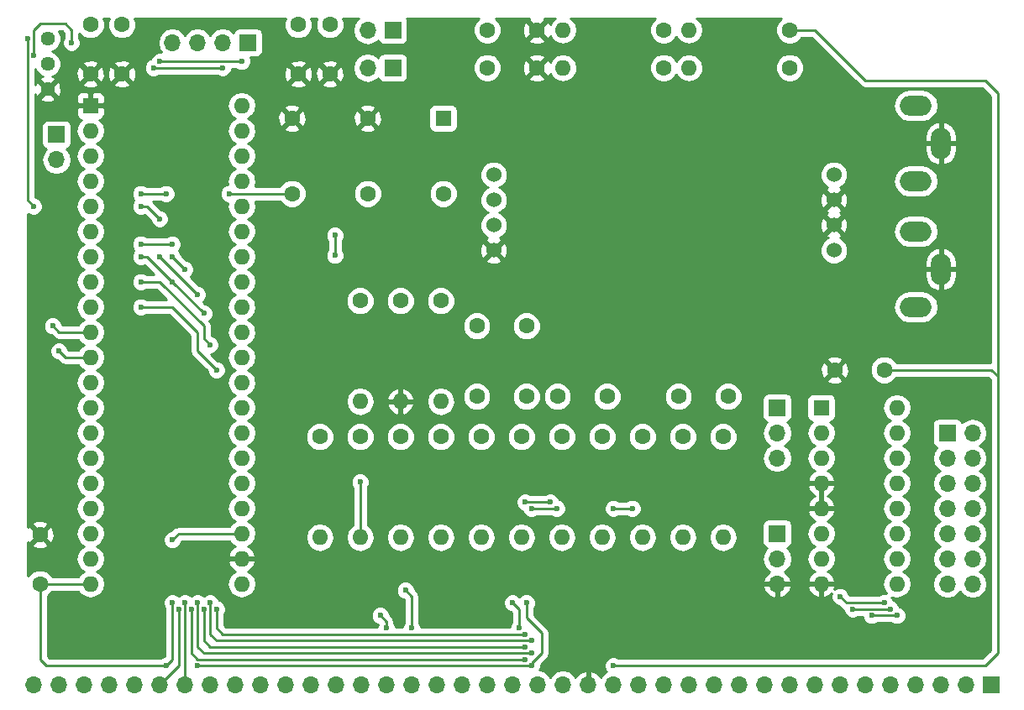
<source format=gbl>
G04 #@! TF.FileFunction,Copper,L2,Bot,Signal*
%FSLAX46Y46*%
G04 Gerber Fmt 4.6, Leading zero omitted, Abs format (unit mm)*
G04 Created by KiCad (PCBNEW 4.0.7) date 02/13/19 20:33:03*
%MOMM*%
%LPD*%
G01*
G04 APERTURE LIST*
%ADD10C,0.100000*%
%ADD11C,1.600000*%
%ADD12R,1.600000X1.600000*%
%ADD13O,1.600000X1.600000*%
%ADD14C,1.524000*%
%ADD15R,1.700000X1.700000*%
%ADD16O,1.700000X1.700000*%
%ADD17O,3.197860X1.998980*%
%ADD18O,1.998980X3.197860*%
%ADD19C,1.440000*%
%ADD20C,0.600000*%
%ADD21C,0.250000*%
%ADD22C,0.254000*%
G04 APERTURE END LIST*
D10*
D11*
X54610000Y-132715000D03*
X54610000Y-127715000D03*
X139700000Y-111125000D03*
X134700000Y-111125000D03*
D12*
X133350000Y-114935000D03*
D13*
X140970000Y-132715000D03*
X133350000Y-117475000D03*
X140970000Y-130175000D03*
X133350000Y-120015000D03*
X140970000Y-127635000D03*
X133350000Y-122555000D03*
X140970000Y-125095000D03*
X133350000Y-125095000D03*
X140970000Y-122555000D03*
X133350000Y-127635000D03*
X140970000Y-120015000D03*
X133350000Y-130175000D03*
X140970000Y-117475000D03*
X133350000Y-132715000D03*
X140970000Y-114935000D03*
D11*
X87630000Y-85725000D03*
X87630000Y-93345000D03*
D12*
X95250000Y-85725000D03*
D11*
X95250000Y-93345000D03*
X80010000Y-93345000D03*
X80010000Y-85725000D03*
D14*
X100330000Y-91440000D03*
X100330000Y-93980000D03*
X100330000Y-96520000D03*
X100330000Y-99060000D03*
X134620000Y-91440000D03*
X134620000Y-93980000D03*
X134620000Y-96520000D03*
X134620000Y-99060000D03*
D15*
X146050000Y-117475000D03*
D16*
X148590000Y-117475000D03*
X146050000Y-120015000D03*
X148590000Y-120015000D03*
X146050000Y-122555000D03*
X148590000Y-122555000D03*
X146050000Y-125095000D03*
X148590000Y-125095000D03*
X146050000Y-127635000D03*
X148590000Y-127635000D03*
X146050000Y-130175000D03*
X148590000Y-130175000D03*
X146050000Y-132715000D03*
X148590000Y-132715000D03*
D11*
X83820000Y-81280000D03*
X83820000Y-76280000D03*
X80645000Y-81280000D03*
X80645000Y-76280000D03*
X62865000Y-81280000D03*
X62865000Y-76280000D03*
X59690000Y-81280000D03*
X59690000Y-76280000D03*
X111760000Y-113792000D03*
X106760000Y-113792000D03*
X123952000Y-113792000D03*
X118952000Y-113792000D03*
X99695000Y-80645000D03*
X104695000Y-80645000D03*
X99695000Y-76835000D03*
X104695000Y-76835000D03*
X103632000Y-106680000D03*
X98632000Y-106680000D03*
X103632000Y-113792000D03*
X98632000Y-113792000D03*
D17*
X142875000Y-97155000D03*
D18*
X145415000Y-100965000D03*
D17*
X142875000Y-104775000D03*
X142875000Y-84455000D03*
D18*
X145415000Y-88265000D03*
D17*
X142875000Y-92075000D03*
D15*
X150495000Y-142875000D03*
D16*
X147955000Y-142875000D03*
X145415000Y-142875000D03*
X142875000Y-142875000D03*
X140335000Y-142875000D03*
X137795000Y-142875000D03*
X135255000Y-142875000D03*
X132715000Y-142875000D03*
X130175000Y-142875000D03*
X127635000Y-142875000D03*
X125095000Y-142875000D03*
X122555000Y-142875000D03*
X120015000Y-142875000D03*
X117475000Y-142875000D03*
X114935000Y-142875000D03*
X112395000Y-142875000D03*
X109855000Y-142875000D03*
X107315000Y-142875000D03*
X104775000Y-142875000D03*
X102235000Y-142875000D03*
X99695000Y-142875000D03*
X97155000Y-142875000D03*
X94615000Y-142875000D03*
X92075000Y-142875000D03*
X89535000Y-142875000D03*
X86995000Y-142875000D03*
X84455000Y-142875000D03*
X81915000Y-142875000D03*
X79375000Y-142875000D03*
X76835000Y-142875000D03*
X74295000Y-142875000D03*
X71755000Y-142875000D03*
X69215000Y-142875000D03*
X66675000Y-142875000D03*
X64135000Y-142875000D03*
X61595000Y-142875000D03*
X59055000Y-142875000D03*
X56515000Y-142875000D03*
X53975000Y-142875000D03*
D15*
X56261000Y-87376000D03*
D16*
X56261000Y-89916000D03*
D15*
X128905000Y-114935000D03*
D16*
X128905000Y-117475000D03*
X128905000Y-120015000D03*
D15*
X128905000Y-127635000D03*
D16*
X128905000Y-130175000D03*
X128905000Y-132715000D03*
D15*
X90170000Y-76835000D03*
D16*
X87630000Y-76835000D03*
D15*
X90170000Y-80645000D03*
D16*
X87630000Y-80645000D03*
D11*
X82804000Y-117856000D03*
D13*
X82804000Y-128016000D03*
D11*
X86868000Y-117856000D03*
D13*
X86868000Y-128016000D03*
D11*
X90932000Y-117856000D03*
D13*
X90932000Y-128016000D03*
D11*
X94996000Y-117856000D03*
D13*
X94996000Y-128016000D03*
D11*
X99060000Y-117856000D03*
D13*
X99060000Y-128016000D03*
D11*
X103124000Y-117856000D03*
D13*
X103124000Y-128016000D03*
D11*
X107188000Y-117856000D03*
D13*
X107188000Y-128016000D03*
D11*
X111252000Y-117856000D03*
D13*
X111252000Y-128016000D03*
D11*
X115316000Y-117856000D03*
D13*
X115316000Y-128016000D03*
D11*
X119380000Y-117856000D03*
D13*
X119380000Y-128016000D03*
D11*
X123444000Y-117856000D03*
D13*
X123444000Y-128016000D03*
D11*
X86868000Y-104140000D03*
D13*
X86868000Y-114300000D03*
D11*
X94996000Y-104140000D03*
D13*
X94996000Y-114300000D03*
D11*
X90932000Y-104140000D03*
D13*
X90932000Y-114300000D03*
D11*
X117475000Y-80645000D03*
D13*
X107315000Y-80645000D03*
D11*
X117475000Y-76835000D03*
D13*
X107315000Y-76835000D03*
D11*
X130175000Y-80645000D03*
D13*
X120015000Y-80645000D03*
D11*
X130175000Y-76835000D03*
D13*
X120015000Y-76835000D03*
D19*
X55372000Y-77724000D03*
X55372000Y-80264000D03*
X55372000Y-82804000D03*
D12*
X59690000Y-84455000D03*
D13*
X74930000Y-132715000D03*
X59690000Y-86995000D03*
X74930000Y-130175000D03*
X59690000Y-89535000D03*
X74930000Y-127635000D03*
X59690000Y-92075000D03*
X74930000Y-125095000D03*
X59690000Y-94615000D03*
X74930000Y-122555000D03*
X59690000Y-97155000D03*
X74930000Y-120015000D03*
X59690000Y-99695000D03*
X74930000Y-117475000D03*
X59690000Y-102235000D03*
X74930000Y-114935000D03*
X59690000Y-104775000D03*
X74930000Y-112395000D03*
X59690000Y-107315000D03*
X74930000Y-109855000D03*
X59690000Y-109855000D03*
X74930000Y-107315000D03*
X59690000Y-112395000D03*
X74930000Y-104775000D03*
X59690000Y-114935000D03*
X74930000Y-102235000D03*
X59690000Y-117475000D03*
X74930000Y-99695000D03*
X59690000Y-120015000D03*
X74930000Y-97155000D03*
X59690000Y-122555000D03*
X74930000Y-94615000D03*
X59690000Y-125095000D03*
X74930000Y-92075000D03*
X59690000Y-127635000D03*
X74930000Y-89535000D03*
X59690000Y-130175000D03*
X74930000Y-86995000D03*
X59690000Y-132715000D03*
X74930000Y-84455000D03*
D15*
X75565000Y-78105000D03*
D16*
X73025000Y-78105000D03*
X70485000Y-78105000D03*
X67945000Y-78105000D03*
D20*
X67945000Y-128270000D03*
X67945000Y-134620000D03*
X84328000Y-97536000D03*
X84328000Y-99568000D03*
X86868000Y-122428000D03*
X103632000Y-134620000D03*
X67310000Y-140970000D03*
X70485000Y-140970000D03*
X104140000Y-140970000D03*
X112395000Y-140970000D03*
X64770000Y-104775000D03*
X72390000Y-111125000D03*
X114300000Y-125095000D03*
X112395000Y-125095000D03*
X106680000Y-125095000D03*
X104140000Y-125095000D03*
X64770000Y-98425000D03*
X67945000Y-98425000D03*
X72390000Y-135255000D03*
X103505000Y-137795000D03*
X71755000Y-134620000D03*
X104140000Y-138430000D03*
X71120000Y-135255000D03*
X103505000Y-139065000D03*
X70485000Y-134620000D03*
X104140000Y-139700000D03*
X103505000Y-140335000D03*
X69850000Y-135255000D03*
X102870000Y-137160000D03*
X102235000Y-134620000D03*
X92075000Y-137160000D03*
X91440000Y-133350000D03*
X89535000Y-137160000D03*
X88900000Y-135890000D03*
X69215000Y-134620000D03*
X68580000Y-135255000D03*
X53975000Y-79375000D03*
X57785000Y-78105000D03*
X66040000Y-80645000D03*
X73025000Y-80645000D03*
X66675000Y-80010000D03*
X74930000Y-80010000D03*
X53975000Y-94615000D03*
X53340000Y-77724000D03*
X55880000Y-106680000D03*
X67945000Y-99695000D03*
X69215000Y-100965000D03*
X66675000Y-99695000D03*
X70485000Y-103505000D03*
X64770000Y-94615000D03*
X66675000Y-95885000D03*
X64770000Y-99695000D03*
X71120000Y-105410000D03*
X67945000Y-102235000D03*
X103505000Y-124460000D03*
X106045000Y-124460000D03*
X64770000Y-102235000D03*
X71755000Y-108585000D03*
X73660000Y-93345000D03*
X67310000Y-93345000D03*
X64770000Y-93345000D03*
X56515000Y-109220000D03*
X139700000Y-134620000D03*
X135255000Y-133985000D03*
X140335000Y-135255000D03*
X136525000Y-135255000D03*
X140970000Y-135890000D03*
X138430000Y-135890000D03*
D21*
X132080000Y-76835000D02*
X132715000Y-76835000D01*
X149860000Y-81915000D02*
X150495000Y-82550000D01*
X137795000Y-81915000D02*
X149860000Y-81915000D01*
X132715000Y-76835000D02*
X137795000Y-81915000D01*
X130175000Y-76835000D02*
X132080000Y-76835000D01*
X150495000Y-82550000D02*
X151130000Y-83185000D01*
X151130000Y-111760000D02*
X151130000Y-83185000D01*
X68580000Y-127635000D02*
X67945000Y-128270000D01*
X74930000Y-127635000D02*
X68580000Y-127635000D01*
X67945000Y-140335000D02*
X67310000Y-140970000D01*
X67945000Y-134620000D02*
X67945000Y-140335000D01*
X84328000Y-99568000D02*
X84328000Y-97536000D01*
X86868000Y-128016000D02*
X86868000Y-122428000D01*
X104140000Y-140970000D02*
X104140000Y-140716000D01*
X103632000Y-136144000D02*
X103632000Y-134620000D01*
X105156000Y-137668000D02*
X103632000Y-136144000D01*
X105156000Y-139700000D02*
X105156000Y-137668000D01*
X104140000Y-140716000D02*
X105156000Y-139700000D01*
X55245000Y-140970000D02*
X54610000Y-140335000D01*
X67310000Y-140970000D02*
X55245000Y-140970000D01*
X54610000Y-132715000D02*
X54610000Y-140335000D01*
X86995000Y-140970000D02*
X70485000Y-140970000D01*
X99060000Y-140970000D02*
X104140000Y-140970000D01*
X86995000Y-140970000D02*
X99060000Y-140970000D01*
X74295000Y-127635000D02*
X74930000Y-127635000D01*
X151130000Y-139700000D02*
X151130000Y-111760000D01*
X151130000Y-111760000D02*
X150495000Y-111125000D01*
X150495000Y-111125000D02*
X139700000Y-111125000D01*
X118745000Y-140970000D02*
X112395000Y-140970000D01*
X149860000Y-140970000D02*
X118745000Y-140970000D01*
X151130000Y-139700000D02*
X149860000Y-140970000D01*
X54610000Y-132715000D02*
X59690000Y-132715000D01*
X64770000Y-104775000D02*
X66675000Y-104775000D01*
X70485000Y-109220000D02*
X71120000Y-109855000D01*
X71120000Y-109855000D02*
X72390000Y-111125000D01*
X67945000Y-104775000D02*
X70485000Y-107315000D01*
X70485000Y-107315000D02*
X70485000Y-109220000D01*
X66675000Y-104775000D02*
X67945000Y-104775000D01*
X112395000Y-125095000D02*
X114300000Y-125095000D01*
X104140000Y-125095000D02*
X106680000Y-125095000D01*
X64770000Y-98425000D02*
X67945000Y-98425000D01*
X100330000Y-137795000D02*
X103505000Y-137795000D01*
X72390000Y-135255000D02*
X72390000Y-137160000D01*
X72390000Y-137160000D02*
X73025000Y-137795000D01*
X73025000Y-137795000D02*
X100330000Y-137795000D01*
X100330000Y-138430000D02*
X104140000Y-138430000D01*
X71755000Y-134620000D02*
X71755000Y-137795000D01*
X71755000Y-137795000D02*
X72390000Y-138430000D01*
X72390000Y-138430000D02*
X100330000Y-138430000D01*
X100330000Y-139065000D02*
X103505000Y-139065000D01*
X71120000Y-135255000D02*
X71120000Y-138430000D01*
X71120000Y-138430000D02*
X71755000Y-139065000D01*
X71755000Y-139065000D02*
X100330000Y-139065000D01*
X100965000Y-139700000D02*
X104140000Y-139700000D01*
X71120000Y-139700000D02*
X93345000Y-139700000D01*
X70485000Y-139065000D02*
X71120000Y-139700000D01*
X70485000Y-134620000D02*
X70485000Y-139065000D01*
X100965000Y-139700000D02*
X93345000Y-139700000D01*
X101600000Y-140335000D02*
X90170000Y-140335000D01*
X69850000Y-135255000D02*
X69850000Y-139700000D01*
X69850000Y-139700000D02*
X70485000Y-140335000D01*
X70485000Y-140335000D02*
X90170000Y-140335000D01*
X101600000Y-140335000D02*
X103505000Y-140335000D01*
X102870000Y-137160000D02*
X102870000Y-135255000D01*
X102870000Y-135255000D02*
X102235000Y-134620000D01*
X92075000Y-136525000D02*
X92075000Y-133985000D01*
X92075000Y-137160000D02*
X92075000Y-136525000D01*
X92075000Y-133985000D02*
X91440000Y-133350000D01*
X89535000Y-136525000D02*
X89535000Y-137160000D01*
X88900000Y-135890000D02*
X89535000Y-136525000D01*
X69215000Y-134620000D02*
X69215000Y-142875000D01*
X66675000Y-142875000D02*
X68580000Y-140970000D01*
X68580000Y-140970000D02*
X68580000Y-135255000D01*
X72390000Y-80645000D02*
X73025000Y-80645000D01*
X57785000Y-77470000D02*
X57785000Y-78105000D01*
X55245000Y-76200000D02*
X54610000Y-76200000D01*
X53975000Y-76835000D02*
X53975000Y-77470000D01*
X54610000Y-76200000D02*
X53975000Y-76835000D01*
X53975000Y-79375000D02*
X53975000Y-77470000D01*
X57785000Y-76835000D02*
X57785000Y-77470000D01*
X57150000Y-76200000D02*
X57785000Y-76835000D01*
X55245000Y-76200000D02*
X57150000Y-76200000D01*
X66040000Y-80645000D02*
X72390000Y-80645000D01*
X74295000Y-80010000D02*
X74930000Y-80010000D01*
X66675000Y-80010000D02*
X74295000Y-80010000D01*
X53975000Y-94615000D02*
X53340000Y-93980000D01*
X53340000Y-93980000D02*
X53340000Y-93345000D01*
X53340000Y-77724000D02*
X53340000Y-93345000D01*
X53340000Y-93345000D02*
X53340000Y-93472000D01*
X59690000Y-107315000D02*
X56515000Y-107315000D01*
X55880000Y-106680000D02*
X56515000Y-107315000D01*
X67945000Y-99695000D02*
X69215000Y-100965000D01*
X66675000Y-99695000D02*
X70485000Y-103505000D01*
X65405000Y-94615000D02*
X64770000Y-94615000D01*
X66675000Y-95885000D02*
X65405000Y-94615000D01*
X66675000Y-100965000D02*
X67945000Y-102235000D01*
X64770000Y-99695000D02*
X65405000Y-99695000D01*
X67945000Y-102235000D02*
X71120000Y-105410000D01*
X66675000Y-100965000D02*
X65405000Y-99695000D01*
X103505000Y-124460000D02*
X106045000Y-124460000D01*
X66675000Y-102235000D02*
X71120000Y-106680000D01*
X64770000Y-102235000D02*
X66675000Y-102235000D01*
X71120000Y-107950000D02*
X71755000Y-108585000D01*
X71120000Y-106680000D02*
X71120000Y-107950000D01*
X59690000Y-109855000D02*
X57150000Y-109855000D01*
X73660000Y-93345000D02*
X80010000Y-93345000D01*
X64770000Y-93345000D02*
X67310000Y-93345000D01*
X57150000Y-109855000D02*
X56515000Y-109220000D01*
X139700000Y-134620000D02*
X137795000Y-134620000D01*
X135890000Y-134620000D02*
X135255000Y-133985000D01*
X137795000Y-134620000D02*
X135890000Y-134620000D01*
X140335000Y-135255000D02*
X137795000Y-135255000D01*
X136525000Y-135255000D02*
X137795000Y-135255000D01*
X138430000Y-135890000D02*
X140970000Y-135890000D01*
D22*
G36*
X61430250Y-75993309D02*
X61429752Y-76564187D01*
X61647757Y-77091800D01*
X62051077Y-77495824D01*
X62578309Y-77714750D01*
X63149187Y-77715248D01*
X63676800Y-77497243D01*
X64080824Y-77093923D01*
X64299750Y-76566691D01*
X64300248Y-75995813D01*
X64153229Y-75640000D01*
X79356957Y-75640000D01*
X79210250Y-75993309D01*
X79209752Y-76564187D01*
X79427757Y-77091800D01*
X79831077Y-77495824D01*
X80358309Y-77714750D01*
X80929187Y-77715248D01*
X81456800Y-77497243D01*
X81860824Y-77093923D01*
X82079750Y-76566691D01*
X82080248Y-75995813D01*
X81933229Y-75640000D01*
X82531957Y-75640000D01*
X82385250Y-75993309D01*
X82384752Y-76564187D01*
X82602757Y-77091800D01*
X83006077Y-77495824D01*
X83533309Y-77714750D01*
X84104187Y-77715248D01*
X84631800Y-77497243D01*
X85035824Y-77093923D01*
X85254750Y-76566691D01*
X85255248Y-75995813D01*
X85108229Y-75640000D01*
X86753333Y-75640000D01*
X86579946Y-75755853D01*
X86258039Y-76237622D01*
X86145000Y-76805907D01*
X86145000Y-76864093D01*
X86258039Y-77432378D01*
X86579946Y-77914147D01*
X87061715Y-78236054D01*
X87630000Y-78349093D01*
X88198285Y-78236054D01*
X88680054Y-77914147D01*
X88707850Y-77872548D01*
X88716838Y-77920317D01*
X88855910Y-78136441D01*
X89068110Y-78281431D01*
X89320000Y-78332440D01*
X91020000Y-78332440D01*
X91255317Y-78288162D01*
X91471441Y-78149090D01*
X91616431Y-77936890D01*
X91667440Y-77685000D01*
X91667440Y-75985000D01*
X91623162Y-75749683D01*
X91552583Y-75640000D01*
X98860918Y-75640000D01*
X98479176Y-76021077D01*
X98260250Y-76548309D01*
X98259752Y-77119187D01*
X98477757Y-77646800D01*
X98881077Y-78050824D01*
X99408309Y-78269750D01*
X99979187Y-78270248D01*
X100506800Y-78052243D01*
X100716663Y-77842745D01*
X103866861Y-77842745D01*
X103940995Y-78088864D01*
X104478223Y-78281965D01*
X105048454Y-78254778D01*
X105449005Y-78088864D01*
X105523139Y-77842745D01*
X104695000Y-77014605D01*
X103866861Y-77842745D01*
X100716663Y-77842745D01*
X100910824Y-77648923D01*
X101129750Y-77121691D01*
X101130189Y-76618223D01*
X103248035Y-76618223D01*
X103275222Y-77188454D01*
X103441136Y-77589005D01*
X103687255Y-77663139D01*
X104515395Y-76835000D01*
X103687255Y-76006861D01*
X103441136Y-76080995D01*
X103248035Y-76618223D01*
X101130189Y-76618223D01*
X101130248Y-76550813D01*
X100912243Y-76023200D01*
X100529711Y-75640000D01*
X103923264Y-75640000D01*
X103866861Y-75827255D01*
X104695000Y-76655395D01*
X105523139Y-75827255D01*
X105466736Y-75640000D01*
X106542030Y-75640000D01*
X106272189Y-75820302D01*
X106005936Y-76218778D01*
X105948864Y-76080995D01*
X105702745Y-76006861D01*
X104874605Y-76835000D01*
X105702745Y-77663139D01*
X105948864Y-77589005D01*
X106001028Y-77443878D01*
X106272189Y-77849698D01*
X106737736Y-78160767D01*
X107286887Y-78270000D01*
X107343113Y-78270000D01*
X107892264Y-78160767D01*
X108357811Y-77849698D01*
X108668880Y-77384151D01*
X108778113Y-76835000D01*
X108668880Y-76285849D01*
X108357811Y-75820302D01*
X108087970Y-75640000D01*
X116640918Y-75640000D01*
X116259176Y-76021077D01*
X116040250Y-76548309D01*
X116039752Y-77119187D01*
X116257757Y-77646800D01*
X116661077Y-78050824D01*
X117188309Y-78269750D01*
X117759187Y-78270248D01*
X118286800Y-78052243D01*
X118690824Y-77648923D01*
X118747245Y-77513046D01*
X118972189Y-77849698D01*
X119437736Y-78160767D01*
X119986887Y-78270000D01*
X120043113Y-78270000D01*
X120592264Y-78160767D01*
X121057811Y-77849698D01*
X121368880Y-77384151D01*
X121478113Y-76835000D01*
X121368880Y-76285849D01*
X121057811Y-75820302D01*
X120787970Y-75640000D01*
X129340918Y-75640000D01*
X128959176Y-76021077D01*
X128740250Y-76548309D01*
X128739752Y-77119187D01*
X128957757Y-77646800D01*
X129361077Y-78050824D01*
X129888309Y-78269750D01*
X130459187Y-78270248D01*
X130986800Y-78052243D01*
X131390824Y-77648923D01*
X131413215Y-77595000D01*
X132400198Y-77595000D01*
X137257599Y-82452401D01*
X137504161Y-82617148D01*
X137795000Y-82675000D01*
X149545198Y-82675000D01*
X150370000Y-83499802D01*
X150370000Y-110365000D01*
X140938646Y-110365000D01*
X140917243Y-110313200D01*
X140513923Y-109909176D01*
X139986691Y-109690250D01*
X139415813Y-109689752D01*
X138888200Y-109907757D01*
X138484176Y-110311077D01*
X138265250Y-110838309D01*
X138264752Y-111409187D01*
X138482757Y-111936800D01*
X138886077Y-112340824D01*
X139413309Y-112559750D01*
X139984187Y-112560248D01*
X140511800Y-112342243D01*
X140915824Y-111938923D01*
X140938215Y-111885000D01*
X150180198Y-111885000D01*
X150370000Y-112074802D01*
X150370000Y-139385198D01*
X149545198Y-140210000D01*
X112957463Y-140210000D01*
X112925327Y-140177808D01*
X112581799Y-140035162D01*
X112209833Y-140034838D01*
X111866057Y-140176883D01*
X111602808Y-140439673D01*
X111460162Y-140783201D01*
X111459838Y-141155167D01*
X111601883Y-141498943D01*
X111676875Y-141574066D01*
X111344946Y-141795853D01*
X111117298Y-142136553D01*
X111050183Y-141993642D01*
X110621924Y-141603355D01*
X110211890Y-141433524D01*
X109982000Y-141554845D01*
X109982000Y-142748000D01*
X110002000Y-142748000D01*
X110002000Y-143002000D01*
X109982000Y-143002000D01*
X109982000Y-143022000D01*
X109728000Y-143022000D01*
X109728000Y-143002000D01*
X109708000Y-143002000D01*
X109708000Y-142748000D01*
X109728000Y-142748000D01*
X109728000Y-141554845D01*
X109498110Y-141433524D01*
X109088076Y-141603355D01*
X108659817Y-141993642D01*
X108592702Y-142136553D01*
X108365054Y-141795853D01*
X107883285Y-141473946D01*
X107315000Y-141360907D01*
X106746715Y-141473946D01*
X106264946Y-141795853D01*
X106045000Y-142125026D01*
X105825054Y-141795853D01*
X105343285Y-141473946D01*
X104973675Y-141400426D01*
X105074838Y-141156799D01*
X105075100Y-140855702D01*
X105693401Y-140237401D01*
X105858148Y-139990839D01*
X105916000Y-139700000D01*
X105916000Y-137668000D01*
X105858148Y-137377161D01*
X105858148Y-137377160D01*
X105693401Y-137130599D01*
X104392000Y-135829198D01*
X104392000Y-135182463D01*
X104424192Y-135150327D01*
X104566838Y-134806799D01*
X104567162Y-134434833D01*
X104425117Y-134091057D01*
X104162327Y-133827808D01*
X103818799Y-133685162D01*
X103446833Y-133684838D01*
X103103057Y-133826883D01*
X102933435Y-133996209D01*
X102765327Y-133827808D01*
X102421799Y-133685162D01*
X102049833Y-133684838D01*
X101706057Y-133826883D01*
X101442808Y-134089673D01*
X101300162Y-134433201D01*
X101299838Y-134805167D01*
X101441883Y-135148943D01*
X101704673Y-135412192D01*
X102048201Y-135554838D01*
X102095077Y-135554879D01*
X102110000Y-135569802D01*
X102110000Y-136597537D01*
X102077808Y-136629673D01*
X101935162Y-136973201D01*
X101935108Y-137035000D01*
X93010110Y-137035000D01*
X93010162Y-136974833D01*
X92868117Y-136631057D01*
X92835000Y-136597882D01*
X92835000Y-133985000D01*
X92777148Y-133694161D01*
X92612401Y-133447599D01*
X92375122Y-133210320D01*
X92375162Y-133164833D01*
X92336759Y-133071890D01*
X127463524Y-133071890D01*
X127633355Y-133481924D01*
X128023642Y-133910183D01*
X128548108Y-134156486D01*
X128778000Y-134035819D01*
X128778000Y-132842000D01*
X129032000Y-132842000D01*
X129032000Y-134035819D01*
X129261892Y-134156486D01*
X129786358Y-133910183D01*
X130176645Y-133481924D01*
X130346476Y-133071890D01*
X130342333Y-133064039D01*
X131958096Y-133064039D01*
X132118959Y-133452423D01*
X132494866Y-133867389D01*
X133000959Y-134106914D01*
X133223000Y-133985629D01*
X133223000Y-132842000D01*
X133477000Y-132842000D01*
X133477000Y-133985629D01*
X133699041Y-134106914D01*
X134205134Y-133867389D01*
X134364469Y-133691498D01*
X134320162Y-133798201D01*
X134319838Y-134170167D01*
X134461883Y-134513943D01*
X134724673Y-134777192D01*
X135068201Y-134919838D01*
X135115077Y-134919879D01*
X135352599Y-135157401D01*
X135589946Y-135315991D01*
X135589838Y-135440167D01*
X135731883Y-135783943D01*
X135994673Y-136047192D01*
X136338201Y-136189838D01*
X136710167Y-136190162D01*
X137053943Y-136048117D01*
X137087118Y-136015000D01*
X137494890Y-136015000D01*
X137494838Y-136075167D01*
X137636883Y-136418943D01*
X137899673Y-136682192D01*
X138243201Y-136824838D01*
X138615167Y-136825162D01*
X138958943Y-136683117D01*
X138992118Y-136650000D01*
X140407537Y-136650000D01*
X140439673Y-136682192D01*
X140783201Y-136824838D01*
X141155167Y-136825162D01*
X141498943Y-136683117D01*
X141762192Y-136420327D01*
X141904838Y-136076799D01*
X141905162Y-135704833D01*
X141763117Y-135361057D01*
X141500327Y-135097808D01*
X141236446Y-134988235D01*
X141128117Y-134726057D01*
X140865327Y-134462808D01*
X140601446Y-134353235D01*
X140493117Y-134091057D01*
X140455347Y-134053221D01*
X140941887Y-134150000D01*
X140998113Y-134150000D01*
X141547264Y-134040767D01*
X142012811Y-133729698D01*
X142323880Y-133264151D01*
X142433113Y-132715000D01*
X142323880Y-132165849D01*
X142012811Y-131700302D01*
X141630725Y-131445000D01*
X142012811Y-131189698D01*
X142323880Y-130724151D01*
X142433113Y-130175000D01*
X142323880Y-129625849D01*
X142012811Y-129160302D01*
X141630725Y-128905000D01*
X142012811Y-128649698D01*
X142323880Y-128184151D01*
X142433113Y-127635000D01*
X142323880Y-127085849D01*
X142012811Y-126620302D01*
X141630725Y-126365000D01*
X142012811Y-126109698D01*
X142323880Y-125644151D01*
X142433113Y-125095000D01*
X142323880Y-124545849D01*
X142012811Y-124080302D01*
X141630725Y-123825000D01*
X142012811Y-123569698D01*
X142323880Y-123104151D01*
X142433113Y-122555000D01*
X142323880Y-122005849D01*
X142012811Y-121540302D01*
X141630725Y-121285000D01*
X142012811Y-121029698D01*
X142323880Y-120564151D01*
X142433113Y-120015000D01*
X144535907Y-120015000D01*
X144648946Y-120583285D01*
X144970853Y-121065054D01*
X145300026Y-121285000D01*
X144970853Y-121504946D01*
X144648946Y-121986715D01*
X144535907Y-122555000D01*
X144648946Y-123123285D01*
X144970853Y-123605054D01*
X145300026Y-123825000D01*
X144970853Y-124044946D01*
X144648946Y-124526715D01*
X144535907Y-125095000D01*
X144648946Y-125663285D01*
X144970853Y-126145054D01*
X145300026Y-126365000D01*
X144970853Y-126584946D01*
X144648946Y-127066715D01*
X144535907Y-127635000D01*
X144648946Y-128203285D01*
X144970853Y-128685054D01*
X145300026Y-128905000D01*
X144970853Y-129124946D01*
X144648946Y-129606715D01*
X144535907Y-130175000D01*
X144648946Y-130743285D01*
X144970853Y-131225054D01*
X145300026Y-131445000D01*
X144970853Y-131664946D01*
X144648946Y-132146715D01*
X144535907Y-132715000D01*
X144648946Y-133283285D01*
X144970853Y-133765054D01*
X145452622Y-134086961D01*
X146020907Y-134200000D01*
X146079093Y-134200000D01*
X146647378Y-134086961D01*
X147129147Y-133765054D01*
X147320000Y-133479422D01*
X147510853Y-133765054D01*
X147992622Y-134086961D01*
X148560907Y-134200000D01*
X148619093Y-134200000D01*
X149187378Y-134086961D01*
X149669147Y-133765054D01*
X149991054Y-133283285D01*
X150104093Y-132715000D01*
X149991054Y-132146715D01*
X149669147Y-131664946D01*
X149339974Y-131445000D01*
X149669147Y-131225054D01*
X149991054Y-130743285D01*
X150104093Y-130175000D01*
X149991054Y-129606715D01*
X149669147Y-129124946D01*
X149339974Y-128905000D01*
X149669147Y-128685054D01*
X149991054Y-128203285D01*
X150104093Y-127635000D01*
X149991054Y-127066715D01*
X149669147Y-126584946D01*
X149339974Y-126365000D01*
X149669147Y-126145054D01*
X149991054Y-125663285D01*
X150104093Y-125095000D01*
X149991054Y-124526715D01*
X149669147Y-124044946D01*
X149339974Y-123825000D01*
X149669147Y-123605054D01*
X149991054Y-123123285D01*
X150104093Y-122555000D01*
X149991054Y-121986715D01*
X149669147Y-121504946D01*
X149339974Y-121285000D01*
X149669147Y-121065054D01*
X149991054Y-120583285D01*
X150104093Y-120015000D01*
X149991054Y-119446715D01*
X149669147Y-118964946D01*
X149339974Y-118745000D01*
X149669147Y-118525054D01*
X149991054Y-118043285D01*
X150104093Y-117475000D01*
X149991054Y-116906715D01*
X149669147Y-116424946D01*
X149187378Y-116103039D01*
X148619093Y-115990000D01*
X148560907Y-115990000D01*
X147992622Y-116103039D01*
X147510853Y-116424946D01*
X147510029Y-116426179D01*
X147503162Y-116389683D01*
X147364090Y-116173559D01*
X147151890Y-116028569D01*
X146900000Y-115977560D01*
X145200000Y-115977560D01*
X144964683Y-116021838D01*
X144748559Y-116160910D01*
X144603569Y-116373110D01*
X144552560Y-116625000D01*
X144552560Y-118325000D01*
X144596838Y-118560317D01*
X144735910Y-118776441D01*
X144948110Y-118921431D01*
X145015541Y-118935086D01*
X144970853Y-118964946D01*
X144648946Y-119446715D01*
X144535907Y-120015000D01*
X142433113Y-120015000D01*
X142323880Y-119465849D01*
X142012811Y-119000302D01*
X141630725Y-118745000D01*
X142012811Y-118489698D01*
X142323880Y-118024151D01*
X142433113Y-117475000D01*
X142323880Y-116925849D01*
X142012811Y-116460302D01*
X141630725Y-116205000D01*
X142012811Y-115949698D01*
X142323880Y-115484151D01*
X142433113Y-114935000D01*
X142323880Y-114385849D01*
X142012811Y-113920302D01*
X141547264Y-113609233D01*
X140998113Y-113500000D01*
X140941887Y-113500000D01*
X140392736Y-113609233D01*
X139927189Y-113920302D01*
X139616120Y-114385849D01*
X139506887Y-114935000D01*
X139616120Y-115484151D01*
X139927189Y-115949698D01*
X140309275Y-116205000D01*
X139927189Y-116460302D01*
X139616120Y-116925849D01*
X139506887Y-117475000D01*
X139616120Y-118024151D01*
X139927189Y-118489698D01*
X140309275Y-118745000D01*
X139927189Y-119000302D01*
X139616120Y-119465849D01*
X139506887Y-120015000D01*
X139616120Y-120564151D01*
X139927189Y-121029698D01*
X140309275Y-121285000D01*
X139927189Y-121540302D01*
X139616120Y-122005849D01*
X139506887Y-122555000D01*
X139616120Y-123104151D01*
X139927189Y-123569698D01*
X140309275Y-123825000D01*
X139927189Y-124080302D01*
X139616120Y-124545849D01*
X139506887Y-125095000D01*
X139616120Y-125644151D01*
X139927189Y-126109698D01*
X140309275Y-126365000D01*
X139927189Y-126620302D01*
X139616120Y-127085849D01*
X139506887Y-127635000D01*
X139616120Y-128184151D01*
X139927189Y-128649698D01*
X140309275Y-128905000D01*
X139927189Y-129160302D01*
X139616120Y-129625849D01*
X139506887Y-130175000D01*
X139616120Y-130724151D01*
X139927189Y-131189698D01*
X140309275Y-131445000D01*
X139927189Y-131700302D01*
X139616120Y-132165849D01*
X139506887Y-132715000D01*
X139616120Y-133264151D01*
X139901514Y-133691272D01*
X139886799Y-133685162D01*
X139514833Y-133684838D01*
X139171057Y-133826883D01*
X139137882Y-133860000D01*
X136204802Y-133860000D01*
X136190122Y-133845320D01*
X136190162Y-133799833D01*
X136048117Y-133456057D01*
X135785327Y-133192808D01*
X135441799Y-133050162D01*
X135069833Y-133049838D01*
X134726057Y-133191883D01*
X134662797Y-133255032D01*
X134741904Y-133064039D01*
X134619915Y-132842000D01*
X133477000Y-132842000D01*
X133223000Y-132842000D01*
X132080085Y-132842000D01*
X131958096Y-133064039D01*
X130342333Y-133064039D01*
X130225155Y-132842000D01*
X129032000Y-132842000D01*
X128778000Y-132842000D01*
X127584845Y-132842000D01*
X127463524Y-133071890D01*
X92336759Y-133071890D01*
X92233117Y-132821057D01*
X91970327Y-132557808D01*
X91626799Y-132415162D01*
X91254833Y-132414838D01*
X90911057Y-132556883D01*
X90647808Y-132819673D01*
X90505162Y-133163201D01*
X90504838Y-133535167D01*
X90646883Y-133878943D01*
X90909673Y-134142192D01*
X91253201Y-134284838D01*
X91300077Y-134284879D01*
X91315000Y-134299802D01*
X91315000Y-136597537D01*
X91282808Y-136629673D01*
X91140162Y-136973201D01*
X91140108Y-137035000D01*
X90470110Y-137035000D01*
X90470162Y-136974833D01*
X90328117Y-136631057D01*
X90295000Y-136597882D01*
X90295000Y-136525000D01*
X90237148Y-136234161D01*
X90072401Y-135987599D01*
X89835122Y-135750320D01*
X89835162Y-135704833D01*
X89693117Y-135361057D01*
X89430327Y-135097808D01*
X89086799Y-134955162D01*
X88714833Y-134954838D01*
X88371057Y-135096883D01*
X88107808Y-135359673D01*
X87965162Y-135703201D01*
X87964838Y-136075167D01*
X88106883Y-136418943D01*
X88369673Y-136682192D01*
X88669332Y-136806622D01*
X88600162Y-136973201D01*
X88600108Y-137035000D01*
X73339802Y-137035000D01*
X73150000Y-136845198D01*
X73150000Y-135817463D01*
X73182192Y-135785327D01*
X73324838Y-135441799D01*
X73325162Y-135069833D01*
X73183117Y-134726057D01*
X72920327Y-134462808D01*
X72656446Y-134353235D01*
X72548117Y-134091057D01*
X72285327Y-133827808D01*
X71941799Y-133685162D01*
X71569833Y-133684838D01*
X71226057Y-133826883D01*
X71120046Y-133932710D01*
X71015327Y-133827808D01*
X70671799Y-133685162D01*
X70299833Y-133684838D01*
X69956057Y-133826883D01*
X69850046Y-133932710D01*
X69745327Y-133827808D01*
X69401799Y-133685162D01*
X69029833Y-133684838D01*
X68686057Y-133826883D01*
X68580046Y-133932710D01*
X68475327Y-133827808D01*
X68131799Y-133685162D01*
X67759833Y-133684838D01*
X67416057Y-133826883D01*
X67152808Y-134089673D01*
X67010162Y-134433201D01*
X67009838Y-134805167D01*
X67151883Y-135148943D01*
X67185000Y-135182118D01*
X67185000Y-140020198D01*
X67170320Y-140034878D01*
X67124833Y-140034838D01*
X66781057Y-140176883D01*
X66747882Y-140210000D01*
X55559802Y-140210000D01*
X55370000Y-140020198D01*
X55370000Y-133953646D01*
X55421800Y-133932243D01*
X55825824Y-133528923D01*
X55848215Y-133475000D01*
X58477005Y-133475000D01*
X58647189Y-133729698D01*
X59112736Y-134040767D01*
X59661887Y-134150000D01*
X59718113Y-134150000D01*
X60267264Y-134040767D01*
X60732811Y-133729698D01*
X61043880Y-133264151D01*
X61153113Y-132715000D01*
X73466887Y-132715000D01*
X73576120Y-133264151D01*
X73887189Y-133729698D01*
X74352736Y-134040767D01*
X74901887Y-134150000D01*
X74958113Y-134150000D01*
X75507264Y-134040767D01*
X75972811Y-133729698D01*
X76283880Y-133264151D01*
X76393113Y-132715000D01*
X76283880Y-132165849D01*
X75972811Y-131700302D01*
X75568297Y-131430014D01*
X75785134Y-131327389D01*
X76161041Y-130912423D01*
X76321904Y-130524039D01*
X76199915Y-130302000D01*
X75057000Y-130302000D01*
X75057000Y-130322000D01*
X74803000Y-130322000D01*
X74803000Y-130302000D01*
X73660085Y-130302000D01*
X73538096Y-130524039D01*
X73698959Y-130912423D01*
X74074866Y-131327389D01*
X74291703Y-131430014D01*
X73887189Y-131700302D01*
X73576120Y-132165849D01*
X73466887Y-132715000D01*
X61153113Y-132715000D01*
X61043880Y-132165849D01*
X60732811Y-131700302D01*
X60350725Y-131445000D01*
X60732811Y-131189698D01*
X61043880Y-130724151D01*
X61153113Y-130175000D01*
X127390907Y-130175000D01*
X127503946Y-130743285D01*
X127825853Y-131225054D01*
X128166553Y-131452702D01*
X128023642Y-131519817D01*
X127633355Y-131948076D01*
X127463524Y-132358110D01*
X127584845Y-132588000D01*
X128778000Y-132588000D01*
X128778000Y-132568000D01*
X129032000Y-132568000D01*
X129032000Y-132588000D01*
X130225155Y-132588000D01*
X130346476Y-132358110D01*
X130176645Y-131948076D01*
X129786358Y-131519817D01*
X129643447Y-131452702D01*
X129984147Y-131225054D01*
X130306054Y-130743285D01*
X130419093Y-130175000D01*
X130306054Y-129606715D01*
X129984147Y-129124946D01*
X129942548Y-129097150D01*
X129990317Y-129088162D01*
X130206441Y-128949090D01*
X130351431Y-128736890D01*
X130402440Y-128485000D01*
X130402440Y-127635000D01*
X131886887Y-127635000D01*
X131996120Y-128184151D01*
X132307189Y-128649698D01*
X132689275Y-128905000D01*
X132307189Y-129160302D01*
X131996120Y-129625849D01*
X131886887Y-130175000D01*
X131996120Y-130724151D01*
X132307189Y-131189698D01*
X132711703Y-131459986D01*
X132494866Y-131562611D01*
X132118959Y-131977577D01*
X131958096Y-132365961D01*
X132080085Y-132588000D01*
X133223000Y-132588000D01*
X133223000Y-132568000D01*
X133477000Y-132568000D01*
X133477000Y-132588000D01*
X134619915Y-132588000D01*
X134741904Y-132365961D01*
X134581041Y-131977577D01*
X134205134Y-131562611D01*
X133988297Y-131459986D01*
X134392811Y-131189698D01*
X134703880Y-130724151D01*
X134813113Y-130175000D01*
X134703880Y-129625849D01*
X134392811Y-129160302D01*
X134010725Y-128905000D01*
X134392811Y-128649698D01*
X134703880Y-128184151D01*
X134813113Y-127635000D01*
X134703880Y-127085849D01*
X134392811Y-126620302D01*
X133988297Y-126350014D01*
X134205134Y-126247389D01*
X134581041Y-125832423D01*
X134741904Y-125444039D01*
X134619915Y-125222000D01*
X133477000Y-125222000D01*
X133477000Y-125242000D01*
X133223000Y-125242000D01*
X133223000Y-125222000D01*
X132080085Y-125222000D01*
X131958096Y-125444039D01*
X132118959Y-125832423D01*
X132494866Y-126247389D01*
X132711703Y-126350014D01*
X132307189Y-126620302D01*
X131996120Y-127085849D01*
X131886887Y-127635000D01*
X130402440Y-127635000D01*
X130402440Y-126785000D01*
X130358162Y-126549683D01*
X130219090Y-126333559D01*
X130006890Y-126188569D01*
X129755000Y-126137560D01*
X128055000Y-126137560D01*
X127819683Y-126181838D01*
X127603559Y-126320910D01*
X127458569Y-126533110D01*
X127407560Y-126785000D01*
X127407560Y-128485000D01*
X127451838Y-128720317D01*
X127590910Y-128936441D01*
X127803110Y-129081431D01*
X127870541Y-129095086D01*
X127825853Y-129124946D01*
X127503946Y-129606715D01*
X127390907Y-130175000D01*
X61153113Y-130175000D01*
X61043880Y-129625849D01*
X60732811Y-129160302D01*
X60350725Y-128905000D01*
X60732811Y-128649698D01*
X60862792Y-128455167D01*
X67009838Y-128455167D01*
X67151883Y-128798943D01*
X67414673Y-129062192D01*
X67758201Y-129204838D01*
X68130167Y-129205162D01*
X68473943Y-129063117D01*
X68737192Y-128800327D01*
X68879838Y-128456799D01*
X68879879Y-128409923D01*
X68894802Y-128395000D01*
X73717005Y-128395000D01*
X73887189Y-128649698D01*
X74291703Y-128919986D01*
X74074866Y-129022611D01*
X73698959Y-129437577D01*
X73538096Y-129825961D01*
X73660085Y-130048000D01*
X74803000Y-130048000D01*
X74803000Y-130028000D01*
X75057000Y-130028000D01*
X75057000Y-130048000D01*
X76199915Y-130048000D01*
X76321904Y-129825961D01*
X76161041Y-129437577D01*
X75785134Y-129022611D01*
X75568297Y-128919986D01*
X75972811Y-128649698D01*
X76283880Y-128184151D01*
X76322919Y-127987887D01*
X81369000Y-127987887D01*
X81369000Y-128044113D01*
X81478233Y-128593264D01*
X81789302Y-129058811D01*
X82254849Y-129369880D01*
X82804000Y-129479113D01*
X83353151Y-129369880D01*
X83818698Y-129058811D01*
X84129767Y-128593264D01*
X84239000Y-128044113D01*
X84239000Y-127987887D01*
X85433000Y-127987887D01*
X85433000Y-128044113D01*
X85542233Y-128593264D01*
X85853302Y-129058811D01*
X86318849Y-129369880D01*
X86868000Y-129479113D01*
X87417151Y-129369880D01*
X87882698Y-129058811D01*
X88193767Y-128593264D01*
X88303000Y-128044113D01*
X88303000Y-127987887D01*
X89497000Y-127987887D01*
X89497000Y-128044113D01*
X89606233Y-128593264D01*
X89917302Y-129058811D01*
X90382849Y-129369880D01*
X90932000Y-129479113D01*
X91481151Y-129369880D01*
X91946698Y-129058811D01*
X92257767Y-128593264D01*
X92367000Y-128044113D01*
X92367000Y-127987887D01*
X93561000Y-127987887D01*
X93561000Y-128044113D01*
X93670233Y-128593264D01*
X93981302Y-129058811D01*
X94446849Y-129369880D01*
X94996000Y-129479113D01*
X95545151Y-129369880D01*
X96010698Y-129058811D01*
X96321767Y-128593264D01*
X96431000Y-128044113D01*
X96431000Y-127987887D01*
X97625000Y-127987887D01*
X97625000Y-128044113D01*
X97734233Y-128593264D01*
X98045302Y-129058811D01*
X98510849Y-129369880D01*
X99060000Y-129479113D01*
X99609151Y-129369880D01*
X100074698Y-129058811D01*
X100385767Y-128593264D01*
X100495000Y-128044113D01*
X100495000Y-127987887D01*
X101689000Y-127987887D01*
X101689000Y-128044113D01*
X101798233Y-128593264D01*
X102109302Y-129058811D01*
X102574849Y-129369880D01*
X103124000Y-129479113D01*
X103673151Y-129369880D01*
X104138698Y-129058811D01*
X104449767Y-128593264D01*
X104559000Y-128044113D01*
X104559000Y-127987887D01*
X105753000Y-127987887D01*
X105753000Y-128044113D01*
X105862233Y-128593264D01*
X106173302Y-129058811D01*
X106638849Y-129369880D01*
X107188000Y-129479113D01*
X107737151Y-129369880D01*
X108202698Y-129058811D01*
X108513767Y-128593264D01*
X108623000Y-128044113D01*
X108623000Y-127987887D01*
X109817000Y-127987887D01*
X109817000Y-128044113D01*
X109926233Y-128593264D01*
X110237302Y-129058811D01*
X110702849Y-129369880D01*
X111252000Y-129479113D01*
X111801151Y-129369880D01*
X112266698Y-129058811D01*
X112577767Y-128593264D01*
X112687000Y-128044113D01*
X112687000Y-127987887D01*
X113881000Y-127987887D01*
X113881000Y-128044113D01*
X113990233Y-128593264D01*
X114301302Y-129058811D01*
X114766849Y-129369880D01*
X115316000Y-129479113D01*
X115865151Y-129369880D01*
X116330698Y-129058811D01*
X116641767Y-128593264D01*
X116751000Y-128044113D01*
X116751000Y-127987887D01*
X117945000Y-127987887D01*
X117945000Y-128044113D01*
X118054233Y-128593264D01*
X118365302Y-129058811D01*
X118830849Y-129369880D01*
X119380000Y-129479113D01*
X119929151Y-129369880D01*
X120394698Y-129058811D01*
X120705767Y-128593264D01*
X120815000Y-128044113D01*
X120815000Y-127987887D01*
X122009000Y-127987887D01*
X122009000Y-128044113D01*
X122118233Y-128593264D01*
X122429302Y-129058811D01*
X122894849Y-129369880D01*
X123444000Y-129479113D01*
X123993151Y-129369880D01*
X124458698Y-129058811D01*
X124769767Y-128593264D01*
X124879000Y-128044113D01*
X124879000Y-127987887D01*
X124769767Y-127438736D01*
X124458698Y-126973189D01*
X123993151Y-126662120D01*
X123444000Y-126552887D01*
X122894849Y-126662120D01*
X122429302Y-126973189D01*
X122118233Y-127438736D01*
X122009000Y-127987887D01*
X120815000Y-127987887D01*
X120705767Y-127438736D01*
X120394698Y-126973189D01*
X119929151Y-126662120D01*
X119380000Y-126552887D01*
X118830849Y-126662120D01*
X118365302Y-126973189D01*
X118054233Y-127438736D01*
X117945000Y-127987887D01*
X116751000Y-127987887D01*
X116641767Y-127438736D01*
X116330698Y-126973189D01*
X115865151Y-126662120D01*
X115316000Y-126552887D01*
X114766849Y-126662120D01*
X114301302Y-126973189D01*
X113990233Y-127438736D01*
X113881000Y-127987887D01*
X112687000Y-127987887D01*
X112577767Y-127438736D01*
X112266698Y-126973189D01*
X111801151Y-126662120D01*
X111252000Y-126552887D01*
X110702849Y-126662120D01*
X110237302Y-126973189D01*
X109926233Y-127438736D01*
X109817000Y-127987887D01*
X108623000Y-127987887D01*
X108513767Y-127438736D01*
X108202698Y-126973189D01*
X107737151Y-126662120D01*
X107188000Y-126552887D01*
X106638849Y-126662120D01*
X106173302Y-126973189D01*
X105862233Y-127438736D01*
X105753000Y-127987887D01*
X104559000Y-127987887D01*
X104449767Y-127438736D01*
X104138698Y-126973189D01*
X103673151Y-126662120D01*
X103124000Y-126552887D01*
X102574849Y-126662120D01*
X102109302Y-126973189D01*
X101798233Y-127438736D01*
X101689000Y-127987887D01*
X100495000Y-127987887D01*
X100385767Y-127438736D01*
X100074698Y-126973189D01*
X99609151Y-126662120D01*
X99060000Y-126552887D01*
X98510849Y-126662120D01*
X98045302Y-126973189D01*
X97734233Y-127438736D01*
X97625000Y-127987887D01*
X96431000Y-127987887D01*
X96321767Y-127438736D01*
X96010698Y-126973189D01*
X95545151Y-126662120D01*
X94996000Y-126552887D01*
X94446849Y-126662120D01*
X93981302Y-126973189D01*
X93670233Y-127438736D01*
X93561000Y-127987887D01*
X92367000Y-127987887D01*
X92257767Y-127438736D01*
X91946698Y-126973189D01*
X91481151Y-126662120D01*
X90932000Y-126552887D01*
X90382849Y-126662120D01*
X89917302Y-126973189D01*
X89606233Y-127438736D01*
X89497000Y-127987887D01*
X88303000Y-127987887D01*
X88193767Y-127438736D01*
X87882698Y-126973189D01*
X87628000Y-126803005D01*
X87628000Y-124645167D01*
X102569838Y-124645167D01*
X102711883Y-124988943D01*
X102974673Y-125252192D01*
X103238554Y-125361765D01*
X103346883Y-125623943D01*
X103609673Y-125887192D01*
X103953201Y-126029838D01*
X104325167Y-126030162D01*
X104668943Y-125888117D01*
X104702118Y-125855000D01*
X106117537Y-125855000D01*
X106149673Y-125887192D01*
X106493201Y-126029838D01*
X106865167Y-126030162D01*
X107208943Y-125888117D01*
X107472192Y-125625327D01*
X107614838Y-125281799D01*
X107614839Y-125280167D01*
X111459838Y-125280167D01*
X111601883Y-125623943D01*
X111864673Y-125887192D01*
X112208201Y-126029838D01*
X112580167Y-126030162D01*
X112923943Y-125888117D01*
X112957118Y-125855000D01*
X113737537Y-125855000D01*
X113769673Y-125887192D01*
X114113201Y-126029838D01*
X114485167Y-126030162D01*
X114828943Y-125888117D01*
X115092192Y-125625327D01*
X115234838Y-125281799D01*
X115235162Y-124909833D01*
X115093117Y-124566057D01*
X114830327Y-124302808D01*
X114486799Y-124160162D01*
X114114833Y-124159838D01*
X113771057Y-124301883D01*
X113737882Y-124335000D01*
X112957463Y-124335000D01*
X112925327Y-124302808D01*
X112581799Y-124160162D01*
X112209833Y-124159838D01*
X111866057Y-124301883D01*
X111602808Y-124564673D01*
X111460162Y-124908201D01*
X111459838Y-125280167D01*
X107614839Y-125280167D01*
X107615162Y-124909833D01*
X107473117Y-124566057D01*
X107210327Y-124302808D01*
X106946446Y-124193235D01*
X106838117Y-123931057D01*
X106575327Y-123667808D01*
X106231799Y-123525162D01*
X105859833Y-123524838D01*
X105516057Y-123666883D01*
X105482882Y-123700000D01*
X104067463Y-123700000D01*
X104035327Y-123667808D01*
X103691799Y-123525162D01*
X103319833Y-123524838D01*
X102976057Y-123666883D01*
X102712808Y-123929673D01*
X102570162Y-124273201D01*
X102569838Y-124645167D01*
X87628000Y-124645167D01*
X87628000Y-122990463D01*
X87660192Y-122958327D01*
X87682734Y-122904039D01*
X131958096Y-122904039D01*
X132118959Y-123292423D01*
X132494866Y-123707389D01*
X132743367Y-123825000D01*
X132494866Y-123942611D01*
X132118959Y-124357577D01*
X131958096Y-124745961D01*
X132080085Y-124968000D01*
X133223000Y-124968000D01*
X133223000Y-122682000D01*
X133477000Y-122682000D01*
X133477000Y-124968000D01*
X134619915Y-124968000D01*
X134741904Y-124745961D01*
X134581041Y-124357577D01*
X134205134Y-123942611D01*
X133956633Y-123825000D01*
X134205134Y-123707389D01*
X134581041Y-123292423D01*
X134741904Y-122904039D01*
X134619915Y-122682000D01*
X133477000Y-122682000D01*
X133223000Y-122682000D01*
X132080085Y-122682000D01*
X131958096Y-122904039D01*
X87682734Y-122904039D01*
X87802838Y-122614799D01*
X87803162Y-122242833D01*
X87661117Y-121899057D01*
X87398327Y-121635808D01*
X87054799Y-121493162D01*
X86682833Y-121492838D01*
X86339057Y-121634883D01*
X86075808Y-121897673D01*
X85933162Y-122241201D01*
X85932838Y-122613167D01*
X86074883Y-122956943D01*
X86108000Y-122990118D01*
X86108000Y-126803005D01*
X85853302Y-126973189D01*
X85542233Y-127438736D01*
X85433000Y-127987887D01*
X84239000Y-127987887D01*
X84129767Y-127438736D01*
X83818698Y-126973189D01*
X83353151Y-126662120D01*
X82804000Y-126552887D01*
X82254849Y-126662120D01*
X81789302Y-126973189D01*
X81478233Y-127438736D01*
X81369000Y-127987887D01*
X76322919Y-127987887D01*
X76393113Y-127635000D01*
X76283880Y-127085849D01*
X75972811Y-126620302D01*
X75590725Y-126365000D01*
X75972811Y-126109698D01*
X76283880Y-125644151D01*
X76393113Y-125095000D01*
X76283880Y-124545849D01*
X75972811Y-124080302D01*
X75590725Y-123825000D01*
X75972811Y-123569698D01*
X76283880Y-123104151D01*
X76393113Y-122555000D01*
X76283880Y-122005849D01*
X75972811Y-121540302D01*
X75590725Y-121285000D01*
X75972811Y-121029698D01*
X76283880Y-120564151D01*
X76393113Y-120015000D01*
X76283880Y-119465849D01*
X75972811Y-119000302D01*
X75590725Y-118745000D01*
X75972811Y-118489698D01*
X76206347Y-118140187D01*
X81368752Y-118140187D01*
X81586757Y-118667800D01*
X81990077Y-119071824D01*
X82517309Y-119290750D01*
X83088187Y-119291248D01*
X83615800Y-119073243D01*
X84019824Y-118669923D01*
X84238750Y-118142691D01*
X84238752Y-118140187D01*
X85432752Y-118140187D01*
X85650757Y-118667800D01*
X86054077Y-119071824D01*
X86581309Y-119290750D01*
X87152187Y-119291248D01*
X87679800Y-119073243D01*
X88083824Y-118669923D01*
X88302750Y-118142691D01*
X88302752Y-118140187D01*
X89496752Y-118140187D01*
X89714757Y-118667800D01*
X90118077Y-119071824D01*
X90645309Y-119290750D01*
X91216187Y-119291248D01*
X91743800Y-119073243D01*
X92147824Y-118669923D01*
X92366750Y-118142691D01*
X92366752Y-118140187D01*
X93560752Y-118140187D01*
X93778757Y-118667800D01*
X94182077Y-119071824D01*
X94709309Y-119290750D01*
X95280187Y-119291248D01*
X95807800Y-119073243D01*
X96211824Y-118669923D01*
X96430750Y-118142691D01*
X96430752Y-118140187D01*
X97624752Y-118140187D01*
X97842757Y-118667800D01*
X98246077Y-119071824D01*
X98773309Y-119290750D01*
X99344187Y-119291248D01*
X99871800Y-119073243D01*
X100275824Y-118669923D01*
X100494750Y-118142691D01*
X100494752Y-118140187D01*
X101688752Y-118140187D01*
X101906757Y-118667800D01*
X102310077Y-119071824D01*
X102837309Y-119290750D01*
X103408187Y-119291248D01*
X103935800Y-119073243D01*
X104339824Y-118669923D01*
X104558750Y-118142691D01*
X104558752Y-118140187D01*
X105752752Y-118140187D01*
X105970757Y-118667800D01*
X106374077Y-119071824D01*
X106901309Y-119290750D01*
X107472187Y-119291248D01*
X107999800Y-119073243D01*
X108403824Y-118669923D01*
X108622750Y-118142691D01*
X108622752Y-118140187D01*
X109816752Y-118140187D01*
X110034757Y-118667800D01*
X110438077Y-119071824D01*
X110965309Y-119290750D01*
X111536187Y-119291248D01*
X112063800Y-119073243D01*
X112467824Y-118669923D01*
X112686750Y-118142691D01*
X112686752Y-118140187D01*
X113880752Y-118140187D01*
X114098757Y-118667800D01*
X114502077Y-119071824D01*
X115029309Y-119290750D01*
X115600187Y-119291248D01*
X116127800Y-119073243D01*
X116531824Y-118669923D01*
X116750750Y-118142691D01*
X116750752Y-118140187D01*
X117944752Y-118140187D01*
X118162757Y-118667800D01*
X118566077Y-119071824D01*
X119093309Y-119290750D01*
X119664187Y-119291248D01*
X120191800Y-119073243D01*
X120595824Y-118669923D01*
X120814750Y-118142691D01*
X120814752Y-118140187D01*
X122008752Y-118140187D01*
X122226757Y-118667800D01*
X122630077Y-119071824D01*
X123157309Y-119290750D01*
X123728187Y-119291248D01*
X124255800Y-119073243D01*
X124659824Y-118669923D01*
X124878750Y-118142691D01*
X124879248Y-117571813D01*
X124839246Y-117475000D01*
X127390907Y-117475000D01*
X127503946Y-118043285D01*
X127825853Y-118525054D01*
X128155026Y-118745000D01*
X127825853Y-118964946D01*
X127503946Y-119446715D01*
X127390907Y-120015000D01*
X127503946Y-120583285D01*
X127825853Y-121065054D01*
X128307622Y-121386961D01*
X128875907Y-121500000D01*
X128934093Y-121500000D01*
X129502378Y-121386961D01*
X129984147Y-121065054D01*
X130306054Y-120583285D01*
X130419093Y-120015000D01*
X130306054Y-119446715D01*
X129984147Y-118964946D01*
X129654974Y-118745000D01*
X129984147Y-118525054D01*
X130306054Y-118043285D01*
X130419093Y-117475000D01*
X131886887Y-117475000D01*
X131996120Y-118024151D01*
X132307189Y-118489698D01*
X132689275Y-118745000D01*
X132307189Y-119000302D01*
X131996120Y-119465849D01*
X131886887Y-120015000D01*
X131996120Y-120564151D01*
X132307189Y-121029698D01*
X132711703Y-121299986D01*
X132494866Y-121402611D01*
X132118959Y-121817577D01*
X131958096Y-122205961D01*
X132080085Y-122428000D01*
X133223000Y-122428000D01*
X133223000Y-122408000D01*
X133477000Y-122408000D01*
X133477000Y-122428000D01*
X134619915Y-122428000D01*
X134741904Y-122205961D01*
X134581041Y-121817577D01*
X134205134Y-121402611D01*
X133988297Y-121299986D01*
X134392811Y-121029698D01*
X134703880Y-120564151D01*
X134813113Y-120015000D01*
X134703880Y-119465849D01*
X134392811Y-119000302D01*
X134010725Y-118745000D01*
X134392811Y-118489698D01*
X134703880Y-118024151D01*
X134813113Y-117475000D01*
X134703880Y-116925849D01*
X134392811Y-116460302D01*
X134248535Y-116363899D01*
X134385317Y-116338162D01*
X134601441Y-116199090D01*
X134746431Y-115986890D01*
X134797440Y-115735000D01*
X134797440Y-114135000D01*
X134753162Y-113899683D01*
X134614090Y-113683559D01*
X134401890Y-113538569D01*
X134150000Y-113487560D01*
X132550000Y-113487560D01*
X132314683Y-113531838D01*
X132098559Y-113670910D01*
X131953569Y-113883110D01*
X131902560Y-114135000D01*
X131902560Y-115735000D01*
X131946838Y-115970317D01*
X132085910Y-116186441D01*
X132298110Y-116331431D01*
X132453089Y-116362815D01*
X132307189Y-116460302D01*
X131996120Y-116925849D01*
X131886887Y-117475000D01*
X130419093Y-117475000D01*
X130306054Y-116906715D01*
X129984147Y-116424946D01*
X129942548Y-116397150D01*
X129990317Y-116388162D01*
X130206441Y-116249090D01*
X130351431Y-116036890D01*
X130402440Y-115785000D01*
X130402440Y-114085000D01*
X130358162Y-113849683D01*
X130219090Y-113633559D01*
X130006890Y-113488569D01*
X129755000Y-113437560D01*
X128055000Y-113437560D01*
X127819683Y-113481838D01*
X127603559Y-113620910D01*
X127458569Y-113833110D01*
X127407560Y-114085000D01*
X127407560Y-115785000D01*
X127451838Y-116020317D01*
X127590910Y-116236441D01*
X127803110Y-116381431D01*
X127870541Y-116395086D01*
X127825853Y-116424946D01*
X127503946Y-116906715D01*
X127390907Y-117475000D01*
X124839246Y-117475000D01*
X124661243Y-117044200D01*
X124257923Y-116640176D01*
X123730691Y-116421250D01*
X123159813Y-116420752D01*
X122632200Y-116638757D01*
X122228176Y-117042077D01*
X122009250Y-117569309D01*
X122008752Y-118140187D01*
X120814752Y-118140187D01*
X120815248Y-117571813D01*
X120597243Y-117044200D01*
X120193923Y-116640176D01*
X119666691Y-116421250D01*
X119095813Y-116420752D01*
X118568200Y-116638757D01*
X118164176Y-117042077D01*
X117945250Y-117569309D01*
X117944752Y-118140187D01*
X116750752Y-118140187D01*
X116751248Y-117571813D01*
X116533243Y-117044200D01*
X116129923Y-116640176D01*
X115602691Y-116421250D01*
X115031813Y-116420752D01*
X114504200Y-116638757D01*
X114100176Y-117042077D01*
X113881250Y-117569309D01*
X113880752Y-118140187D01*
X112686752Y-118140187D01*
X112687248Y-117571813D01*
X112469243Y-117044200D01*
X112065923Y-116640176D01*
X111538691Y-116421250D01*
X110967813Y-116420752D01*
X110440200Y-116638757D01*
X110036176Y-117042077D01*
X109817250Y-117569309D01*
X109816752Y-118140187D01*
X108622752Y-118140187D01*
X108623248Y-117571813D01*
X108405243Y-117044200D01*
X108001923Y-116640176D01*
X107474691Y-116421250D01*
X106903813Y-116420752D01*
X106376200Y-116638757D01*
X105972176Y-117042077D01*
X105753250Y-117569309D01*
X105752752Y-118140187D01*
X104558752Y-118140187D01*
X104559248Y-117571813D01*
X104341243Y-117044200D01*
X103937923Y-116640176D01*
X103410691Y-116421250D01*
X102839813Y-116420752D01*
X102312200Y-116638757D01*
X101908176Y-117042077D01*
X101689250Y-117569309D01*
X101688752Y-118140187D01*
X100494752Y-118140187D01*
X100495248Y-117571813D01*
X100277243Y-117044200D01*
X99873923Y-116640176D01*
X99346691Y-116421250D01*
X98775813Y-116420752D01*
X98248200Y-116638757D01*
X97844176Y-117042077D01*
X97625250Y-117569309D01*
X97624752Y-118140187D01*
X96430752Y-118140187D01*
X96431248Y-117571813D01*
X96213243Y-117044200D01*
X95809923Y-116640176D01*
X95282691Y-116421250D01*
X94711813Y-116420752D01*
X94184200Y-116638757D01*
X93780176Y-117042077D01*
X93561250Y-117569309D01*
X93560752Y-118140187D01*
X92366752Y-118140187D01*
X92367248Y-117571813D01*
X92149243Y-117044200D01*
X91745923Y-116640176D01*
X91218691Y-116421250D01*
X90647813Y-116420752D01*
X90120200Y-116638757D01*
X89716176Y-117042077D01*
X89497250Y-117569309D01*
X89496752Y-118140187D01*
X88302752Y-118140187D01*
X88303248Y-117571813D01*
X88085243Y-117044200D01*
X87681923Y-116640176D01*
X87154691Y-116421250D01*
X86583813Y-116420752D01*
X86056200Y-116638757D01*
X85652176Y-117042077D01*
X85433250Y-117569309D01*
X85432752Y-118140187D01*
X84238752Y-118140187D01*
X84239248Y-117571813D01*
X84021243Y-117044200D01*
X83617923Y-116640176D01*
X83090691Y-116421250D01*
X82519813Y-116420752D01*
X81992200Y-116638757D01*
X81588176Y-117042077D01*
X81369250Y-117569309D01*
X81368752Y-118140187D01*
X76206347Y-118140187D01*
X76283880Y-118024151D01*
X76393113Y-117475000D01*
X76283880Y-116925849D01*
X75972811Y-116460302D01*
X75590725Y-116205000D01*
X75972811Y-115949698D01*
X76283880Y-115484151D01*
X76393113Y-114935000D01*
X76283880Y-114385849D01*
X76207733Y-114271887D01*
X85433000Y-114271887D01*
X85433000Y-114328113D01*
X85542233Y-114877264D01*
X85853302Y-115342811D01*
X86318849Y-115653880D01*
X86868000Y-115763113D01*
X87417151Y-115653880D01*
X87882698Y-115342811D01*
X88193767Y-114877264D01*
X88239163Y-114649041D01*
X89540086Y-114649041D01*
X89779611Y-115155134D01*
X90194577Y-115531041D01*
X90582961Y-115691904D01*
X90805000Y-115569915D01*
X90805000Y-114427000D01*
X91059000Y-114427000D01*
X91059000Y-115569915D01*
X91281039Y-115691904D01*
X91669423Y-115531041D01*
X92084389Y-115155134D01*
X92323914Y-114649041D01*
X92202629Y-114427000D01*
X91059000Y-114427000D01*
X90805000Y-114427000D01*
X89661371Y-114427000D01*
X89540086Y-114649041D01*
X88239163Y-114649041D01*
X88303000Y-114328113D01*
X88303000Y-114271887D01*
X93561000Y-114271887D01*
X93561000Y-114328113D01*
X93670233Y-114877264D01*
X93981302Y-115342811D01*
X94446849Y-115653880D01*
X94996000Y-115763113D01*
X95545151Y-115653880D01*
X96010698Y-115342811D01*
X96321767Y-114877264D01*
X96431000Y-114328113D01*
X96431000Y-114271887D01*
X96392073Y-114076187D01*
X97196752Y-114076187D01*
X97414757Y-114603800D01*
X97818077Y-115007824D01*
X98345309Y-115226750D01*
X98916187Y-115227248D01*
X99443800Y-115009243D01*
X99847824Y-114605923D01*
X100066750Y-114078691D01*
X100066752Y-114076187D01*
X102196752Y-114076187D01*
X102414757Y-114603800D01*
X102818077Y-115007824D01*
X103345309Y-115226750D01*
X103916187Y-115227248D01*
X104443800Y-115009243D01*
X104847824Y-114605923D01*
X105066750Y-114078691D01*
X105066752Y-114076187D01*
X105324752Y-114076187D01*
X105542757Y-114603800D01*
X105946077Y-115007824D01*
X106473309Y-115226750D01*
X107044187Y-115227248D01*
X107571800Y-115009243D01*
X107975824Y-114605923D01*
X108194750Y-114078691D01*
X108194752Y-114076187D01*
X110324752Y-114076187D01*
X110542757Y-114603800D01*
X110946077Y-115007824D01*
X111473309Y-115226750D01*
X112044187Y-115227248D01*
X112571800Y-115009243D01*
X112975824Y-114605923D01*
X113194750Y-114078691D01*
X113194752Y-114076187D01*
X117516752Y-114076187D01*
X117734757Y-114603800D01*
X118138077Y-115007824D01*
X118665309Y-115226750D01*
X119236187Y-115227248D01*
X119763800Y-115009243D01*
X120167824Y-114605923D01*
X120386750Y-114078691D01*
X120386752Y-114076187D01*
X122516752Y-114076187D01*
X122734757Y-114603800D01*
X123138077Y-115007824D01*
X123665309Y-115226750D01*
X124236187Y-115227248D01*
X124763800Y-115009243D01*
X125167824Y-114605923D01*
X125386750Y-114078691D01*
X125387248Y-113507813D01*
X125169243Y-112980200D01*
X124765923Y-112576176D01*
X124238691Y-112357250D01*
X123667813Y-112356752D01*
X123140200Y-112574757D01*
X122736176Y-112978077D01*
X122517250Y-113505309D01*
X122516752Y-114076187D01*
X120386752Y-114076187D01*
X120387248Y-113507813D01*
X120169243Y-112980200D01*
X119765923Y-112576176D01*
X119238691Y-112357250D01*
X118667813Y-112356752D01*
X118140200Y-112574757D01*
X117736176Y-112978077D01*
X117517250Y-113505309D01*
X117516752Y-114076187D01*
X113194752Y-114076187D01*
X113195248Y-113507813D01*
X112977243Y-112980200D01*
X112573923Y-112576176D01*
X112046691Y-112357250D01*
X111475813Y-112356752D01*
X110948200Y-112574757D01*
X110544176Y-112978077D01*
X110325250Y-113505309D01*
X110324752Y-114076187D01*
X108194752Y-114076187D01*
X108195248Y-113507813D01*
X107977243Y-112980200D01*
X107573923Y-112576176D01*
X107046691Y-112357250D01*
X106475813Y-112356752D01*
X105948200Y-112574757D01*
X105544176Y-112978077D01*
X105325250Y-113505309D01*
X105324752Y-114076187D01*
X105066752Y-114076187D01*
X105067248Y-113507813D01*
X104849243Y-112980200D01*
X104445923Y-112576176D01*
X103918691Y-112357250D01*
X103347813Y-112356752D01*
X102820200Y-112574757D01*
X102416176Y-112978077D01*
X102197250Y-113505309D01*
X102196752Y-114076187D01*
X100066752Y-114076187D01*
X100067248Y-113507813D01*
X99849243Y-112980200D01*
X99445923Y-112576176D01*
X98918691Y-112357250D01*
X98347813Y-112356752D01*
X97820200Y-112574757D01*
X97416176Y-112978077D01*
X97197250Y-113505309D01*
X97196752Y-114076187D01*
X96392073Y-114076187D01*
X96321767Y-113722736D01*
X96010698Y-113257189D01*
X95545151Y-112946120D01*
X94996000Y-112836887D01*
X94446849Y-112946120D01*
X93981302Y-113257189D01*
X93670233Y-113722736D01*
X93561000Y-114271887D01*
X88303000Y-114271887D01*
X88239164Y-113950959D01*
X89540086Y-113950959D01*
X89661371Y-114173000D01*
X90805000Y-114173000D01*
X90805000Y-113030085D01*
X91059000Y-113030085D01*
X91059000Y-114173000D01*
X92202629Y-114173000D01*
X92323914Y-113950959D01*
X92084389Y-113444866D01*
X91669423Y-113068959D01*
X91281039Y-112908096D01*
X91059000Y-113030085D01*
X90805000Y-113030085D01*
X90582961Y-112908096D01*
X90194577Y-113068959D01*
X89779611Y-113444866D01*
X89540086Y-113950959D01*
X88239164Y-113950959D01*
X88193767Y-113722736D01*
X87882698Y-113257189D01*
X87417151Y-112946120D01*
X86868000Y-112836887D01*
X86318849Y-112946120D01*
X85853302Y-113257189D01*
X85542233Y-113722736D01*
X85433000Y-114271887D01*
X76207733Y-114271887D01*
X75972811Y-113920302D01*
X75590725Y-113665000D01*
X75972811Y-113409698D01*
X76283880Y-112944151D01*
X76393113Y-112395000D01*
X76340948Y-112132745D01*
X133871861Y-112132745D01*
X133945995Y-112378864D01*
X134483223Y-112571965D01*
X135053454Y-112544778D01*
X135454005Y-112378864D01*
X135528139Y-112132745D01*
X134700000Y-111304605D01*
X133871861Y-112132745D01*
X76340948Y-112132745D01*
X76283880Y-111845849D01*
X75972811Y-111380302D01*
X75590725Y-111125000D01*
X75915154Y-110908223D01*
X133253035Y-110908223D01*
X133280222Y-111478454D01*
X133446136Y-111879005D01*
X133692255Y-111953139D01*
X134520395Y-111125000D01*
X134879605Y-111125000D01*
X135707745Y-111953139D01*
X135953864Y-111879005D01*
X136146965Y-111341777D01*
X136119778Y-110771546D01*
X135953864Y-110370995D01*
X135707745Y-110296861D01*
X134879605Y-111125000D01*
X134520395Y-111125000D01*
X133692255Y-110296861D01*
X133446136Y-110370995D01*
X133253035Y-110908223D01*
X75915154Y-110908223D01*
X75972811Y-110869698D01*
X76283880Y-110404151D01*
X76340947Y-110117255D01*
X133871861Y-110117255D01*
X134700000Y-110945395D01*
X135528139Y-110117255D01*
X135454005Y-109871136D01*
X134916777Y-109678035D01*
X134346546Y-109705222D01*
X133945995Y-109871136D01*
X133871861Y-110117255D01*
X76340947Y-110117255D01*
X76393113Y-109855000D01*
X76283880Y-109305849D01*
X75972811Y-108840302D01*
X75590725Y-108585000D01*
X75972811Y-108329698D01*
X76283880Y-107864151D01*
X76393113Y-107315000D01*
X76323332Y-106964187D01*
X97196752Y-106964187D01*
X97414757Y-107491800D01*
X97818077Y-107895824D01*
X98345309Y-108114750D01*
X98916187Y-108115248D01*
X99443800Y-107897243D01*
X99847824Y-107493923D01*
X100066750Y-106966691D01*
X100066752Y-106964187D01*
X102196752Y-106964187D01*
X102414757Y-107491800D01*
X102818077Y-107895824D01*
X103345309Y-108114750D01*
X103916187Y-108115248D01*
X104443800Y-107897243D01*
X104847824Y-107493923D01*
X105066750Y-106966691D01*
X105067248Y-106395813D01*
X104849243Y-105868200D01*
X104445923Y-105464176D01*
X103918691Y-105245250D01*
X103347813Y-105244752D01*
X102820200Y-105462757D01*
X102416176Y-105866077D01*
X102197250Y-106393309D01*
X102196752Y-106964187D01*
X100066752Y-106964187D01*
X100067248Y-106395813D01*
X99849243Y-105868200D01*
X99445923Y-105464176D01*
X98918691Y-105245250D01*
X98347813Y-105244752D01*
X97820200Y-105462757D01*
X97416176Y-105866077D01*
X97197250Y-106393309D01*
X97196752Y-106964187D01*
X76323332Y-106964187D01*
X76283880Y-106765849D01*
X75972811Y-106300302D01*
X75590725Y-106045000D01*
X75972811Y-105789698D01*
X76283880Y-105324151D01*
X76393113Y-104775000D01*
X76323332Y-104424187D01*
X85432752Y-104424187D01*
X85650757Y-104951800D01*
X86054077Y-105355824D01*
X86581309Y-105574750D01*
X87152187Y-105575248D01*
X87679800Y-105357243D01*
X88083824Y-104953923D01*
X88302750Y-104426691D01*
X88302752Y-104424187D01*
X89496752Y-104424187D01*
X89714757Y-104951800D01*
X90118077Y-105355824D01*
X90645309Y-105574750D01*
X91216187Y-105575248D01*
X91743800Y-105357243D01*
X92147824Y-104953923D01*
X92366750Y-104426691D01*
X92366752Y-104424187D01*
X93560752Y-104424187D01*
X93778757Y-104951800D01*
X94182077Y-105355824D01*
X94709309Y-105574750D01*
X95280187Y-105575248D01*
X95807800Y-105357243D01*
X96211824Y-104953923D01*
X96286119Y-104775000D01*
X140597305Y-104775000D01*
X140721723Y-105400492D01*
X141076036Y-105930759D01*
X141606303Y-106285072D01*
X142231795Y-106409490D01*
X143518205Y-106409490D01*
X144143697Y-106285072D01*
X144673964Y-105930759D01*
X145028277Y-105400492D01*
X145152695Y-104775000D01*
X145028277Y-104149508D01*
X144673964Y-103619241D01*
X144143697Y-103264928D01*
X143518205Y-103140510D01*
X142231795Y-103140510D01*
X141606303Y-103264928D01*
X141076036Y-103619241D01*
X140721723Y-104149508D01*
X140597305Y-104775000D01*
X96286119Y-104775000D01*
X96430750Y-104426691D01*
X96431248Y-103855813D01*
X96213243Y-103328200D01*
X95809923Y-102924176D01*
X95282691Y-102705250D01*
X94711813Y-102704752D01*
X94184200Y-102922757D01*
X93780176Y-103326077D01*
X93561250Y-103853309D01*
X93560752Y-104424187D01*
X92366752Y-104424187D01*
X92367248Y-103855813D01*
X92149243Y-103328200D01*
X91745923Y-102924176D01*
X91218691Y-102705250D01*
X90647813Y-102704752D01*
X90120200Y-102922757D01*
X89716176Y-103326077D01*
X89497250Y-103853309D01*
X89496752Y-104424187D01*
X88302752Y-104424187D01*
X88303248Y-103855813D01*
X88085243Y-103328200D01*
X87681923Y-102924176D01*
X87154691Y-102705250D01*
X86583813Y-102704752D01*
X86056200Y-102922757D01*
X85652176Y-103326077D01*
X85433250Y-103853309D01*
X85432752Y-104424187D01*
X76323332Y-104424187D01*
X76283880Y-104225849D01*
X75972811Y-103760302D01*
X75590725Y-103505000D01*
X75972811Y-103249698D01*
X76283880Y-102784151D01*
X76393113Y-102235000D01*
X76283880Y-101685849D01*
X75972811Y-101220302D01*
X75780794Y-101092000D01*
X143780510Y-101092000D01*
X143780510Y-101691440D01*
X143953529Y-102307265D01*
X144349044Y-102810002D01*
X144906841Y-103123113D01*
X145034646Y-103154059D01*
X145288000Y-103034705D01*
X145288000Y-101092000D01*
X145542000Y-101092000D01*
X145542000Y-103034705D01*
X145795354Y-103154059D01*
X145923159Y-103123113D01*
X146480956Y-102810002D01*
X146876471Y-102307265D01*
X147049490Y-101691440D01*
X147049490Y-101092000D01*
X145542000Y-101092000D01*
X145288000Y-101092000D01*
X143780510Y-101092000D01*
X75780794Y-101092000D01*
X75590725Y-100965000D01*
X75972811Y-100709698D01*
X76283880Y-100244151D01*
X76393113Y-99695000D01*
X76283880Y-99145849D01*
X75972811Y-98680302D01*
X75590725Y-98425000D01*
X75972811Y-98169698D01*
X76272510Y-97721167D01*
X83392838Y-97721167D01*
X83534883Y-98064943D01*
X83568000Y-98098118D01*
X83568000Y-99005537D01*
X83535808Y-99037673D01*
X83393162Y-99381201D01*
X83392838Y-99753167D01*
X83534883Y-100096943D01*
X83797673Y-100360192D01*
X84141201Y-100502838D01*
X84513167Y-100503162D01*
X84856943Y-100361117D01*
X85120192Y-100098327D01*
X85144323Y-100040213D01*
X99529392Y-100040213D01*
X99598857Y-100282397D01*
X100122302Y-100469144D01*
X100677368Y-100441362D01*
X101061143Y-100282397D01*
X101130608Y-100040213D01*
X100330000Y-99239605D01*
X99529392Y-100040213D01*
X85144323Y-100040213D01*
X85262838Y-99754799D01*
X85263162Y-99382833D01*
X85121117Y-99039057D01*
X85088000Y-99005882D01*
X85088000Y-98852302D01*
X98920856Y-98852302D01*
X98948638Y-99407368D01*
X99107603Y-99791143D01*
X99349787Y-99860608D01*
X100150395Y-99060000D01*
X100509605Y-99060000D01*
X101310213Y-99860608D01*
X101552397Y-99791143D01*
X101714540Y-99336661D01*
X133222758Y-99336661D01*
X133434990Y-99850303D01*
X133827630Y-100243629D01*
X134340900Y-100456757D01*
X134896661Y-100457242D01*
X135410303Y-100245010D01*
X135416764Y-100238560D01*
X143780510Y-100238560D01*
X143780510Y-100838000D01*
X145288000Y-100838000D01*
X145288000Y-98895295D01*
X145542000Y-98895295D01*
X145542000Y-100838000D01*
X147049490Y-100838000D01*
X147049490Y-100238560D01*
X146876471Y-99622735D01*
X146480956Y-99119998D01*
X145923159Y-98806887D01*
X145795354Y-98775941D01*
X145542000Y-98895295D01*
X145288000Y-98895295D01*
X145034646Y-98775941D01*
X144906841Y-98806887D01*
X144349044Y-99119998D01*
X143953529Y-99622735D01*
X143780510Y-100238560D01*
X135416764Y-100238560D01*
X135803629Y-99852370D01*
X136016757Y-99339100D01*
X136017242Y-98783339D01*
X135805010Y-98269697D01*
X135412370Y-97876371D01*
X135220273Y-97796605D01*
X135351143Y-97742397D01*
X135420608Y-97500213D01*
X134620000Y-96699605D01*
X133819392Y-97500213D01*
X133888857Y-97742397D01*
X134029318Y-97792509D01*
X133829697Y-97874990D01*
X133436371Y-98267630D01*
X133223243Y-98780900D01*
X133222758Y-99336661D01*
X101714540Y-99336661D01*
X101739144Y-99267698D01*
X101711362Y-98712632D01*
X101552397Y-98328857D01*
X101310213Y-98259392D01*
X100509605Y-99060000D01*
X100150395Y-99060000D01*
X99349787Y-98259392D01*
X99107603Y-98328857D01*
X98920856Y-98852302D01*
X85088000Y-98852302D01*
X85088000Y-98098463D01*
X85120192Y-98066327D01*
X85262838Y-97722799D01*
X85263162Y-97350833D01*
X85121117Y-97007057D01*
X84858327Y-96743808D01*
X84514799Y-96601162D01*
X84142833Y-96600838D01*
X83799057Y-96742883D01*
X83535808Y-97005673D01*
X83393162Y-97349201D01*
X83392838Y-97721167D01*
X76272510Y-97721167D01*
X76283880Y-97704151D01*
X76393113Y-97155000D01*
X76283880Y-96605849D01*
X75972811Y-96140302D01*
X75590725Y-95885000D01*
X75972811Y-95629698D01*
X76283880Y-95164151D01*
X76393113Y-94615000D01*
X76291668Y-94105000D01*
X78771354Y-94105000D01*
X78792757Y-94156800D01*
X79196077Y-94560824D01*
X79723309Y-94779750D01*
X80294187Y-94780248D01*
X80821800Y-94562243D01*
X81225824Y-94158923D01*
X81444750Y-93631691D01*
X81444752Y-93629187D01*
X86194752Y-93629187D01*
X86412757Y-94156800D01*
X86816077Y-94560824D01*
X87343309Y-94779750D01*
X87914187Y-94780248D01*
X88441800Y-94562243D01*
X88845824Y-94158923D01*
X89064750Y-93631691D01*
X89064752Y-93629187D01*
X93814752Y-93629187D01*
X94032757Y-94156800D01*
X94436077Y-94560824D01*
X94963309Y-94779750D01*
X95534187Y-94780248D01*
X96061800Y-94562243D01*
X96465824Y-94158923D01*
X96684750Y-93631691D01*
X96685248Y-93060813D01*
X96467243Y-92533200D01*
X96063923Y-92129176D01*
X95536691Y-91910250D01*
X94965813Y-91909752D01*
X94438200Y-92127757D01*
X94034176Y-92531077D01*
X93815250Y-93058309D01*
X93814752Y-93629187D01*
X89064752Y-93629187D01*
X89065248Y-93060813D01*
X88847243Y-92533200D01*
X88443923Y-92129176D01*
X87916691Y-91910250D01*
X87345813Y-91909752D01*
X86818200Y-92127757D01*
X86414176Y-92531077D01*
X86195250Y-93058309D01*
X86194752Y-93629187D01*
X81444752Y-93629187D01*
X81445248Y-93060813D01*
X81227243Y-92533200D01*
X80823923Y-92129176D01*
X80296691Y-91910250D01*
X79725813Y-91909752D01*
X79198200Y-92127757D01*
X78794176Y-92531077D01*
X78771785Y-92585000D01*
X76291668Y-92585000D01*
X76393113Y-92075000D01*
X76321835Y-91716661D01*
X98932758Y-91716661D01*
X99144990Y-92230303D01*
X99537630Y-92623629D01*
X99745512Y-92709949D01*
X99539697Y-92794990D01*
X99146371Y-93187630D01*
X98933243Y-93700900D01*
X98932758Y-94256661D01*
X99144990Y-94770303D01*
X99537630Y-95163629D01*
X99745512Y-95249949D01*
X99539697Y-95334990D01*
X99146371Y-95727630D01*
X98933243Y-96240900D01*
X98932758Y-96796661D01*
X99144990Y-97310303D01*
X99537630Y-97703629D01*
X99729727Y-97783395D01*
X99598857Y-97837603D01*
X99529392Y-98079787D01*
X100330000Y-98880395D01*
X101130608Y-98079787D01*
X101061143Y-97837603D01*
X100920682Y-97787491D01*
X101120303Y-97705010D01*
X101513629Y-97312370D01*
X101726757Y-96799100D01*
X101727181Y-96312302D01*
X133210856Y-96312302D01*
X133238638Y-96867368D01*
X133397603Y-97251143D01*
X133639787Y-97320608D01*
X134440395Y-96520000D01*
X134799605Y-96520000D01*
X135600213Y-97320608D01*
X135842397Y-97251143D01*
X135876697Y-97155000D01*
X140597305Y-97155000D01*
X140721723Y-97780492D01*
X141076036Y-98310759D01*
X141606303Y-98665072D01*
X142231795Y-98789490D01*
X143518205Y-98789490D01*
X144143697Y-98665072D01*
X144673964Y-98310759D01*
X145028277Y-97780492D01*
X145152695Y-97155000D01*
X145028277Y-96529508D01*
X144673964Y-95999241D01*
X144143697Y-95644928D01*
X143518205Y-95520510D01*
X142231795Y-95520510D01*
X141606303Y-95644928D01*
X141076036Y-95999241D01*
X140721723Y-96529508D01*
X140597305Y-97155000D01*
X135876697Y-97155000D01*
X136029144Y-96727698D01*
X136001362Y-96172632D01*
X135842397Y-95788857D01*
X135600213Y-95719392D01*
X134799605Y-96520000D01*
X134440395Y-96520000D01*
X133639787Y-95719392D01*
X133397603Y-95788857D01*
X133210856Y-96312302D01*
X101727181Y-96312302D01*
X101727242Y-96243339D01*
X101515010Y-95729697D01*
X101122370Y-95336371D01*
X100914488Y-95250051D01*
X101120303Y-95165010D01*
X101325457Y-94960213D01*
X133819392Y-94960213D01*
X133888857Y-95202397D01*
X134012344Y-95246453D01*
X133888857Y-95297603D01*
X133819392Y-95539787D01*
X134620000Y-96340395D01*
X135420608Y-95539787D01*
X135351143Y-95297603D01*
X135227656Y-95253547D01*
X135351143Y-95202397D01*
X135420608Y-94960213D01*
X134620000Y-94159605D01*
X133819392Y-94960213D01*
X101325457Y-94960213D01*
X101513629Y-94772370D01*
X101726757Y-94259100D01*
X101727181Y-93772302D01*
X133210856Y-93772302D01*
X133238638Y-94327368D01*
X133397603Y-94711143D01*
X133639787Y-94780608D01*
X134440395Y-93980000D01*
X134799605Y-93980000D01*
X135600213Y-94780608D01*
X135842397Y-94711143D01*
X136029144Y-94187698D01*
X136001362Y-93632632D01*
X135842397Y-93248857D01*
X135600213Y-93179392D01*
X134799605Y-93980000D01*
X134440395Y-93980000D01*
X133639787Y-93179392D01*
X133397603Y-93248857D01*
X133210856Y-93772302D01*
X101727181Y-93772302D01*
X101727242Y-93703339D01*
X101515010Y-93189697D01*
X101122370Y-92796371D01*
X100914488Y-92710051D01*
X101120303Y-92625010D01*
X101513629Y-92232370D01*
X101726757Y-91719100D01*
X101726759Y-91716661D01*
X133222758Y-91716661D01*
X133434990Y-92230303D01*
X133827630Y-92623629D01*
X134019727Y-92703395D01*
X133888857Y-92757603D01*
X133819392Y-92999787D01*
X134620000Y-93800395D01*
X135420608Y-92999787D01*
X135351143Y-92757603D01*
X135210682Y-92707491D01*
X135410303Y-92625010D01*
X135803629Y-92232370D01*
X135868974Y-92075000D01*
X140597305Y-92075000D01*
X140721723Y-92700492D01*
X141076036Y-93230759D01*
X141606303Y-93585072D01*
X142231795Y-93709490D01*
X143518205Y-93709490D01*
X144143697Y-93585072D01*
X144673964Y-93230759D01*
X145028277Y-92700492D01*
X145152695Y-92075000D01*
X145028277Y-91449508D01*
X144673964Y-90919241D01*
X144143697Y-90564928D01*
X143518205Y-90440510D01*
X142231795Y-90440510D01*
X141606303Y-90564928D01*
X141076036Y-90919241D01*
X140721723Y-91449508D01*
X140597305Y-92075000D01*
X135868974Y-92075000D01*
X136016757Y-91719100D01*
X136017242Y-91163339D01*
X135805010Y-90649697D01*
X135412370Y-90256371D01*
X134899100Y-90043243D01*
X134343339Y-90042758D01*
X133829697Y-90254990D01*
X133436371Y-90647630D01*
X133223243Y-91160900D01*
X133222758Y-91716661D01*
X101726759Y-91716661D01*
X101727242Y-91163339D01*
X101515010Y-90649697D01*
X101122370Y-90256371D01*
X100609100Y-90043243D01*
X100053339Y-90042758D01*
X99539697Y-90254990D01*
X99146371Y-90647630D01*
X98933243Y-91160900D01*
X98932758Y-91716661D01*
X76321835Y-91716661D01*
X76283880Y-91525849D01*
X75972811Y-91060302D01*
X75590725Y-90805000D01*
X75972811Y-90549698D01*
X76283880Y-90084151D01*
X76393113Y-89535000D01*
X76283880Y-88985849D01*
X75972811Y-88520302D01*
X75780794Y-88392000D01*
X143780510Y-88392000D01*
X143780510Y-88991440D01*
X143953529Y-89607265D01*
X144349044Y-90110002D01*
X144906841Y-90423113D01*
X145034646Y-90454059D01*
X145288000Y-90334705D01*
X145288000Y-88392000D01*
X145542000Y-88392000D01*
X145542000Y-90334705D01*
X145795354Y-90454059D01*
X145923159Y-90423113D01*
X146480956Y-90110002D01*
X146876471Y-89607265D01*
X147049490Y-88991440D01*
X147049490Y-88392000D01*
X145542000Y-88392000D01*
X145288000Y-88392000D01*
X143780510Y-88392000D01*
X75780794Y-88392000D01*
X75590725Y-88265000D01*
X75972811Y-88009698D01*
X76283880Y-87544151D01*
X76284992Y-87538560D01*
X143780510Y-87538560D01*
X143780510Y-88138000D01*
X145288000Y-88138000D01*
X145288000Y-86195295D01*
X145542000Y-86195295D01*
X145542000Y-88138000D01*
X147049490Y-88138000D01*
X147049490Y-87538560D01*
X146876471Y-86922735D01*
X146480956Y-86419998D01*
X145923159Y-86106887D01*
X145795354Y-86075941D01*
X145542000Y-86195295D01*
X145288000Y-86195295D01*
X145034646Y-86075941D01*
X144906841Y-86106887D01*
X144349044Y-86419998D01*
X143953529Y-86922735D01*
X143780510Y-87538560D01*
X76284992Y-87538560D01*
X76393113Y-86995000D01*
X76340948Y-86732745D01*
X79181861Y-86732745D01*
X79255995Y-86978864D01*
X79793223Y-87171965D01*
X80363454Y-87144778D01*
X80764005Y-86978864D01*
X80838139Y-86732745D01*
X86801861Y-86732745D01*
X86875995Y-86978864D01*
X87413223Y-87171965D01*
X87983454Y-87144778D01*
X88384005Y-86978864D01*
X88458139Y-86732745D01*
X87630000Y-85904605D01*
X86801861Y-86732745D01*
X80838139Y-86732745D01*
X80010000Y-85904605D01*
X79181861Y-86732745D01*
X76340948Y-86732745D01*
X76283880Y-86445849D01*
X75972811Y-85980302D01*
X75590725Y-85725000D01*
X75915154Y-85508223D01*
X78563035Y-85508223D01*
X78590222Y-86078454D01*
X78756136Y-86479005D01*
X79002255Y-86553139D01*
X79830395Y-85725000D01*
X80189605Y-85725000D01*
X81017745Y-86553139D01*
X81263864Y-86479005D01*
X81456965Y-85941777D01*
X81436295Y-85508223D01*
X86183035Y-85508223D01*
X86210222Y-86078454D01*
X86376136Y-86479005D01*
X86622255Y-86553139D01*
X87450395Y-85725000D01*
X87809605Y-85725000D01*
X88637745Y-86553139D01*
X88883864Y-86479005D01*
X89076965Y-85941777D01*
X89049778Y-85371546D01*
X88883864Y-84970995D01*
X88731165Y-84925000D01*
X93802560Y-84925000D01*
X93802560Y-86525000D01*
X93846838Y-86760317D01*
X93985910Y-86976441D01*
X94198110Y-87121431D01*
X94450000Y-87172440D01*
X96050000Y-87172440D01*
X96285317Y-87128162D01*
X96501441Y-86989090D01*
X96646431Y-86776890D01*
X96697440Y-86525000D01*
X96697440Y-84925000D01*
X96653162Y-84689683D01*
X96514090Y-84473559D01*
X96486928Y-84455000D01*
X140597305Y-84455000D01*
X140721723Y-85080492D01*
X141076036Y-85610759D01*
X141606303Y-85965072D01*
X142231795Y-86089490D01*
X143518205Y-86089490D01*
X144143697Y-85965072D01*
X144673964Y-85610759D01*
X145028277Y-85080492D01*
X145152695Y-84455000D01*
X145028277Y-83829508D01*
X144673964Y-83299241D01*
X144143697Y-82944928D01*
X143518205Y-82820510D01*
X142231795Y-82820510D01*
X141606303Y-82944928D01*
X141076036Y-83299241D01*
X140721723Y-83829508D01*
X140597305Y-84455000D01*
X96486928Y-84455000D01*
X96301890Y-84328569D01*
X96050000Y-84277560D01*
X94450000Y-84277560D01*
X94214683Y-84321838D01*
X93998559Y-84460910D01*
X93853569Y-84673110D01*
X93802560Y-84925000D01*
X88731165Y-84925000D01*
X88637745Y-84896861D01*
X87809605Y-85725000D01*
X87450395Y-85725000D01*
X86622255Y-84896861D01*
X86376136Y-84970995D01*
X86183035Y-85508223D01*
X81436295Y-85508223D01*
X81429778Y-85371546D01*
X81263864Y-84970995D01*
X81017745Y-84896861D01*
X80189605Y-85725000D01*
X79830395Y-85725000D01*
X79002255Y-84896861D01*
X78756136Y-84970995D01*
X78563035Y-85508223D01*
X75915154Y-85508223D01*
X75972811Y-85469698D01*
X76283880Y-85004151D01*
X76340947Y-84717255D01*
X79181861Y-84717255D01*
X80010000Y-85545395D01*
X80838139Y-84717255D01*
X86801861Y-84717255D01*
X87630000Y-85545395D01*
X88458139Y-84717255D01*
X88384005Y-84471136D01*
X87846777Y-84278035D01*
X87276546Y-84305222D01*
X86875995Y-84471136D01*
X86801861Y-84717255D01*
X80838139Y-84717255D01*
X80764005Y-84471136D01*
X80226777Y-84278035D01*
X79656546Y-84305222D01*
X79255995Y-84471136D01*
X79181861Y-84717255D01*
X76340947Y-84717255D01*
X76393113Y-84455000D01*
X76283880Y-83905849D01*
X75972811Y-83440302D01*
X75507264Y-83129233D01*
X74958113Y-83020000D01*
X74901887Y-83020000D01*
X74352736Y-83129233D01*
X73887189Y-83440302D01*
X73576120Y-83905849D01*
X73466887Y-84455000D01*
X73576120Y-85004151D01*
X73887189Y-85469698D01*
X74269275Y-85725000D01*
X73887189Y-85980302D01*
X73576120Y-86445849D01*
X73466887Y-86995000D01*
X73576120Y-87544151D01*
X73887189Y-88009698D01*
X74269275Y-88265000D01*
X73887189Y-88520302D01*
X73576120Y-88985849D01*
X73466887Y-89535000D01*
X73576120Y-90084151D01*
X73887189Y-90549698D01*
X74269275Y-90805000D01*
X73887189Y-91060302D01*
X73576120Y-91525849D01*
X73466887Y-92075000D01*
X73533501Y-92409889D01*
X73474833Y-92409838D01*
X73131057Y-92551883D01*
X72867808Y-92814673D01*
X72725162Y-93158201D01*
X72724838Y-93530167D01*
X72866883Y-93873943D01*
X73129673Y-94137192D01*
X73473201Y-94279838D01*
X73533544Y-94279891D01*
X73466887Y-94615000D01*
X73576120Y-95164151D01*
X73887189Y-95629698D01*
X74269275Y-95885000D01*
X73887189Y-96140302D01*
X73576120Y-96605849D01*
X73466887Y-97155000D01*
X73576120Y-97704151D01*
X73887189Y-98169698D01*
X74269275Y-98425000D01*
X73887189Y-98680302D01*
X73576120Y-99145849D01*
X73466887Y-99695000D01*
X73576120Y-100244151D01*
X73887189Y-100709698D01*
X74269275Y-100965000D01*
X73887189Y-101220302D01*
X73576120Y-101685849D01*
X73466887Y-102235000D01*
X73576120Y-102784151D01*
X73887189Y-103249698D01*
X74269275Y-103505000D01*
X73887189Y-103760302D01*
X73576120Y-104225849D01*
X73466887Y-104775000D01*
X73576120Y-105324151D01*
X73887189Y-105789698D01*
X74269275Y-106045000D01*
X73887189Y-106300302D01*
X73576120Y-106765849D01*
X73466887Y-107315000D01*
X73576120Y-107864151D01*
X73887189Y-108329698D01*
X74269275Y-108585000D01*
X73887189Y-108840302D01*
X73576120Y-109305849D01*
X73466887Y-109855000D01*
X73576120Y-110404151D01*
X73887189Y-110869698D01*
X74269275Y-111125000D01*
X73887189Y-111380302D01*
X73576120Y-111845849D01*
X73466887Y-112395000D01*
X73576120Y-112944151D01*
X73887189Y-113409698D01*
X74269275Y-113665000D01*
X73887189Y-113920302D01*
X73576120Y-114385849D01*
X73466887Y-114935000D01*
X73576120Y-115484151D01*
X73887189Y-115949698D01*
X74269275Y-116205000D01*
X73887189Y-116460302D01*
X73576120Y-116925849D01*
X73466887Y-117475000D01*
X73576120Y-118024151D01*
X73887189Y-118489698D01*
X74269275Y-118745000D01*
X73887189Y-119000302D01*
X73576120Y-119465849D01*
X73466887Y-120015000D01*
X73576120Y-120564151D01*
X73887189Y-121029698D01*
X74269275Y-121285000D01*
X73887189Y-121540302D01*
X73576120Y-122005849D01*
X73466887Y-122555000D01*
X73576120Y-123104151D01*
X73887189Y-123569698D01*
X74269275Y-123825000D01*
X73887189Y-124080302D01*
X73576120Y-124545849D01*
X73466887Y-125095000D01*
X73576120Y-125644151D01*
X73887189Y-126109698D01*
X74269275Y-126365000D01*
X73887189Y-126620302D01*
X73717005Y-126875000D01*
X68580000Y-126875000D01*
X68289161Y-126932852D01*
X68042599Y-127097599D01*
X67805320Y-127334878D01*
X67759833Y-127334838D01*
X67416057Y-127476883D01*
X67152808Y-127739673D01*
X67010162Y-128083201D01*
X67009838Y-128455167D01*
X60862792Y-128455167D01*
X61043880Y-128184151D01*
X61153113Y-127635000D01*
X61043880Y-127085849D01*
X60732811Y-126620302D01*
X60350725Y-126365000D01*
X60732811Y-126109698D01*
X61043880Y-125644151D01*
X61153113Y-125095000D01*
X61043880Y-124545849D01*
X60732811Y-124080302D01*
X60350725Y-123825000D01*
X60732811Y-123569698D01*
X61043880Y-123104151D01*
X61153113Y-122555000D01*
X61043880Y-122005849D01*
X60732811Y-121540302D01*
X60350725Y-121285000D01*
X60732811Y-121029698D01*
X61043880Y-120564151D01*
X61153113Y-120015000D01*
X61043880Y-119465849D01*
X60732811Y-119000302D01*
X60350725Y-118745000D01*
X60732811Y-118489698D01*
X61043880Y-118024151D01*
X61153113Y-117475000D01*
X61043880Y-116925849D01*
X60732811Y-116460302D01*
X60350725Y-116205000D01*
X60732811Y-115949698D01*
X61043880Y-115484151D01*
X61153113Y-114935000D01*
X61043880Y-114385849D01*
X60732811Y-113920302D01*
X60350725Y-113665000D01*
X60732811Y-113409698D01*
X61043880Y-112944151D01*
X61153113Y-112395000D01*
X61043880Y-111845849D01*
X60732811Y-111380302D01*
X60350725Y-111125000D01*
X60732811Y-110869698D01*
X61043880Y-110404151D01*
X61153113Y-109855000D01*
X61043880Y-109305849D01*
X60732811Y-108840302D01*
X60350725Y-108585000D01*
X60732811Y-108329698D01*
X61043880Y-107864151D01*
X61153113Y-107315000D01*
X61043880Y-106765849D01*
X60732811Y-106300302D01*
X60350725Y-106045000D01*
X60732811Y-105789698D01*
X61043880Y-105324151D01*
X61153113Y-104775000D01*
X61043880Y-104225849D01*
X60732811Y-103760302D01*
X60350725Y-103505000D01*
X60732811Y-103249698D01*
X61043880Y-102784151D01*
X61153113Y-102235000D01*
X61043880Y-101685849D01*
X60732811Y-101220302D01*
X60350725Y-100965000D01*
X60732811Y-100709698D01*
X61043880Y-100244151D01*
X61153113Y-99695000D01*
X61043880Y-99145849D01*
X60732811Y-98680302D01*
X60627847Y-98610167D01*
X63834838Y-98610167D01*
X63976883Y-98953943D01*
X64082710Y-99059954D01*
X63977808Y-99164673D01*
X63835162Y-99508201D01*
X63834838Y-99880167D01*
X63976883Y-100223943D01*
X64239673Y-100487192D01*
X64583201Y-100629838D01*
X64955167Y-100630162D01*
X65174665Y-100539467D01*
X66110198Y-101475000D01*
X65332463Y-101475000D01*
X65300327Y-101442808D01*
X64956799Y-101300162D01*
X64584833Y-101299838D01*
X64241057Y-101441883D01*
X63977808Y-101704673D01*
X63835162Y-102048201D01*
X63834838Y-102420167D01*
X63976883Y-102763943D01*
X64239673Y-103027192D01*
X64583201Y-103169838D01*
X64955167Y-103170162D01*
X65298943Y-103028117D01*
X65332118Y-102995000D01*
X66360198Y-102995000D01*
X67380198Y-104015000D01*
X65332463Y-104015000D01*
X65300327Y-103982808D01*
X64956799Y-103840162D01*
X64584833Y-103839838D01*
X64241057Y-103981883D01*
X63977808Y-104244673D01*
X63835162Y-104588201D01*
X63834838Y-104960167D01*
X63976883Y-105303943D01*
X64239673Y-105567192D01*
X64583201Y-105709838D01*
X64955167Y-105710162D01*
X65298943Y-105568117D01*
X65332118Y-105535000D01*
X67630198Y-105535000D01*
X69725000Y-107629802D01*
X69725000Y-109220000D01*
X69782852Y-109510839D01*
X69947599Y-109757401D01*
X71454878Y-111264680D01*
X71454838Y-111310167D01*
X71596883Y-111653943D01*
X71859673Y-111917192D01*
X72203201Y-112059838D01*
X72575167Y-112060162D01*
X72918943Y-111918117D01*
X73182192Y-111655327D01*
X73324838Y-111311799D01*
X73325162Y-110939833D01*
X73183117Y-110596057D01*
X72920327Y-110332808D01*
X72576799Y-110190162D01*
X72529923Y-110190121D01*
X71859894Y-109520092D01*
X71940167Y-109520162D01*
X72283943Y-109378117D01*
X72547192Y-109115327D01*
X72689838Y-108771799D01*
X72690162Y-108399833D01*
X72548117Y-108056057D01*
X72285327Y-107792808D01*
X71941799Y-107650162D01*
X71894923Y-107650121D01*
X71880000Y-107635198D01*
X71880000Y-106680000D01*
X71822148Y-106389161D01*
X71822148Y-106389160D01*
X71678274Y-106173837D01*
X71912192Y-105940327D01*
X72054838Y-105596799D01*
X72055162Y-105224833D01*
X71913117Y-104881057D01*
X71650327Y-104617808D01*
X71306799Y-104475162D01*
X71259923Y-104475121D01*
X71048461Y-104263659D01*
X71277192Y-104035327D01*
X71419838Y-103691799D01*
X71420162Y-103319833D01*
X71278117Y-102976057D01*
X71015327Y-102712808D01*
X70671799Y-102570162D01*
X70624923Y-102570121D01*
X69778461Y-101723659D01*
X70007192Y-101495327D01*
X70149838Y-101151799D01*
X70150162Y-100779833D01*
X70008117Y-100436057D01*
X69745327Y-100172808D01*
X69401799Y-100030162D01*
X69354923Y-100030121D01*
X68880122Y-99555320D01*
X68880162Y-99509833D01*
X68738117Y-99166057D01*
X68632290Y-99060046D01*
X68737192Y-98955327D01*
X68879838Y-98611799D01*
X68880162Y-98239833D01*
X68738117Y-97896057D01*
X68475327Y-97632808D01*
X68131799Y-97490162D01*
X67759833Y-97489838D01*
X67416057Y-97631883D01*
X67382882Y-97665000D01*
X65332463Y-97665000D01*
X65300327Y-97632808D01*
X64956799Y-97490162D01*
X64584833Y-97489838D01*
X64241057Y-97631883D01*
X63977808Y-97894673D01*
X63835162Y-98238201D01*
X63834838Y-98610167D01*
X60627847Y-98610167D01*
X60350725Y-98425000D01*
X60732811Y-98169698D01*
X61043880Y-97704151D01*
X61153113Y-97155000D01*
X61043880Y-96605849D01*
X60732811Y-96140302D01*
X60350725Y-95885000D01*
X60732811Y-95629698D01*
X61043880Y-95164151D01*
X61153113Y-94615000D01*
X61043880Y-94065849D01*
X60732811Y-93600302D01*
X60627847Y-93530167D01*
X63834838Y-93530167D01*
X63976883Y-93873943D01*
X64082710Y-93979954D01*
X63977808Y-94084673D01*
X63835162Y-94428201D01*
X63834838Y-94800167D01*
X63976883Y-95143943D01*
X64239673Y-95407192D01*
X64583201Y-95549838D01*
X64955167Y-95550162D01*
X65174665Y-95459467D01*
X65739878Y-96024680D01*
X65739838Y-96070167D01*
X65881883Y-96413943D01*
X66144673Y-96677192D01*
X66488201Y-96819838D01*
X66860167Y-96820162D01*
X67203943Y-96678117D01*
X67467192Y-96415327D01*
X67609838Y-96071799D01*
X67610162Y-95699833D01*
X67468117Y-95356057D01*
X67205327Y-95092808D01*
X66861799Y-94950162D01*
X66814923Y-94950121D01*
X65969802Y-94105000D01*
X66747537Y-94105000D01*
X66779673Y-94137192D01*
X67123201Y-94279838D01*
X67495167Y-94280162D01*
X67838943Y-94138117D01*
X68102192Y-93875327D01*
X68244838Y-93531799D01*
X68245162Y-93159833D01*
X68103117Y-92816057D01*
X67840327Y-92552808D01*
X67496799Y-92410162D01*
X67124833Y-92409838D01*
X66781057Y-92551883D01*
X66747882Y-92585000D01*
X65332463Y-92585000D01*
X65300327Y-92552808D01*
X64956799Y-92410162D01*
X64584833Y-92409838D01*
X64241057Y-92551883D01*
X63977808Y-92814673D01*
X63835162Y-93158201D01*
X63834838Y-93530167D01*
X60627847Y-93530167D01*
X60350725Y-93345000D01*
X60732811Y-93089698D01*
X61043880Y-92624151D01*
X61153113Y-92075000D01*
X61043880Y-91525849D01*
X60732811Y-91060302D01*
X60350725Y-90805000D01*
X60732811Y-90549698D01*
X61043880Y-90084151D01*
X61153113Y-89535000D01*
X61043880Y-88985849D01*
X60732811Y-88520302D01*
X60350725Y-88265000D01*
X60732811Y-88009698D01*
X61043880Y-87544151D01*
X61153113Y-86995000D01*
X61043880Y-86445849D01*
X60732811Y-85980302D01*
X60597665Y-85890000D01*
X60616309Y-85890000D01*
X60849698Y-85793327D01*
X61028327Y-85614699D01*
X61125000Y-85381310D01*
X61125000Y-84740750D01*
X60966250Y-84582000D01*
X59817000Y-84582000D01*
X59817000Y-84602000D01*
X59563000Y-84602000D01*
X59563000Y-84582000D01*
X58413750Y-84582000D01*
X58255000Y-84740750D01*
X58255000Y-85381310D01*
X58351673Y-85614699D01*
X58530302Y-85793327D01*
X58763691Y-85890000D01*
X58782335Y-85890000D01*
X58647189Y-85980302D01*
X58336120Y-86445849D01*
X58226887Y-86995000D01*
X58336120Y-87544151D01*
X58647189Y-88009698D01*
X59029275Y-88265000D01*
X58647189Y-88520302D01*
X58336120Y-88985849D01*
X58226887Y-89535000D01*
X58336120Y-90084151D01*
X58647189Y-90549698D01*
X59029275Y-90805000D01*
X58647189Y-91060302D01*
X58336120Y-91525849D01*
X58226887Y-92075000D01*
X58336120Y-92624151D01*
X58647189Y-93089698D01*
X59029275Y-93345000D01*
X58647189Y-93600302D01*
X58336120Y-94065849D01*
X58226887Y-94615000D01*
X58336120Y-95164151D01*
X58647189Y-95629698D01*
X59029275Y-95885000D01*
X58647189Y-96140302D01*
X58336120Y-96605849D01*
X58226887Y-97155000D01*
X58336120Y-97704151D01*
X58647189Y-98169698D01*
X59029275Y-98425000D01*
X58647189Y-98680302D01*
X58336120Y-99145849D01*
X58226887Y-99695000D01*
X58336120Y-100244151D01*
X58647189Y-100709698D01*
X59029275Y-100965000D01*
X58647189Y-101220302D01*
X58336120Y-101685849D01*
X58226887Y-102235000D01*
X58336120Y-102784151D01*
X58647189Y-103249698D01*
X59029275Y-103505000D01*
X58647189Y-103760302D01*
X58336120Y-104225849D01*
X58226887Y-104775000D01*
X58336120Y-105324151D01*
X58647189Y-105789698D01*
X59029275Y-106045000D01*
X58647189Y-106300302D01*
X58477005Y-106555000D01*
X56829802Y-106555000D01*
X56815122Y-106540320D01*
X56815162Y-106494833D01*
X56673117Y-106151057D01*
X56410327Y-105887808D01*
X56066799Y-105745162D01*
X55694833Y-105744838D01*
X55351057Y-105886883D01*
X55087808Y-106149673D01*
X54945162Y-106493201D01*
X54944838Y-106865167D01*
X55086883Y-107208943D01*
X55349673Y-107472192D01*
X55693201Y-107614838D01*
X55740077Y-107614879D01*
X55977599Y-107852401D01*
X56224161Y-108017148D01*
X56515000Y-108075000D01*
X58477005Y-108075000D01*
X58647189Y-108329698D01*
X59029275Y-108585000D01*
X58647189Y-108840302D01*
X58477005Y-109095000D01*
X57464802Y-109095000D01*
X57450122Y-109080320D01*
X57450162Y-109034833D01*
X57308117Y-108691057D01*
X57045327Y-108427808D01*
X56701799Y-108285162D01*
X56329833Y-108284838D01*
X55986057Y-108426883D01*
X55722808Y-108689673D01*
X55580162Y-109033201D01*
X55579838Y-109405167D01*
X55721883Y-109748943D01*
X55984673Y-110012192D01*
X56328201Y-110154838D01*
X56375077Y-110154879D01*
X56612599Y-110392401D01*
X56859161Y-110557148D01*
X57150000Y-110615000D01*
X58477005Y-110615000D01*
X58647189Y-110869698D01*
X59029275Y-111125000D01*
X58647189Y-111380302D01*
X58336120Y-111845849D01*
X58226887Y-112395000D01*
X58336120Y-112944151D01*
X58647189Y-113409698D01*
X59029275Y-113665000D01*
X58647189Y-113920302D01*
X58336120Y-114385849D01*
X58226887Y-114935000D01*
X58336120Y-115484151D01*
X58647189Y-115949698D01*
X59029275Y-116205000D01*
X58647189Y-116460302D01*
X58336120Y-116925849D01*
X58226887Y-117475000D01*
X58336120Y-118024151D01*
X58647189Y-118489698D01*
X59029275Y-118745000D01*
X58647189Y-119000302D01*
X58336120Y-119465849D01*
X58226887Y-120015000D01*
X58336120Y-120564151D01*
X58647189Y-121029698D01*
X59029275Y-121285000D01*
X58647189Y-121540302D01*
X58336120Y-122005849D01*
X58226887Y-122555000D01*
X58336120Y-123104151D01*
X58647189Y-123569698D01*
X59029275Y-123825000D01*
X58647189Y-124080302D01*
X58336120Y-124545849D01*
X58226887Y-125095000D01*
X58336120Y-125644151D01*
X58647189Y-126109698D01*
X59029275Y-126365000D01*
X58647189Y-126620302D01*
X58336120Y-127085849D01*
X58226887Y-127635000D01*
X58336120Y-128184151D01*
X58647189Y-128649698D01*
X59029275Y-128905000D01*
X58647189Y-129160302D01*
X58336120Y-129625849D01*
X58226887Y-130175000D01*
X58336120Y-130724151D01*
X58647189Y-131189698D01*
X59029275Y-131445000D01*
X58647189Y-131700302D01*
X58477005Y-131955000D01*
X55848646Y-131955000D01*
X55827243Y-131903200D01*
X55423923Y-131499176D01*
X54896691Y-131280250D01*
X54325813Y-131279752D01*
X53798200Y-131497757D01*
X53415000Y-131880289D01*
X53415000Y-128722745D01*
X53781861Y-128722745D01*
X53855995Y-128968864D01*
X54393223Y-129161965D01*
X54963454Y-129134778D01*
X55364005Y-128968864D01*
X55438139Y-128722745D01*
X54610000Y-127894605D01*
X53781861Y-128722745D01*
X53415000Y-128722745D01*
X53415000Y-128486736D01*
X53602255Y-128543139D01*
X54430395Y-127715000D01*
X54789605Y-127715000D01*
X55617745Y-128543139D01*
X55863864Y-128469005D01*
X56056965Y-127931777D01*
X56029778Y-127361546D01*
X55863864Y-126960995D01*
X55617745Y-126886861D01*
X54789605Y-127715000D01*
X54430395Y-127715000D01*
X53602255Y-126886861D01*
X53415000Y-126943264D01*
X53415000Y-126707255D01*
X53781861Y-126707255D01*
X54610000Y-127535395D01*
X55438139Y-126707255D01*
X55364005Y-126461136D01*
X54826777Y-126268035D01*
X54256546Y-126295222D01*
X53855995Y-126461136D01*
X53781861Y-126707255D01*
X53415000Y-126707255D01*
X53415000Y-95377467D01*
X53444673Y-95407192D01*
X53788201Y-95549838D01*
X54160167Y-95550162D01*
X54503943Y-95408117D01*
X54767192Y-95145327D01*
X54909838Y-94801799D01*
X54910162Y-94429833D01*
X54768117Y-94086057D01*
X54505327Y-93822808D01*
X54161799Y-93680162D01*
X54114923Y-93680121D01*
X54100000Y-93665198D01*
X54100000Y-89916000D01*
X54746907Y-89916000D01*
X54859946Y-90484285D01*
X55181853Y-90966054D01*
X55663622Y-91287961D01*
X56231907Y-91401000D01*
X56290093Y-91401000D01*
X56858378Y-91287961D01*
X57340147Y-90966054D01*
X57662054Y-90484285D01*
X57775093Y-89916000D01*
X57662054Y-89347715D01*
X57340147Y-88865946D01*
X57298548Y-88838150D01*
X57346317Y-88829162D01*
X57562441Y-88690090D01*
X57707431Y-88477890D01*
X57758440Y-88226000D01*
X57758440Y-86526000D01*
X57714162Y-86290683D01*
X57575090Y-86074559D01*
X57362890Y-85929569D01*
X57111000Y-85878560D01*
X55411000Y-85878560D01*
X55175683Y-85922838D01*
X54959559Y-86061910D01*
X54814569Y-86274110D01*
X54763560Y-86526000D01*
X54763560Y-88226000D01*
X54807838Y-88461317D01*
X54946910Y-88677441D01*
X55159110Y-88822431D01*
X55226541Y-88836086D01*
X55181853Y-88865946D01*
X54859946Y-89347715D01*
X54746907Y-89916000D01*
X54100000Y-89916000D01*
X54100000Y-83753774D01*
X54601831Y-83753774D01*
X54666131Y-83991611D01*
X55174342Y-84171333D01*
X55712644Y-84142892D01*
X56077869Y-83991611D01*
X56142169Y-83753774D01*
X55372000Y-82983605D01*
X54601831Y-83753774D01*
X54100000Y-83753774D01*
X54100000Y-83306136D01*
X54184389Y-83509869D01*
X54422226Y-83574169D01*
X55192395Y-82804000D01*
X55551605Y-82804000D01*
X56321774Y-83574169D01*
X56489994Y-83528690D01*
X58255000Y-83528690D01*
X58255000Y-84169250D01*
X58413750Y-84328000D01*
X59563000Y-84328000D01*
X59563000Y-83178750D01*
X59817000Y-83178750D01*
X59817000Y-84328000D01*
X60966250Y-84328000D01*
X61125000Y-84169250D01*
X61125000Y-83528690D01*
X61028327Y-83295301D01*
X60849698Y-83116673D01*
X60616309Y-83020000D01*
X59975750Y-83020000D01*
X59817000Y-83178750D01*
X59563000Y-83178750D01*
X59404250Y-83020000D01*
X58763691Y-83020000D01*
X58530302Y-83116673D01*
X58351673Y-83295301D01*
X58255000Y-83528690D01*
X56489994Y-83528690D01*
X56559611Y-83509869D01*
X56739333Y-83001658D01*
X56710892Y-82463356D01*
X56638152Y-82287745D01*
X58861861Y-82287745D01*
X58935995Y-82533864D01*
X59473223Y-82726965D01*
X60043454Y-82699778D01*
X60444005Y-82533864D01*
X60518139Y-82287745D01*
X62036861Y-82287745D01*
X62110995Y-82533864D01*
X62648223Y-82726965D01*
X63218454Y-82699778D01*
X63619005Y-82533864D01*
X63693139Y-82287745D01*
X79816861Y-82287745D01*
X79890995Y-82533864D01*
X80428223Y-82726965D01*
X80998454Y-82699778D01*
X81399005Y-82533864D01*
X81473139Y-82287745D01*
X82991861Y-82287745D01*
X83065995Y-82533864D01*
X83603223Y-82726965D01*
X84173454Y-82699778D01*
X84574005Y-82533864D01*
X84648139Y-82287745D01*
X83820000Y-81459605D01*
X82991861Y-82287745D01*
X81473139Y-82287745D01*
X80645000Y-81459605D01*
X79816861Y-82287745D01*
X63693139Y-82287745D01*
X62865000Y-81459605D01*
X62036861Y-82287745D01*
X60518139Y-82287745D01*
X59690000Y-81459605D01*
X58861861Y-82287745D01*
X56638152Y-82287745D01*
X56559611Y-82098131D01*
X56321774Y-82033831D01*
X55551605Y-82804000D01*
X55192395Y-82804000D01*
X54422226Y-82033831D01*
X54184389Y-82098131D01*
X54100000Y-82336763D01*
X54100000Y-80733788D01*
X54222617Y-81030543D01*
X54603452Y-81412043D01*
X54881116Y-81527339D01*
X54666131Y-81616389D01*
X54601831Y-81854226D01*
X55372000Y-82624395D01*
X56142169Y-81854226D01*
X56077869Y-81616389D01*
X55845828Y-81534331D01*
X56138543Y-81413383D01*
X56489314Y-81063223D01*
X58243035Y-81063223D01*
X58270222Y-81633454D01*
X58436136Y-82034005D01*
X58682255Y-82108139D01*
X59510395Y-81280000D01*
X59869605Y-81280000D01*
X60697745Y-82108139D01*
X60943864Y-82034005D01*
X61136965Y-81496777D01*
X61116295Y-81063223D01*
X61418035Y-81063223D01*
X61445222Y-81633454D01*
X61611136Y-82034005D01*
X61857255Y-82108139D01*
X62685395Y-81280000D01*
X63044605Y-81280000D01*
X63872745Y-82108139D01*
X64118864Y-82034005D01*
X64311965Y-81496777D01*
X64284778Y-80926546D01*
X64244857Y-80830167D01*
X65104838Y-80830167D01*
X65246883Y-81173943D01*
X65509673Y-81437192D01*
X65853201Y-81579838D01*
X66225167Y-81580162D01*
X66568943Y-81438117D01*
X66602118Y-81405000D01*
X72462537Y-81405000D01*
X72494673Y-81437192D01*
X72838201Y-81579838D01*
X73210167Y-81580162D01*
X73553943Y-81438117D01*
X73817192Y-81175327D01*
X73863741Y-81063223D01*
X79198035Y-81063223D01*
X79225222Y-81633454D01*
X79391136Y-82034005D01*
X79637255Y-82108139D01*
X80465395Y-81280000D01*
X80824605Y-81280000D01*
X81652745Y-82108139D01*
X81898864Y-82034005D01*
X82091965Y-81496777D01*
X82071295Y-81063223D01*
X82373035Y-81063223D01*
X82400222Y-81633454D01*
X82566136Y-82034005D01*
X82812255Y-82108139D01*
X83640395Y-81280000D01*
X83999605Y-81280000D01*
X84827745Y-82108139D01*
X85073864Y-82034005D01*
X85266965Y-81496777D01*
X85239778Y-80926546D01*
X85111107Y-80615907D01*
X86145000Y-80615907D01*
X86145000Y-80674093D01*
X86258039Y-81242378D01*
X86579946Y-81724147D01*
X87061715Y-82046054D01*
X87630000Y-82159093D01*
X88198285Y-82046054D01*
X88680054Y-81724147D01*
X88707850Y-81682548D01*
X88716838Y-81730317D01*
X88855910Y-81946441D01*
X89068110Y-82091431D01*
X89320000Y-82142440D01*
X91020000Y-82142440D01*
X91255317Y-82098162D01*
X91471441Y-81959090D01*
X91616431Y-81746890D01*
X91667440Y-81495000D01*
X91667440Y-80929187D01*
X98259752Y-80929187D01*
X98477757Y-81456800D01*
X98881077Y-81860824D01*
X99408309Y-82079750D01*
X99979187Y-82080248D01*
X100506800Y-81862243D01*
X100716663Y-81652745D01*
X103866861Y-81652745D01*
X103940995Y-81898864D01*
X104478223Y-82091965D01*
X105048454Y-82064778D01*
X105449005Y-81898864D01*
X105523139Y-81652745D01*
X104695000Y-80824605D01*
X103866861Y-81652745D01*
X100716663Y-81652745D01*
X100910824Y-81458923D01*
X101129750Y-80931691D01*
X101130189Y-80428223D01*
X103248035Y-80428223D01*
X103275222Y-80998454D01*
X103441136Y-81399005D01*
X103687255Y-81473139D01*
X104515395Y-80645000D01*
X104874605Y-80645000D01*
X105702745Y-81473139D01*
X105948864Y-81399005D01*
X106001028Y-81253878D01*
X106272189Y-81659698D01*
X106737736Y-81970767D01*
X107286887Y-82080000D01*
X107343113Y-82080000D01*
X107892264Y-81970767D01*
X108357811Y-81659698D01*
X108668880Y-81194151D01*
X108721584Y-80929187D01*
X116039752Y-80929187D01*
X116257757Y-81456800D01*
X116661077Y-81860824D01*
X117188309Y-82079750D01*
X117759187Y-82080248D01*
X118286800Y-81862243D01*
X118690824Y-81458923D01*
X118747245Y-81323046D01*
X118972189Y-81659698D01*
X119437736Y-81970767D01*
X119986887Y-82080000D01*
X120043113Y-82080000D01*
X120592264Y-81970767D01*
X121057811Y-81659698D01*
X121368880Y-81194151D01*
X121421584Y-80929187D01*
X128739752Y-80929187D01*
X128957757Y-81456800D01*
X129361077Y-81860824D01*
X129888309Y-82079750D01*
X130459187Y-82080248D01*
X130986800Y-81862243D01*
X131390824Y-81458923D01*
X131609750Y-80931691D01*
X131610248Y-80360813D01*
X131392243Y-79833200D01*
X130988923Y-79429176D01*
X130461691Y-79210250D01*
X129890813Y-79209752D01*
X129363200Y-79427757D01*
X128959176Y-79831077D01*
X128740250Y-80358309D01*
X128739752Y-80929187D01*
X121421584Y-80929187D01*
X121478113Y-80645000D01*
X121368880Y-80095849D01*
X121057811Y-79630302D01*
X120592264Y-79319233D01*
X120043113Y-79210000D01*
X119986887Y-79210000D01*
X119437736Y-79319233D01*
X118972189Y-79630302D01*
X118747408Y-79966710D01*
X118692243Y-79833200D01*
X118288923Y-79429176D01*
X117761691Y-79210250D01*
X117190813Y-79209752D01*
X116663200Y-79427757D01*
X116259176Y-79831077D01*
X116040250Y-80358309D01*
X116039752Y-80929187D01*
X108721584Y-80929187D01*
X108778113Y-80645000D01*
X108668880Y-80095849D01*
X108357811Y-79630302D01*
X107892264Y-79319233D01*
X107343113Y-79210000D01*
X107286887Y-79210000D01*
X106737736Y-79319233D01*
X106272189Y-79630302D01*
X106005936Y-80028778D01*
X105948864Y-79890995D01*
X105702745Y-79816861D01*
X104874605Y-80645000D01*
X104515395Y-80645000D01*
X103687255Y-79816861D01*
X103441136Y-79890995D01*
X103248035Y-80428223D01*
X101130189Y-80428223D01*
X101130248Y-80360813D01*
X100912243Y-79833200D01*
X100716640Y-79637255D01*
X103866861Y-79637255D01*
X104695000Y-80465395D01*
X105523139Y-79637255D01*
X105449005Y-79391136D01*
X104911777Y-79198035D01*
X104341546Y-79225222D01*
X103940995Y-79391136D01*
X103866861Y-79637255D01*
X100716640Y-79637255D01*
X100508923Y-79429176D01*
X99981691Y-79210250D01*
X99410813Y-79209752D01*
X98883200Y-79427757D01*
X98479176Y-79831077D01*
X98260250Y-80358309D01*
X98259752Y-80929187D01*
X91667440Y-80929187D01*
X91667440Y-79795000D01*
X91623162Y-79559683D01*
X91484090Y-79343559D01*
X91271890Y-79198569D01*
X91020000Y-79147560D01*
X89320000Y-79147560D01*
X89084683Y-79191838D01*
X88868559Y-79330910D01*
X88723569Y-79543110D01*
X88709914Y-79610541D01*
X88680054Y-79565853D01*
X88198285Y-79243946D01*
X87630000Y-79130907D01*
X87061715Y-79243946D01*
X86579946Y-79565853D01*
X86258039Y-80047622D01*
X86145000Y-80615907D01*
X85111107Y-80615907D01*
X85073864Y-80525995D01*
X84827745Y-80451861D01*
X83999605Y-81280000D01*
X83640395Y-81280000D01*
X82812255Y-80451861D01*
X82566136Y-80525995D01*
X82373035Y-81063223D01*
X82071295Y-81063223D01*
X82064778Y-80926546D01*
X81898864Y-80525995D01*
X81652745Y-80451861D01*
X80824605Y-81280000D01*
X80465395Y-81280000D01*
X79637255Y-80451861D01*
X79391136Y-80525995D01*
X79198035Y-81063223D01*
X73863741Y-81063223D01*
X73959838Y-80831799D01*
X73959892Y-80770000D01*
X74367537Y-80770000D01*
X74399673Y-80802192D01*
X74743201Y-80944838D01*
X75115167Y-80945162D01*
X75458943Y-80803117D01*
X75722192Y-80540327D01*
X75833505Y-80272255D01*
X79816861Y-80272255D01*
X80645000Y-81100395D01*
X81473139Y-80272255D01*
X82991861Y-80272255D01*
X83820000Y-81100395D01*
X84648139Y-80272255D01*
X84574005Y-80026136D01*
X84036777Y-79833035D01*
X83466546Y-79860222D01*
X83065995Y-80026136D01*
X82991861Y-80272255D01*
X81473139Y-80272255D01*
X81399005Y-80026136D01*
X80861777Y-79833035D01*
X80291546Y-79860222D01*
X79890995Y-80026136D01*
X79816861Y-80272255D01*
X75833505Y-80272255D01*
X75864838Y-80196799D01*
X75865162Y-79824833D01*
X75773271Y-79602440D01*
X76415000Y-79602440D01*
X76650317Y-79558162D01*
X76866441Y-79419090D01*
X77011431Y-79206890D01*
X77062440Y-78955000D01*
X77062440Y-77255000D01*
X77018162Y-77019683D01*
X76879090Y-76803559D01*
X76666890Y-76658569D01*
X76415000Y-76607560D01*
X74715000Y-76607560D01*
X74479683Y-76651838D01*
X74263559Y-76790910D01*
X74118569Y-77003110D01*
X74104914Y-77070541D01*
X74075054Y-77025853D01*
X73593285Y-76703946D01*
X73025000Y-76590907D01*
X72456715Y-76703946D01*
X71974946Y-77025853D01*
X71755000Y-77355026D01*
X71535054Y-77025853D01*
X71053285Y-76703946D01*
X70485000Y-76590907D01*
X69916715Y-76703946D01*
X69434946Y-77025853D01*
X69215000Y-77355026D01*
X68995054Y-77025853D01*
X68513285Y-76703946D01*
X67945000Y-76590907D01*
X67376715Y-76703946D01*
X66894946Y-77025853D01*
X66573039Y-77507622D01*
X66460000Y-78075907D01*
X66460000Y-78134093D01*
X66573039Y-78702378D01*
X66822102Y-79075127D01*
X66489833Y-79074838D01*
X66146057Y-79216883D01*
X65882808Y-79479673D01*
X65773235Y-79743554D01*
X65511057Y-79851883D01*
X65247808Y-80114673D01*
X65105162Y-80458201D01*
X65104838Y-80830167D01*
X64244857Y-80830167D01*
X64118864Y-80525995D01*
X63872745Y-80451861D01*
X63044605Y-81280000D01*
X62685395Y-81280000D01*
X61857255Y-80451861D01*
X61611136Y-80525995D01*
X61418035Y-81063223D01*
X61116295Y-81063223D01*
X61109778Y-80926546D01*
X60943864Y-80525995D01*
X60697745Y-80451861D01*
X59869605Y-81280000D01*
X59510395Y-81280000D01*
X58682255Y-80451861D01*
X58436136Y-80525995D01*
X58243035Y-81063223D01*
X56489314Y-81063223D01*
X56520043Y-81032548D01*
X56726764Y-80534709D01*
X56726993Y-80272255D01*
X58861861Y-80272255D01*
X59690000Y-81100395D01*
X60518139Y-80272255D01*
X62036861Y-80272255D01*
X62865000Y-81100395D01*
X63693139Y-80272255D01*
X63619005Y-80026136D01*
X63081777Y-79833035D01*
X62511546Y-79860222D01*
X62110995Y-80026136D01*
X62036861Y-80272255D01*
X60518139Y-80272255D01*
X60444005Y-80026136D01*
X59906777Y-79833035D01*
X59336546Y-79860222D01*
X58935995Y-80026136D01*
X58861861Y-80272255D01*
X56726993Y-80272255D01*
X56727235Y-79995656D01*
X56521383Y-79497457D01*
X56140548Y-79115957D01*
X55846736Y-78993955D01*
X56138543Y-78873383D01*
X56520043Y-78492548D01*
X56726764Y-77994709D01*
X56727235Y-77455656D01*
X56522434Y-76960000D01*
X56835198Y-76960000D01*
X57025000Y-77149802D01*
X57025000Y-77542537D01*
X56992808Y-77574673D01*
X56850162Y-77918201D01*
X56849838Y-78290167D01*
X56991883Y-78633943D01*
X57254673Y-78897192D01*
X57598201Y-79039838D01*
X57970167Y-79040162D01*
X58313943Y-78898117D01*
X58577192Y-78635327D01*
X58719838Y-78291799D01*
X58720162Y-77919833D01*
X58578117Y-77576057D01*
X58545000Y-77542882D01*
X58545000Y-77164169D01*
X58876077Y-77495824D01*
X59403309Y-77714750D01*
X59974187Y-77715248D01*
X60501800Y-77497243D01*
X60905824Y-77093923D01*
X61124750Y-76566691D01*
X61125248Y-75995813D01*
X60978229Y-75640000D01*
X61576957Y-75640000D01*
X61430250Y-75993309D01*
X61430250Y-75993309D01*
G37*
X61430250Y-75993309D02*
X61429752Y-76564187D01*
X61647757Y-77091800D01*
X62051077Y-77495824D01*
X62578309Y-77714750D01*
X63149187Y-77715248D01*
X63676800Y-77497243D01*
X64080824Y-77093923D01*
X64299750Y-76566691D01*
X64300248Y-75995813D01*
X64153229Y-75640000D01*
X79356957Y-75640000D01*
X79210250Y-75993309D01*
X79209752Y-76564187D01*
X79427757Y-77091800D01*
X79831077Y-77495824D01*
X80358309Y-77714750D01*
X80929187Y-77715248D01*
X81456800Y-77497243D01*
X81860824Y-77093923D01*
X82079750Y-76566691D01*
X82080248Y-75995813D01*
X81933229Y-75640000D01*
X82531957Y-75640000D01*
X82385250Y-75993309D01*
X82384752Y-76564187D01*
X82602757Y-77091800D01*
X83006077Y-77495824D01*
X83533309Y-77714750D01*
X84104187Y-77715248D01*
X84631800Y-77497243D01*
X85035824Y-77093923D01*
X85254750Y-76566691D01*
X85255248Y-75995813D01*
X85108229Y-75640000D01*
X86753333Y-75640000D01*
X86579946Y-75755853D01*
X86258039Y-76237622D01*
X86145000Y-76805907D01*
X86145000Y-76864093D01*
X86258039Y-77432378D01*
X86579946Y-77914147D01*
X87061715Y-78236054D01*
X87630000Y-78349093D01*
X88198285Y-78236054D01*
X88680054Y-77914147D01*
X88707850Y-77872548D01*
X88716838Y-77920317D01*
X88855910Y-78136441D01*
X89068110Y-78281431D01*
X89320000Y-78332440D01*
X91020000Y-78332440D01*
X91255317Y-78288162D01*
X91471441Y-78149090D01*
X91616431Y-77936890D01*
X91667440Y-77685000D01*
X91667440Y-75985000D01*
X91623162Y-75749683D01*
X91552583Y-75640000D01*
X98860918Y-75640000D01*
X98479176Y-76021077D01*
X98260250Y-76548309D01*
X98259752Y-77119187D01*
X98477757Y-77646800D01*
X98881077Y-78050824D01*
X99408309Y-78269750D01*
X99979187Y-78270248D01*
X100506800Y-78052243D01*
X100716663Y-77842745D01*
X103866861Y-77842745D01*
X103940995Y-78088864D01*
X104478223Y-78281965D01*
X105048454Y-78254778D01*
X105449005Y-78088864D01*
X105523139Y-77842745D01*
X104695000Y-77014605D01*
X103866861Y-77842745D01*
X100716663Y-77842745D01*
X100910824Y-77648923D01*
X101129750Y-77121691D01*
X101130189Y-76618223D01*
X103248035Y-76618223D01*
X103275222Y-77188454D01*
X103441136Y-77589005D01*
X103687255Y-77663139D01*
X104515395Y-76835000D01*
X103687255Y-76006861D01*
X103441136Y-76080995D01*
X103248035Y-76618223D01*
X101130189Y-76618223D01*
X101130248Y-76550813D01*
X100912243Y-76023200D01*
X100529711Y-75640000D01*
X103923264Y-75640000D01*
X103866861Y-75827255D01*
X104695000Y-76655395D01*
X105523139Y-75827255D01*
X105466736Y-75640000D01*
X106542030Y-75640000D01*
X106272189Y-75820302D01*
X106005936Y-76218778D01*
X105948864Y-76080995D01*
X105702745Y-76006861D01*
X104874605Y-76835000D01*
X105702745Y-77663139D01*
X105948864Y-77589005D01*
X106001028Y-77443878D01*
X106272189Y-77849698D01*
X106737736Y-78160767D01*
X107286887Y-78270000D01*
X107343113Y-78270000D01*
X107892264Y-78160767D01*
X108357811Y-77849698D01*
X108668880Y-77384151D01*
X108778113Y-76835000D01*
X108668880Y-76285849D01*
X108357811Y-75820302D01*
X108087970Y-75640000D01*
X116640918Y-75640000D01*
X116259176Y-76021077D01*
X116040250Y-76548309D01*
X116039752Y-77119187D01*
X116257757Y-77646800D01*
X116661077Y-78050824D01*
X117188309Y-78269750D01*
X117759187Y-78270248D01*
X118286800Y-78052243D01*
X118690824Y-77648923D01*
X118747245Y-77513046D01*
X118972189Y-77849698D01*
X119437736Y-78160767D01*
X119986887Y-78270000D01*
X120043113Y-78270000D01*
X120592264Y-78160767D01*
X121057811Y-77849698D01*
X121368880Y-77384151D01*
X121478113Y-76835000D01*
X121368880Y-76285849D01*
X121057811Y-75820302D01*
X120787970Y-75640000D01*
X129340918Y-75640000D01*
X128959176Y-76021077D01*
X128740250Y-76548309D01*
X128739752Y-77119187D01*
X128957757Y-77646800D01*
X129361077Y-78050824D01*
X129888309Y-78269750D01*
X130459187Y-78270248D01*
X130986800Y-78052243D01*
X131390824Y-77648923D01*
X131413215Y-77595000D01*
X132400198Y-77595000D01*
X137257599Y-82452401D01*
X137504161Y-82617148D01*
X137795000Y-82675000D01*
X149545198Y-82675000D01*
X150370000Y-83499802D01*
X150370000Y-110365000D01*
X140938646Y-110365000D01*
X140917243Y-110313200D01*
X140513923Y-109909176D01*
X139986691Y-109690250D01*
X139415813Y-109689752D01*
X138888200Y-109907757D01*
X138484176Y-110311077D01*
X138265250Y-110838309D01*
X138264752Y-111409187D01*
X138482757Y-111936800D01*
X138886077Y-112340824D01*
X139413309Y-112559750D01*
X139984187Y-112560248D01*
X140511800Y-112342243D01*
X140915824Y-111938923D01*
X140938215Y-111885000D01*
X150180198Y-111885000D01*
X150370000Y-112074802D01*
X150370000Y-139385198D01*
X149545198Y-140210000D01*
X112957463Y-140210000D01*
X112925327Y-140177808D01*
X112581799Y-140035162D01*
X112209833Y-140034838D01*
X111866057Y-140176883D01*
X111602808Y-140439673D01*
X111460162Y-140783201D01*
X111459838Y-141155167D01*
X111601883Y-141498943D01*
X111676875Y-141574066D01*
X111344946Y-141795853D01*
X111117298Y-142136553D01*
X111050183Y-141993642D01*
X110621924Y-141603355D01*
X110211890Y-141433524D01*
X109982000Y-141554845D01*
X109982000Y-142748000D01*
X110002000Y-142748000D01*
X110002000Y-143002000D01*
X109982000Y-143002000D01*
X109982000Y-143022000D01*
X109728000Y-143022000D01*
X109728000Y-143002000D01*
X109708000Y-143002000D01*
X109708000Y-142748000D01*
X109728000Y-142748000D01*
X109728000Y-141554845D01*
X109498110Y-141433524D01*
X109088076Y-141603355D01*
X108659817Y-141993642D01*
X108592702Y-142136553D01*
X108365054Y-141795853D01*
X107883285Y-141473946D01*
X107315000Y-141360907D01*
X106746715Y-141473946D01*
X106264946Y-141795853D01*
X106045000Y-142125026D01*
X105825054Y-141795853D01*
X105343285Y-141473946D01*
X104973675Y-141400426D01*
X105074838Y-141156799D01*
X105075100Y-140855702D01*
X105693401Y-140237401D01*
X105858148Y-139990839D01*
X105916000Y-139700000D01*
X105916000Y-137668000D01*
X105858148Y-137377161D01*
X105858148Y-137377160D01*
X105693401Y-137130599D01*
X104392000Y-135829198D01*
X104392000Y-135182463D01*
X104424192Y-135150327D01*
X104566838Y-134806799D01*
X104567162Y-134434833D01*
X104425117Y-134091057D01*
X104162327Y-133827808D01*
X103818799Y-133685162D01*
X103446833Y-133684838D01*
X103103057Y-133826883D01*
X102933435Y-133996209D01*
X102765327Y-133827808D01*
X102421799Y-133685162D01*
X102049833Y-133684838D01*
X101706057Y-133826883D01*
X101442808Y-134089673D01*
X101300162Y-134433201D01*
X101299838Y-134805167D01*
X101441883Y-135148943D01*
X101704673Y-135412192D01*
X102048201Y-135554838D01*
X102095077Y-135554879D01*
X102110000Y-135569802D01*
X102110000Y-136597537D01*
X102077808Y-136629673D01*
X101935162Y-136973201D01*
X101935108Y-137035000D01*
X93010110Y-137035000D01*
X93010162Y-136974833D01*
X92868117Y-136631057D01*
X92835000Y-136597882D01*
X92835000Y-133985000D01*
X92777148Y-133694161D01*
X92612401Y-133447599D01*
X92375122Y-133210320D01*
X92375162Y-133164833D01*
X92336759Y-133071890D01*
X127463524Y-133071890D01*
X127633355Y-133481924D01*
X128023642Y-133910183D01*
X128548108Y-134156486D01*
X128778000Y-134035819D01*
X128778000Y-132842000D01*
X129032000Y-132842000D01*
X129032000Y-134035819D01*
X129261892Y-134156486D01*
X129786358Y-133910183D01*
X130176645Y-133481924D01*
X130346476Y-133071890D01*
X130342333Y-133064039D01*
X131958096Y-133064039D01*
X132118959Y-133452423D01*
X132494866Y-133867389D01*
X133000959Y-134106914D01*
X133223000Y-133985629D01*
X133223000Y-132842000D01*
X133477000Y-132842000D01*
X133477000Y-133985629D01*
X133699041Y-134106914D01*
X134205134Y-133867389D01*
X134364469Y-133691498D01*
X134320162Y-133798201D01*
X134319838Y-134170167D01*
X134461883Y-134513943D01*
X134724673Y-134777192D01*
X135068201Y-134919838D01*
X135115077Y-134919879D01*
X135352599Y-135157401D01*
X135589946Y-135315991D01*
X135589838Y-135440167D01*
X135731883Y-135783943D01*
X135994673Y-136047192D01*
X136338201Y-136189838D01*
X136710167Y-136190162D01*
X137053943Y-136048117D01*
X137087118Y-136015000D01*
X137494890Y-136015000D01*
X137494838Y-136075167D01*
X137636883Y-136418943D01*
X137899673Y-136682192D01*
X138243201Y-136824838D01*
X138615167Y-136825162D01*
X138958943Y-136683117D01*
X138992118Y-136650000D01*
X140407537Y-136650000D01*
X140439673Y-136682192D01*
X140783201Y-136824838D01*
X141155167Y-136825162D01*
X141498943Y-136683117D01*
X141762192Y-136420327D01*
X141904838Y-136076799D01*
X141905162Y-135704833D01*
X141763117Y-135361057D01*
X141500327Y-135097808D01*
X141236446Y-134988235D01*
X141128117Y-134726057D01*
X140865327Y-134462808D01*
X140601446Y-134353235D01*
X140493117Y-134091057D01*
X140455347Y-134053221D01*
X140941887Y-134150000D01*
X140998113Y-134150000D01*
X141547264Y-134040767D01*
X142012811Y-133729698D01*
X142323880Y-133264151D01*
X142433113Y-132715000D01*
X142323880Y-132165849D01*
X142012811Y-131700302D01*
X141630725Y-131445000D01*
X142012811Y-131189698D01*
X142323880Y-130724151D01*
X142433113Y-130175000D01*
X142323880Y-129625849D01*
X142012811Y-129160302D01*
X141630725Y-128905000D01*
X142012811Y-128649698D01*
X142323880Y-128184151D01*
X142433113Y-127635000D01*
X142323880Y-127085849D01*
X142012811Y-126620302D01*
X141630725Y-126365000D01*
X142012811Y-126109698D01*
X142323880Y-125644151D01*
X142433113Y-125095000D01*
X142323880Y-124545849D01*
X142012811Y-124080302D01*
X141630725Y-123825000D01*
X142012811Y-123569698D01*
X142323880Y-123104151D01*
X142433113Y-122555000D01*
X142323880Y-122005849D01*
X142012811Y-121540302D01*
X141630725Y-121285000D01*
X142012811Y-121029698D01*
X142323880Y-120564151D01*
X142433113Y-120015000D01*
X144535907Y-120015000D01*
X144648946Y-120583285D01*
X144970853Y-121065054D01*
X145300026Y-121285000D01*
X144970853Y-121504946D01*
X144648946Y-121986715D01*
X144535907Y-122555000D01*
X144648946Y-123123285D01*
X144970853Y-123605054D01*
X145300026Y-123825000D01*
X144970853Y-124044946D01*
X144648946Y-124526715D01*
X144535907Y-125095000D01*
X144648946Y-125663285D01*
X144970853Y-126145054D01*
X145300026Y-126365000D01*
X144970853Y-126584946D01*
X144648946Y-127066715D01*
X144535907Y-127635000D01*
X144648946Y-128203285D01*
X144970853Y-128685054D01*
X145300026Y-128905000D01*
X144970853Y-129124946D01*
X144648946Y-129606715D01*
X144535907Y-130175000D01*
X144648946Y-130743285D01*
X144970853Y-131225054D01*
X145300026Y-131445000D01*
X144970853Y-131664946D01*
X144648946Y-132146715D01*
X144535907Y-132715000D01*
X144648946Y-133283285D01*
X144970853Y-133765054D01*
X145452622Y-134086961D01*
X146020907Y-134200000D01*
X146079093Y-134200000D01*
X146647378Y-134086961D01*
X147129147Y-133765054D01*
X147320000Y-133479422D01*
X147510853Y-133765054D01*
X147992622Y-134086961D01*
X148560907Y-134200000D01*
X148619093Y-134200000D01*
X149187378Y-134086961D01*
X149669147Y-133765054D01*
X149991054Y-133283285D01*
X150104093Y-132715000D01*
X149991054Y-132146715D01*
X149669147Y-131664946D01*
X149339974Y-131445000D01*
X149669147Y-131225054D01*
X149991054Y-130743285D01*
X150104093Y-130175000D01*
X149991054Y-129606715D01*
X149669147Y-129124946D01*
X149339974Y-128905000D01*
X149669147Y-128685054D01*
X149991054Y-128203285D01*
X150104093Y-127635000D01*
X149991054Y-127066715D01*
X149669147Y-126584946D01*
X149339974Y-126365000D01*
X149669147Y-126145054D01*
X149991054Y-125663285D01*
X150104093Y-125095000D01*
X149991054Y-124526715D01*
X149669147Y-124044946D01*
X149339974Y-123825000D01*
X149669147Y-123605054D01*
X149991054Y-123123285D01*
X150104093Y-122555000D01*
X149991054Y-121986715D01*
X149669147Y-121504946D01*
X149339974Y-121285000D01*
X149669147Y-121065054D01*
X149991054Y-120583285D01*
X150104093Y-120015000D01*
X149991054Y-119446715D01*
X149669147Y-118964946D01*
X149339974Y-118745000D01*
X149669147Y-118525054D01*
X149991054Y-118043285D01*
X150104093Y-117475000D01*
X149991054Y-116906715D01*
X149669147Y-116424946D01*
X149187378Y-116103039D01*
X148619093Y-115990000D01*
X148560907Y-115990000D01*
X147992622Y-116103039D01*
X147510853Y-116424946D01*
X147510029Y-116426179D01*
X147503162Y-116389683D01*
X147364090Y-116173559D01*
X147151890Y-116028569D01*
X146900000Y-115977560D01*
X145200000Y-115977560D01*
X144964683Y-116021838D01*
X144748559Y-116160910D01*
X144603569Y-116373110D01*
X144552560Y-116625000D01*
X144552560Y-118325000D01*
X144596838Y-118560317D01*
X144735910Y-118776441D01*
X144948110Y-118921431D01*
X145015541Y-118935086D01*
X144970853Y-118964946D01*
X144648946Y-119446715D01*
X144535907Y-120015000D01*
X142433113Y-120015000D01*
X142323880Y-119465849D01*
X142012811Y-119000302D01*
X141630725Y-118745000D01*
X142012811Y-118489698D01*
X142323880Y-118024151D01*
X142433113Y-117475000D01*
X142323880Y-116925849D01*
X142012811Y-116460302D01*
X141630725Y-116205000D01*
X142012811Y-115949698D01*
X142323880Y-115484151D01*
X142433113Y-114935000D01*
X142323880Y-114385849D01*
X142012811Y-113920302D01*
X141547264Y-113609233D01*
X140998113Y-113500000D01*
X140941887Y-113500000D01*
X140392736Y-113609233D01*
X139927189Y-113920302D01*
X139616120Y-114385849D01*
X139506887Y-114935000D01*
X139616120Y-115484151D01*
X139927189Y-115949698D01*
X140309275Y-116205000D01*
X139927189Y-116460302D01*
X139616120Y-116925849D01*
X139506887Y-117475000D01*
X139616120Y-118024151D01*
X139927189Y-118489698D01*
X140309275Y-118745000D01*
X139927189Y-119000302D01*
X139616120Y-119465849D01*
X139506887Y-120015000D01*
X139616120Y-120564151D01*
X139927189Y-121029698D01*
X140309275Y-121285000D01*
X139927189Y-121540302D01*
X139616120Y-122005849D01*
X139506887Y-122555000D01*
X139616120Y-123104151D01*
X139927189Y-123569698D01*
X140309275Y-123825000D01*
X139927189Y-124080302D01*
X139616120Y-124545849D01*
X139506887Y-125095000D01*
X139616120Y-125644151D01*
X139927189Y-126109698D01*
X140309275Y-126365000D01*
X139927189Y-126620302D01*
X139616120Y-127085849D01*
X139506887Y-127635000D01*
X139616120Y-128184151D01*
X139927189Y-128649698D01*
X140309275Y-128905000D01*
X139927189Y-129160302D01*
X139616120Y-129625849D01*
X139506887Y-130175000D01*
X139616120Y-130724151D01*
X139927189Y-131189698D01*
X140309275Y-131445000D01*
X139927189Y-131700302D01*
X139616120Y-132165849D01*
X139506887Y-132715000D01*
X139616120Y-133264151D01*
X139901514Y-133691272D01*
X139886799Y-133685162D01*
X139514833Y-133684838D01*
X139171057Y-133826883D01*
X139137882Y-133860000D01*
X136204802Y-133860000D01*
X136190122Y-133845320D01*
X136190162Y-133799833D01*
X136048117Y-133456057D01*
X135785327Y-133192808D01*
X135441799Y-133050162D01*
X135069833Y-133049838D01*
X134726057Y-133191883D01*
X134662797Y-133255032D01*
X134741904Y-133064039D01*
X134619915Y-132842000D01*
X133477000Y-132842000D01*
X133223000Y-132842000D01*
X132080085Y-132842000D01*
X131958096Y-133064039D01*
X130342333Y-133064039D01*
X130225155Y-132842000D01*
X129032000Y-132842000D01*
X128778000Y-132842000D01*
X127584845Y-132842000D01*
X127463524Y-133071890D01*
X92336759Y-133071890D01*
X92233117Y-132821057D01*
X91970327Y-132557808D01*
X91626799Y-132415162D01*
X91254833Y-132414838D01*
X90911057Y-132556883D01*
X90647808Y-132819673D01*
X90505162Y-133163201D01*
X90504838Y-133535167D01*
X90646883Y-133878943D01*
X90909673Y-134142192D01*
X91253201Y-134284838D01*
X91300077Y-134284879D01*
X91315000Y-134299802D01*
X91315000Y-136597537D01*
X91282808Y-136629673D01*
X91140162Y-136973201D01*
X91140108Y-137035000D01*
X90470110Y-137035000D01*
X90470162Y-136974833D01*
X90328117Y-136631057D01*
X90295000Y-136597882D01*
X90295000Y-136525000D01*
X90237148Y-136234161D01*
X90072401Y-135987599D01*
X89835122Y-135750320D01*
X89835162Y-135704833D01*
X89693117Y-135361057D01*
X89430327Y-135097808D01*
X89086799Y-134955162D01*
X88714833Y-134954838D01*
X88371057Y-135096883D01*
X88107808Y-135359673D01*
X87965162Y-135703201D01*
X87964838Y-136075167D01*
X88106883Y-136418943D01*
X88369673Y-136682192D01*
X88669332Y-136806622D01*
X88600162Y-136973201D01*
X88600108Y-137035000D01*
X73339802Y-137035000D01*
X73150000Y-136845198D01*
X73150000Y-135817463D01*
X73182192Y-135785327D01*
X73324838Y-135441799D01*
X73325162Y-135069833D01*
X73183117Y-134726057D01*
X72920327Y-134462808D01*
X72656446Y-134353235D01*
X72548117Y-134091057D01*
X72285327Y-133827808D01*
X71941799Y-133685162D01*
X71569833Y-133684838D01*
X71226057Y-133826883D01*
X71120046Y-133932710D01*
X71015327Y-133827808D01*
X70671799Y-133685162D01*
X70299833Y-133684838D01*
X69956057Y-133826883D01*
X69850046Y-133932710D01*
X69745327Y-133827808D01*
X69401799Y-133685162D01*
X69029833Y-133684838D01*
X68686057Y-133826883D01*
X68580046Y-133932710D01*
X68475327Y-133827808D01*
X68131799Y-133685162D01*
X67759833Y-133684838D01*
X67416057Y-133826883D01*
X67152808Y-134089673D01*
X67010162Y-134433201D01*
X67009838Y-134805167D01*
X67151883Y-135148943D01*
X67185000Y-135182118D01*
X67185000Y-140020198D01*
X67170320Y-140034878D01*
X67124833Y-140034838D01*
X66781057Y-140176883D01*
X66747882Y-140210000D01*
X55559802Y-140210000D01*
X55370000Y-140020198D01*
X55370000Y-133953646D01*
X55421800Y-133932243D01*
X55825824Y-133528923D01*
X55848215Y-133475000D01*
X58477005Y-133475000D01*
X58647189Y-133729698D01*
X59112736Y-134040767D01*
X59661887Y-134150000D01*
X59718113Y-134150000D01*
X60267264Y-134040767D01*
X60732811Y-133729698D01*
X61043880Y-133264151D01*
X61153113Y-132715000D01*
X73466887Y-132715000D01*
X73576120Y-133264151D01*
X73887189Y-133729698D01*
X74352736Y-134040767D01*
X74901887Y-134150000D01*
X74958113Y-134150000D01*
X75507264Y-134040767D01*
X75972811Y-133729698D01*
X76283880Y-133264151D01*
X76393113Y-132715000D01*
X76283880Y-132165849D01*
X75972811Y-131700302D01*
X75568297Y-131430014D01*
X75785134Y-131327389D01*
X76161041Y-130912423D01*
X76321904Y-130524039D01*
X76199915Y-130302000D01*
X75057000Y-130302000D01*
X75057000Y-130322000D01*
X74803000Y-130322000D01*
X74803000Y-130302000D01*
X73660085Y-130302000D01*
X73538096Y-130524039D01*
X73698959Y-130912423D01*
X74074866Y-131327389D01*
X74291703Y-131430014D01*
X73887189Y-131700302D01*
X73576120Y-132165849D01*
X73466887Y-132715000D01*
X61153113Y-132715000D01*
X61043880Y-132165849D01*
X60732811Y-131700302D01*
X60350725Y-131445000D01*
X60732811Y-131189698D01*
X61043880Y-130724151D01*
X61153113Y-130175000D01*
X127390907Y-130175000D01*
X127503946Y-130743285D01*
X127825853Y-131225054D01*
X128166553Y-131452702D01*
X128023642Y-131519817D01*
X127633355Y-131948076D01*
X127463524Y-132358110D01*
X127584845Y-132588000D01*
X128778000Y-132588000D01*
X128778000Y-132568000D01*
X129032000Y-132568000D01*
X129032000Y-132588000D01*
X130225155Y-132588000D01*
X130346476Y-132358110D01*
X130176645Y-131948076D01*
X129786358Y-131519817D01*
X129643447Y-131452702D01*
X129984147Y-131225054D01*
X130306054Y-130743285D01*
X130419093Y-130175000D01*
X130306054Y-129606715D01*
X129984147Y-129124946D01*
X129942548Y-129097150D01*
X129990317Y-129088162D01*
X130206441Y-128949090D01*
X130351431Y-128736890D01*
X130402440Y-128485000D01*
X130402440Y-127635000D01*
X131886887Y-127635000D01*
X131996120Y-128184151D01*
X132307189Y-128649698D01*
X132689275Y-128905000D01*
X132307189Y-129160302D01*
X131996120Y-129625849D01*
X131886887Y-130175000D01*
X131996120Y-130724151D01*
X132307189Y-131189698D01*
X132711703Y-131459986D01*
X132494866Y-131562611D01*
X132118959Y-131977577D01*
X131958096Y-132365961D01*
X132080085Y-132588000D01*
X133223000Y-132588000D01*
X133223000Y-132568000D01*
X133477000Y-132568000D01*
X133477000Y-132588000D01*
X134619915Y-132588000D01*
X134741904Y-132365961D01*
X134581041Y-131977577D01*
X134205134Y-131562611D01*
X133988297Y-131459986D01*
X134392811Y-131189698D01*
X134703880Y-130724151D01*
X134813113Y-130175000D01*
X134703880Y-129625849D01*
X134392811Y-129160302D01*
X134010725Y-128905000D01*
X134392811Y-128649698D01*
X134703880Y-128184151D01*
X134813113Y-127635000D01*
X134703880Y-127085849D01*
X134392811Y-126620302D01*
X133988297Y-126350014D01*
X134205134Y-126247389D01*
X134581041Y-125832423D01*
X134741904Y-125444039D01*
X134619915Y-125222000D01*
X133477000Y-125222000D01*
X133477000Y-125242000D01*
X133223000Y-125242000D01*
X133223000Y-125222000D01*
X132080085Y-125222000D01*
X131958096Y-125444039D01*
X132118959Y-125832423D01*
X132494866Y-126247389D01*
X132711703Y-126350014D01*
X132307189Y-126620302D01*
X131996120Y-127085849D01*
X131886887Y-127635000D01*
X130402440Y-127635000D01*
X130402440Y-126785000D01*
X130358162Y-126549683D01*
X130219090Y-126333559D01*
X130006890Y-126188569D01*
X129755000Y-126137560D01*
X128055000Y-126137560D01*
X127819683Y-126181838D01*
X127603559Y-126320910D01*
X127458569Y-126533110D01*
X127407560Y-126785000D01*
X127407560Y-128485000D01*
X127451838Y-128720317D01*
X127590910Y-128936441D01*
X127803110Y-129081431D01*
X127870541Y-129095086D01*
X127825853Y-129124946D01*
X127503946Y-129606715D01*
X127390907Y-130175000D01*
X61153113Y-130175000D01*
X61043880Y-129625849D01*
X60732811Y-129160302D01*
X60350725Y-128905000D01*
X60732811Y-128649698D01*
X60862792Y-128455167D01*
X67009838Y-128455167D01*
X67151883Y-128798943D01*
X67414673Y-129062192D01*
X67758201Y-129204838D01*
X68130167Y-129205162D01*
X68473943Y-129063117D01*
X68737192Y-128800327D01*
X68879838Y-128456799D01*
X68879879Y-128409923D01*
X68894802Y-128395000D01*
X73717005Y-128395000D01*
X73887189Y-128649698D01*
X74291703Y-128919986D01*
X74074866Y-129022611D01*
X73698959Y-129437577D01*
X73538096Y-129825961D01*
X73660085Y-130048000D01*
X74803000Y-130048000D01*
X74803000Y-130028000D01*
X75057000Y-130028000D01*
X75057000Y-130048000D01*
X76199915Y-130048000D01*
X76321904Y-129825961D01*
X76161041Y-129437577D01*
X75785134Y-129022611D01*
X75568297Y-128919986D01*
X75972811Y-128649698D01*
X76283880Y-128184151D01*
X76322919Y-127987887D01*
X81369000Y-127987887D01*
X81369000Y-128044113D01*
X81478233Y-128593264D01*
X81789302Y-129058811D01*
X82254849Y-129369880D01*
X82804000Y-129479113D01*
X83353151Y-129369880D01*
X83818698Y-129058811D01*
X84129767Y-128593264D01*
X84239000Y-128044113D01*
X84239000Y-127987887D01*
X85433000Y-127987887D01*
X85433000Y-128044113D01*
X85542233Y-128593264D01*
X85853302Y-129058811D01*
X86318849Y-129369880D01*
X86868000Y-129479113D01*
X87417151Y-129369880D01*
X87882698Y-129058811D01*
X88193767Y-128593264D01*
X88303000Y-128044113D01*
X88303000Y-127987887D01*
X89497000Y-127987887D01*
X89497000Y-128044113D01*
X89606233Y-128593264D01*
X89917302Y-129058811D01*
X90382849Y-129369880D01*
X90932000Y-129479113D01*
X91481151Y-129369880D01*
X91946698Y-129058811D01*
X92257767Y-128593264D01*
X92367000Y-128044113D01*
X92367000Y-127987887D01*
X93561000Y-127987887D01*
X93561000Y-128044113D01*
X93670233Y-128593264D01*
X93981302Y-129058811D01*
X94446849Y-129369880D01*
X94996000Y-129479113D01*
X95545151Y-129369880D01*
X96010698Y-129058811D01*
X96321767Y-128593264D01*
X96431000Y-128044113D01*
X96431000Y-127987887D01*
X97625000Y-127987887D01*
X97625000Y-128044113D01*
X97734233Y-128593264D01*
X98045302Y-129058811D01*
X98510849Y-129369880D01*
X99060000Y-129479113D01*
X99609151Y-129369880D01*
X100074698Y-129058811D01*
X100385767Y-128593264D01*
X100495000Y-128044113D01*
X100495000Y-127987887D01*
X101689000Y-127987887D01*
X101689000Y-128044113D01*
X101798233Y-128593264D01*
X102109302Y-129058811D01*
X102574849Y-129369880D01*
X103124000Y-129479113D01*
X103673151Y-129369880D01*
X104138698Y-129058811D01*
X104449767Y-128593264D01*
X104559000Y-128044113D01*
X104559000Y-127987887D01*
X105753000Y-127987887D01*
X105753000Y-128044113D01*
X105862233Y-128593264D01*
X106173302Y-129058811D01*
X106638849Y-129369880D01*
X107188000Y-129479113D01*
X107737151Y-129369880D01*
X108202698Y-129058811D01*
X108513767Y-128593264D01*
X108623000Y-128044113D01*
X108623000Y-127987887D01*
X109817000Y-127987887D01*
X109817000Y-128044113D01*
X109926233Y-128593264D01*
X110237302Y-129058811D01*
X110702849Y-129369880D01*
X111252000Y-129479113D01*
X111801151Y-129369880D01*
X112266698Y-129058811D01*
X112577767Y-128593264D01*
X112687000Y-128044113D01*
X112687000Y-127987887D01*
X113881000Y-127987887D01*
X113881000Y-128044113D01*
X113990233Y-128593264D01*
X114301302Y-129058811D01*
X114766849Y-129369880D01*
X115316000Y-129479113D01*
X115865151Y-129369880D01*
X116330698Y-129058811D01*
X116641767Y-128593264D01*
X116751000Y-128044113D01*
X116751000Y-127987887D01*
X117945000Y-127987887D01*
X117945000Y-128044113D01*
X118054233Y-128593264D01*
X118365302Y-129058811D01*
X118830849Y-129369880D01*
X119380000Y-129479113D01*
X119929151Y-129369880D01*
X120394698Y-129058811D01*
X120705767Y-128593264D01*
X120815000Y-128044113D01*
X120815000Y-127987887D01*
X122009000Y-127987887D01*
X122009000Y-128044113D01*
X122118233Y-128593264D01*
X122429302Y-129058811D01*
X122894849Y-129369880D01*
X123444000Y-129479113D01*
X123993151Y-129369880D01*
X124458698Y-129058811D01*
X124769767Y-128593264D01*
X124879000Y-128044113D01*
X124879000Y-127987887D01*
X124769767Y-127438736D01*
X124458698Y-126973189D01*
X123993151Y-126662120D01*
X123444000Y-126552887D01*
X122894849Y-126662120D01*
X122429302Y-126973189D01*
X122118233Y-127438736D01*
X122009000Y-127987887D01*
X120815000Y-127987887D01*
X120705767Y-127438736D01*
X120394698Y-126973189D01*
X119929151Y-126662120D01*
X119380000Y-126552887D01*
X118830849Y-126662120D01*
X118365302Y-126973189D01*
X118054233Y-127438736D01*
X117945000Y-127987887D01*
X116751000Y-127987887D01*
X116641767Y-127438736D01*
X116330698Y-126973189D01*
X115865151Y-126662120D01*
X115316000Y-126552887D01*
X114766849Y-126662120D01*
X114301302Y-126973189D01*
X113990233Y-127438736D01*
X113881000Y-127987887D01*
X112687000Y-127987887D01*
X112577767Y-127438736D01*
X112266698Y-126973189D01*
X111801151Y-126662120D01*
X111252000Y-126552887D01*
X110702849Y-126662120D01*
X110237302Y-126973189D01*
X109926233Y-127438736D01*
X109817000Y-127987887D01*
X108623000Y-127987887D01*
X108513767Y-127438736D01*
X108202698Y-126973189D01*
X107737151Y-126662120D01*
X107188000Y-126552887D01*
X106638849Y-126662120D01*
X106173302Y-126973189D01*
X105862233Y-127438736D01*
X105753000Y-127987887D01*
X104559000Y-127987887D01*
X104449767Y-127438736D01*
X104138698Y-126973189D01*
X103673151Y-126662120D01*
X103124000Y-126552887D01*
X102574849Y-126662120D01*
X102109302Y-126973189D01*
X101798233Y-127438736D01*
X101689000Y-127987887D01*
X100495000Y-127987887D01*
X100385767Y-127438736D01*
X100074698Y-126973189D01*
X99609151Y-126662120D01*
X99060000Y-126552887D01*
X98510849Y-126662120D01*
X98045302Y-126973189D01*
X97734233Y-127438736D01*
X97625000Y-127987887D01*
X96431000Y-127987887D01*
X96321767Y-127438736D01*
X96010698Y-126973189D01*
X95545151Y-126662120D01*
X94996000Y-126552887D01*
X94446849Y-126662120D01*
X93981302Y-126973189D01*
X93670233Y-127438736D01*
X93561000Y-127987887D01*
X92367000Y-127987887D01*
X92257767Y-127438736D01*
X91946698Y-126973189D01*
X91481151Y-126662120D01*
X90932000Y-126552887D01*
X90382849Y-126662120D01*
X89917302Y-126973189D01*
X89606233Y-127438736D01*
X89497000Y-127987887D01*
X88303000Y-127987887D01*
X88193767Y-127438736D01*
X87882698Y-126973189D01*
X87628000Y-126803005D01*
X87628000Y-124645167D01*
X102569838Y-124645167D01*
X102711883Y-124988943D01*
X102974673Y-125252192D01*
X103238554Y-125361765D01*
X103346883Y-125623943D01*
X103609673Y-125887192D01*
X103953201Y-126029838D01*
X104325167Y-126030162D01*
X104668943Y-125888117D01*
X104702118Y-125855000D01*
X106117537Y-125855000D01*
X106149673Y-125887192D01*
X106493201Y-126029838D01*
X106865167Y-126030162D01*
X107208943Y-125888117D01*
X107472192Y-125625327D01*
X107614838Y-125281799D01*
X107614839Y-125280167D01*
X111459838Y-125280167D01*
X111601883Y-125623943D01*
X111864673Y-125887192D01*
X112208201Y-126029838D01*
X112580167Y-126030162D01*
X112923943Y-125888117D01*
X112957118Y-125855000D01*
X113737537Y-125855000D01*
X113769673Y-125887192D01*
X114113201Y-126029838D01*
X114485167Y-126030162D01*
X114828943Y-125888117D01*
X115092192Y-125625327D01*
X115234838Y-125281799D01*
X115235162Y-124909833D01*
X115093117Y-124566057D01*
X114830327Y-124302808D01*
X114486799Y-124160162D01*
X114114833Y-124159838D01*
X113771057Y-124301883D01*
X113737882Y-124335000D01*
X112957463Y-124335000D01*
X112925327Y-124302808D01*
X112581799Y-124160162D01*
X112209833Y-124159838D01*
X111866057Y-124301883D01*
X111602808Y-124564673D01*
X111460162Y-124908201D01*
X111459838Y-125280167D01*
X107614839Y-125280167D01*
X107615162Y-124909833D01*
X107473117Y-124566057D01*
X107210327Y-124302808D01*
X106946446Y-124193235D01*
X106838117Y-123931057D01*
X106575327Y-123667808D01*
X106231799Y-123525162D01*
X105859833Y-123524838D01*
X105516057Y-123666883D01*
X105482882Y-123700000D01*
X104067463Y-123700000D01*
X104035327Y-123667808D01*
X103691799Y-123525162D01*
X103319833Y-123524838D01*
X102976057Y-123666883D01*
X102712808Y-123929673D01*
X102570162Y-124273201D01*
X102569838Y-124645167D01*
X87628000Y-124645167D01*
X87628000Y-122990463D01*
X87660192Y-122958327D01*
X87682734Y-122904039D01*
X131958096Y-122904039D01*
X132118959Y-123292423D01*
X132494866Y-123707389D01*
X132743367Y-123825000D01*
X132494866Y-123942611D01*
X132118959Y-124357577D01*
X131958096Y-124745961D01*
X132080085Y-124968000D01*
X133223000Y-124968000D01*
X133223000Y-122682000D01*
X133477000Y-122682000D01*
X133477000Y-124968000D01*
X134619915Y-124968000D01*
X134741904Y-124745961D01*
X134581041Y-124357577D01*
X134205134Y-123942611D01*
X133956633Y-123825000D01*
X134205134Y-123707389D01*
X134581041Y-123292423D01*
X134741904Y-122904039D01*
X134619915Y-122682000D01*
X133477000Y-122682000D01*
X133223000Y-122682000D01*
X132080085Y-122682000D01*
X131958096Y-122904039D01*
X87682734Y-122904039D01*
X87802838Y-122614799D01*
X87803162Y-122242833D01*
X87661117Y-121899057D01*
X87398327Y-121635808D01*
X87054799Y-121493162D01*
X86682833Y-121492838D01*
X86339057Y-121634883D01*
X86075808Y-121897673D01*
X85933162Y-122241201D01*
X85932838Y-122613167D01*
X86074883Y-122956943D01*
X86108000Y-122990118D01*
X86108000Y-126803005D01*
X85853302Y-126973189D01*
X85542233Y-127438736D01*
X85433000Y-127987887D01*
X84239000Y-127987887D01*
X84129767Y-127438736D01*
X83818698Y-126973189D01*
X83353151Y-126662120D01*
X82804000Y-126552887D01*
X82254849Y-126662120D01*
X81789302Y-126973189D01*
X81478233Y-127438736D01*
X81369000Y-127987887D01*
X76322919Y-127987887D01*
X76393113Y-127635000D01*
X76283880Y-127085849D01*
X75972811Y-126620302D01*
X75590725Y-126365000D01*
X75972811Y-126109698D01*
X76283880Y-125644151D01*
X76393113Y-125095000D01*
X76283880Y-124545849D01*
X75972811Y-124080302D01*
X75590725Y-123825000D01*
X75972811Y-123569698D01*
X76283880Y-123104151D01*
X76393113Y-122555000D01*
X76283880Y-122005849D01*
X75972811Y-121540302D01*
X75590725Y-121285000D01*
X75972811Y-121029698D01*
X76283880Y-120564151D01*
X76393113Y-120015000D01*
X76283880Y-119465849D01*
X75972811Y-119000302D01*
X75590725Y-118745000D01*
X75972811Y-118489698D01*
X76206347Y-118140187D01*
X81368752Y-118140187D01*
X81586757Y-118667800D01*
X81990077Y-119071824D01*
X82517309Y-119290750D01*
X83088187Y-119291248D01*
X83615800Y-119073243D01*
X84019824Y-118669923D01*
X84238750Y-118142691D01*
X84238752Y-118140187D01*
X85432752Y-118140187D01*
X85650757Y-118667800D01*
X86054077Y-119071824D01*
X86581309Y-119290750D01*
X87152187Y-119291248D01*
X87679800Y-119073243D01*
X88083824Y-118669923D01*
X88302750Y-118142691D01*
X88302752Y-118140187D01*
X89496752Y-118140187D01*
X89714757Y-118667800D01*
X90118077Y-119071824D01*
X90645309Y-119290750D01*
X91216187Y-119291248D01*
X91743800Y-119073243D01*
X92147824Y-118669923D01*
X92366750Y-118142691D01*
X92366752Y-118140187D01*
X93560752Y-118140187D01*
X93778757Y-118667800D01*
X94182077Y-119071824D01*
X94709309Y-119290750D01*
X95280187Y-119291248D01*
X95807800Y-119073243D01*
X96211824Y-118669923D01*
X96430750Y-118142691D01*
X96430752Y-118140187D01*
X97624752Y-118140187D01*
X97842757Y-118667800D01*
X98246077Y-119071824D01*
X98773309Y-119290750D01*
X99344187Y-119291248D01*
X99871800Y-119073243D01*
X100275824Y-118669923D01*
X100494750Y-118142691D01*
X100494752Y-118140187D01*
X101688752Y-118140187D01*
X101906757Y-118667800D01*
X102310077Y-119071824D01*
X102837309Y-119290750D01*
X103408187Y-119291248D01*
X103935800Y-119073243D01*
X104339824Y-118669923D01*
X104558750Y-118142691D01*
X104558752Y-118140187D01*
X105752752Y-118140187D01*
X105970757Y-118667800D01*
X106374077Y-119071824D01*
X106901309Y-119290750D01*
X107472187Y-119291248D01*
X107999800Y-119073243D01*
X108403824Y-118669923D01*
X108622750Y-118142691D01*
X108622752Y-118140187D01*
X109816752Y-118140187D01*
X110034757Y-118667800D01*
X110438077Y-119071824D01*
X110965309Y-119290750D01*
X111536187Y-119291248D01*
X112063800Y-119073243D01*
X112467824Y-118669923D01*
X112686750Y-118142691D01*
X112686752Y-118140187D01*
X113880752Y-118140187D01*
X114098757Y-118667800D01*
X114502077Y-119071824D01*
X115029309Y-119290750D01*
X115600187Y-119291248D01*
X116127800Y-119073243D01*
X116531824Y-118669923D01*
X116750750Y-118142691D01*
X116750752Y-118140187D01*
X117944752Y-118140187D01*
X118162757Y-118667800D01*
X118566077Y-119071824D01*
X119093309Y-119290750D01*
X119664187Y-119291248D01*
X120191800Y-119073243D01*
X120595824Y-118669923D01*
X120814750Y-118142691D01*
X120814752Y-118140187D01*
X122008752Y-118140187D01*
X122226757Y-118667800D01*
X122630077Y-119071824D01*
X123157309Y-119290750D01*
X123728187Y-119291248D01*
X124255800Y-119073243D01*
X124659824Y-118669923D01*
X124878750Y-118142691D01*
X124879248Y-117571813D01*
X124839246Y-117475000D01*
X127390907Y-117475000D01*
X127503946Y-118043285D01*
X127825853Y-118525054D01*
X128155026Y-118745000D01*
X127825853Y-118964946D01*
X127503946Y-119446715D01*
X127390907Y-120015000D01*
X127503946Y-120583285D01*
X127825853Y-121065054D01*
X128307622Y-121386961D01*
X128875907Y-121500000D01*
X128934093Y-121500000D01*
X129502378Y-121386961D01*
X129984147Y-121065054D01*
X130306054Y-120583285D01*
X130419093Y-120015000D01*
X130306054Y-119446715D01*
X129984147Y-118964946D01*
X129654974Y-118745000D01*
X129984147Y-118525054D01*
X130306054Y-118043285D01*
X130419093Y-117475000D01*
X131886887Y-117475000D01*
X131996120Y-118024151D01*
X132307189Y-118489698D01*
X132689275Y-118745000D01*
X132307189Y-119000302D01*
X131996120Y-119465849D01*
X131886887Y-120015000D01*
X131996120Y-120564151D01*
X132307189Y-121029698D01*
X132711703Y-121299986D01*
X132494866Y-121402611D01*
X132118959Y-121817577D01*
X131958096Y-122205961D01*
X132080085Y-122428000D01*
X133223000Y-122428000D01*
X133223000Y-122408000D01*
X133477000Y-122408000D01*
X133477000Y-122428000D01*
X134619915Y-122428000D01*
X134741904Y-122205961D01*
X134581041Y-121817577D01*
X134205134Y-121402611D01*
X133988297Y-121299986D01*
X134392811Y-121029698D01*
X134703880Y-120564151D01*
X134813113Y-120015000D01*
X134703880Y-119465849D01*
X134392811Y-119000302D01*
X134010725Y-118745000D01*
X134392811Y-118489698D01*
X134703880Y-118024151D01*
X134813113Y-117475000D01*
X134703880Y-116925849D01*
X134392811Y-116460302D01*
X134248535Y-116363899D01*
X134385317Y-116338162D01*
X134601441Y-116199090D01*
X134746431Y-115986890D01*
X134797440Y-115735000D01*
X134797440Y-114135000D01*
X134753162Y-113899683D01*
X134614090Y-113683559D01*
X134401890Y-113538569D01*
X134150000Y-113487560D01*
X132550000Y-113487560D01*
X132314683Y-113531838D01*
X132098559Y-113670910D01*
X131953569Y-113883110D01*
X131902560Y-114135000D01*
X131902560Y-115735000D01*
X131946838Y-115970317D01*
X132085910Y-116186441D01*
X132298110Y-116331431D01*
X132453089Y-116362815D01*
X132307189Y-116460302D01*
X131996120Y-116925849D01*
X131886887Y-117475000D01*
X130419093Y-117475000D01*
X130306054Y-116906715D01*
X129984147Y-116424946D01*
X129942548Y-116397150D01*
X129990317Y-116388162D01*
X130206441Y-116249090D01*
X130351431Y-116036890D01*
X130402440Y-115785000D01*
X130402440Y-114085000D01*
X130358162Y-113849683D01*
X130219090Y-113633559D01*
X130006890Y-113488569D01*
X129755000Y-113437560D01*
X128055000Y-113437560D01*
X127819683Y-113481838D01*
X127603559Y-113620910D01*
X127458569Y-113833110D01*
X127407560Y-114085000D01*
X127407560Y-115785000D01*
X127451838Y-116020317D01*
X127590910Y-116236441D01*
X127803110Y-116381431D01*
X127870541Y-116395086D01*
X127825853Y-116424946D01*
X127503946Y-116906715D01*
X127390907Y-117475000D01*
X124839246Y-117475000D01*
X124661243Y-117044200D01*
X124257923Y-116640176D01*
X123730691Y-116421250D01*
X123159813Y-116420752D01*
X122632200Y-116638757D01*
X122228176Y-117042077D01*
X122009250Y-117569309D01*
X122008752Y-118140187D01*
X120814752Y-118140187D01*
X120815248Y-117571813D01*
X120597243Y-117044200D01*
X120193923Y-116640176D01*
X119666691Y-116421250D01*
X119095813Y-116420752D01*
X118568200Y-116638757D01*
X118164176Y-117042077D01*
X117945250Y-117569309D01*
X117944752Y-118140187D01*
X116750752Y-118140187D01*
X116751248Y-117571813D01*
X116533243Y-117044200D01*
X116129923Y-116640176D01*
X115602691Y-116421250D01*
X115031813Y-116420752D01*
X114504200Y-116638757D01*
X114100176Y-117042077D01*
X113881250Y-117569309D01*
X113880752Y-118140187D01*
X112686752Y-118140187D01*
X112687248Y-117571813D01*
X112469243Y-117044200D01*
X112065923Y-116640176D01*
X111538691Y-116421250D01*
X110967813Y-116420752D01*
X110440200Y-116638757D01*
X110036176Y-117042077D01*
X109817250Y-117569309D01*
X109816752Y-118140187D01*
X108622752Y-118140187D01*
X108623248Y-117571813D01*
X108405243Y-117044200D01*
X108001923Y-116640176D01*
X107474691Y-116421250D01*
X106903813Y-116420752D01*
X106376200Y-116638757D01*
X105972176Y-117042077D01*
X105753250Y-117569309D01*
X105752752Y-118140187D01*
X104558752Y-118140187D01*
X104559248Y-117571813D01*
X104341243Y-117044200D01*
X103937923Y-116640176D01*
X103410691Y-116421250D01*
X102839813Y-116420752D01*
X102312200Y-116638757D01*
X101908176Y-117042077D01*
X101689250Y-117569309D01*
X101688752Y-118140187D01*
X100494752Y-118140187D01*
X100495248Y-117571813D01*
X100277243Y-117044200D01*
X99873923Y-116640176D01*
X99346691Y-116421250D01*
X98775813Y-116420752D01*
X98248200Y-116638757D01*
X97844176Y-117042077D01*
X97625250Y-117569309D01*
X97624752Y-118140187D01*
X96430752Y-118140187D01*
X96431248Y-117571813D01*
X96213243Y-117044200D01*
X95809923Y-116640176D01*
X95282691Y-116421250D01*
X94711813Y-116420752D01*
X94184200Y-116638757D01*
X93780176Y-117042077D01*
X93561250Y-117569309D01*
X93560752Y-118140187D01*
X92366752Y-118140187D01*
X92367248Y-117571813D01*
X92149243Y-117044200D01*
X91745923Y-116640176D01*
X91218691Y-116421250D01*
X90647813Y-116420752D01*
X90120200Y-116638757D01*
X89716176Y-117042077D01*
X89497250Y-117569309D01*
X89496752Y-118140187D01*
X88302752Y-118140187D01*
X88303248Y-117571813D01*
X88085243Y-117044200D01*
X87681923Y-116640176D01*
X87154691Y-116421250D01*
X86583813Y-116420752D01*
X86056200Y-116638757D01*
X85652176Y-117042077D01*
X85433250Y-117569309D01*
X85432752Y-118140187D01*
X84238752Y-118140187D01*
X84239248Y-117571813D01*
X84021243Y-117044200D01*
X83617923Y-116640176D01*
X83090691Y-116421250D01*
X82519813Y-116420752D01*
X81992200Y-116638757D01*
X81588176Y-117042077D01*
X81369250Y-117569309D01*
X81368752Y-118140187D01*
X76206347Y-118140187D01*
X76283880Y-118024151D01*
X76393113Y-117475000D01*
X76283880Y-116925849D01*
X75972811Y-116460302D01*
X75590725Y-116205000D01*
X75972811Y-115949698D01*
X76283880Y-115484151D01*
X76393113Y-114935000D01*
X76283880Y-114385849D01*
X76207733Y-114271887D01*
X85433000Y-114271887D01*
X85433000Y-114328113D01*
X85542233Y-114877264D01*
X85853302Y-115342811D01*
X86318849Y-115653880D01*
X86868000Y-115763113D01*
X87417151Y-115653880D01*
X87882698Y-115342811D01*
X88193767Y-114877264D01*
X88239163Y-114649041D01*
X89540086Y-114649041D01*
X89779611Y-115155134D01*
X90194577Y-115531041D01*
X90582961Y-115691904D01*
X90805000Y-115569915D01*
X90805000Y-114427000D01*
X91059000Y-114427000D01*
X91059000Y-115569915D01*
X91281039Y-115691904D01*
X91669423Y-115531041D01*
X92084389Y-115155134D01*
X92323914Y-114649041D01*
X92202629Y-114427000D01*
X91059000Y-114427000D01*
X90805000Y-114427000D01*
X89661371Y-114427000D01*
X89540086Y-114649041D01*
X88239163Y-114649041D01*
X88303000Y-114328113D01*
X88303000Y-114271887D01*
X93561000Y-114271887D01*
X93561000Y-114328113D01*
X93670233Y-114877264D01*
X93981302Y-115342811D01*
X94446849Y-115653880D01*
X94996000Y-115763113D01*
X95545151Y-115653880D01*
X96010698Y-115342811D01*
X96321767Y-114877264D01*
X96431000Y-114328113D01*
X96431000Y-114271887D01*
X96392073Y-114076187D01*
X97196752Y-114076187D01*
X97414757Y-114603800D01*
X97818077Y-115007824D01*
X98345309Y-115226750D01*
X98916187Y-115227248D01*
X99443800Y-115009243D01*
X99847824Y-114605923D01*
X100066750Y-114078691D01*
X100066752Y-114076187D01*
X102196752Y-114076187D01*
X102414757Y-114603800D01*
X102818077Y-115007824D01*
X103345309Y-115226750D01*
X103916187Y-115227248D01*
X104443800Y-115009243D01*
X104847824Y-114605923D01*
X105066750Y-114078691D01*
X105066752Y-114076187D01*
X105324752Y-114076187D01*
X105542757Y-114603800D01*
X105946077Y-115007824D01*
X106473309Y-115226750D01*
X107044187Y-115227248D01*
X107571800Y-115009243D01*
X107975824Y-114605923D01*
X108194750Y-114078691D01*
X108194752Y-114076187D01*
X110324752Y-114076187D01*
X110542757Y-114603800D01*
X110946077Y-115007824D01*
X111473309Y-115226750D01*
X112044187Y-115227248D01*
X112571800Y-115009243D01*
X112975824Y-114605923D01*
X113194750Y-114078691D01*
X113194752Y-114076187D01*
X117516752Y-114076187D01*
X117734757Y-114603800D01*
X118138077Y-115007824D01*
X118665309Y-115226750D01*
X119236187Y-115227248D01*
X119763800Y-115009243D01*
X120167824Y-114605923D01*
X120386750Y-114078691D01*
X120386752Y-114076187D01*
X122516752Y-114076187D01*
X122734757Y-114603800D01*
X123138077Y-115007824D01*
X123665309Y-115226750D01*
X124236187Y-115227248D01*
X124763800Y-115009243D01*
X125167824Y-114605923D01*
X125386750Y-114078691D01*
X125387248Y-113507813D01*
X125169243Y-112980200D01*
X124765923Y-112576176D01*
X124238691Y-112357250D01*
X123667813Y-112356752D01*
X123140200Y-112574757D01*
X122736176Y-112978077D01*
X122517250Y-113505309D01*
X122516752Y-114076187D01*
X120386752Y-114076187D01*
X120387248Y-113507813D01*
X120169243Y-112980200D01*
X119765923Y-112576176D01*
X119238691Y-112357250D01*
X118667813Y-112356752D01*
X118140200Y-112574757D01*
X117736176Y-112978077D01*
X117517250Y-113505309D01*
X117516752Y-114076187D01*
X113194752Y-114076187D01*
X113195248Y-113507813D01*
X112977243Y-112980200D01*
X112573923Y-112576176D01*
X112046691Y-112357250D01*
X111475813Y-112356752D01*
X110948200Y-112574757D01*
X110544176Y-112978077D01*
X110325250Y-113505309D01*
X110324752Y-114076187D01*
X108194752Y-114076187D01*
X108195248Y-113507813D01*
X107977243Y-112980200D01*
X107573923Y-112576176D01*
X107046691Y-112357250D01*
X106475813Y-112356752D01*
X105948200Y-112574757D01*
X105544176Y-112978077D01*
X105325250Y-113505309D01*
X105324752Y-114076187D01*
X105066752Y-114076187D01*
X105067248Y-113507813D01*
X104849243Y-112980200D01*
X104445923Y-112576176D01*
X103918691Y-112357250D01*
X103347813Y-112356752D01*
X102820200Y-112574757D01*
X102416176Y-112978077D01*
X102197250Y-113505309D01*
X102196752Y-114076187D01*
X100066752Y-114076187D01*
X100067248Y-113507813D01*
X99849243Y-112980200D01*
X99445923Y-112576176D01*
X98918691Y-112357250D01*
X98347813Y-112356752D01*
X97820200Y-112574757D01*
X97416176Y-112978077D01*
X97197250Y-113505309D01*
X97196752Y-114076187D01*
X96392073Y-114076187D01*
X96321767Y-113722736D01*
X96010698Y-113257189D01*
X95545151Y-112946120D01*
X94996000Y-112836887D01*
X94446849Y-112946120D01*
X93981302Y-113257189D01*
X93670233Y-113722736D01*
X93561000Y-114271887D01*
X88303000Y-114271887D01*
X88239164Y-113950959D01*
X89540086Y-113950959D01*
X89661371Y-114173000D01*
X90805000Y-114173000D01*
X90805000Y-113030085D01*
X91059000Y-113030085D01*
X91059000Y-114173000D01*
X92202629Y-114173000D01*
X92323914Y-113950959D01*
X92084389Y-113444866D01*
X91669423Y-113068959D01*
X91281039Y-112908096D01*
X91059000Y-113030085D01*
X90805000Y-113030085D01*
X90582961Y-112908096D01*
X90194577Y-113068959D01*
X89779611Y-113444866D01*
X89540086Y-113950959D01*
X88239164Y-113950959D01*
X88193767Y-113722736D01*
X87882698Y-113257189D01*
X87417151Y-112946120D01*
X86868000Y-112836887D01*
X86318849Y-112946120D01*
X85853302Y-113257189D01*
X85542233Y-113722736D01*
X85433000Y-114271887D01*
X76207733Y-114271887D01*
X75972811Y-113920302D01*
X75590725Y-113665000D01*
X75972811Y-113409698D01*
X76283880Y-112944151D01*
X76393113Y-112395000D01*
X76340948Y-112132745D01*
X133871861Y-112132745D01*
X133945995Y-112378864D01*
X134483223Y-112571965D01*
X135053454Y-112544778D01*
X135454005Y-112378864D01*
X135528139Y-112132745D01*
X134700000Y-111304605D01*
X133871861Y-112132745D01*
X76340948Y-112132745D01*
X76283880Y-111845849D01*
X75972811Y-111380302D01*
X75590725Y-111125000D01*
X75915154Y-110908223D01*
X133253035Y-110908223D01*
X133280222Y-111478454D01*
X133446136Y-111879005D01*
X133692255Y-111953139D01*
X134520395Y-111125000D01*
X134879605Y-111125000D01*
X135707745Y-111953139D01*
X135953864Y-111879005D01*
X136146965Y-111341777D01*
X136119778Y-110771546D01*
X135953864Y-110370995D01*
X135707745Y-110296861D01*
X134879605Y-111125000D01*
X134520395Y-111125000D01*
X133692255Y-110296861D01*
X133446136Y-110370995D01*
X133253035Y-110908223D01*
X75915154Y-110908223D01*
X75972811Y-110869698D01*
X76283880Y-110404151D01*
X76340947Y-110117255D01*
X133871861Y-110117255D01*
X134700000Y-110945395D01*
X135528139Y-110117255D01*
X135454005Y-109871136D01*
X134916777Y-109678035D01*
X134346546Y-109705222D01*
X133945995Y-109871136D01*
X133871861Y-110117255D01*
X76340947Y-110117255D01*
X76393113Y-109855000D01*
X76283880Y-109305849D01*
X75972811Y-108840302D01*
X75590725Y-108585000D01*
X75972811Y-108329698D01*
X76283880Y-107864151D01*
X76393113Y-107315000D01*
X76323332Y-106964187D01*
X97196752Y-106964187D01*
X97414757Y-107491800D01*
X97818077Y-107895824D01*
X98345309Y-108114750D01*
X98916187Y-108115248D01*
X99443800Y-107897243D01*
X99847824Y-107493923D01*
X100066750Y-106966691D01*
X100066752Y-106964187D01*
X102196752Y-106964187D01*
X102414757Y-107491800D01*
X102818077Y-107895824D01*
X103345309Y-108114750D01*
X103916187Y-108115248D01*
X104443800Y-107897243D01*
X104847824Y-107493923D01*
X105066750Y-106966691D01*
X105067248Y-106395813D01*
X104849243Y-105868200D01*
X104445923Y-105464176D01*
X103918691Y-105245250D01*
X103347813Y-105244752D01*
X102820200Y-105462757D01*
X102416176Y-105866077D01*
X102197250Y-106393309D01*
X102196752Y-106964187D01*
X100066752Y-106964187D01*
X100067248Y-106395813D01*
X99849243Y-105868200D01*
X99445923Y-105464176D01*
X98918691Y-105245250D01*
X98347813Y-105244752D01*
X97820200Y-105462757D01*
X97416176Y-105866077D01*
X97197250Y-106393309D01*
X97196752Y-106964187D01*
X76323332Y-106964187D01*
X76283880Y-106765849D01*
X75972811Y-106300302D01*
X75590725Y-106045000D01*
X75972811Y-105789698D01*
X76283880Y-105324151D01*
X76393113Y-104775000D01*
X76323332Y-104424187D01*
X85432752Y-104424187D01*
X85650757Y-104951800D01*
X86054077Y-105355824D01*
X86581309Y-105574750D01*
X87152187Y-105575248D01*
X87679800Y-105357243D01*
X88083824Y-104953923D01*
X88302750Y-104426691D01*
X88302752Y-104424187D01*
X89496752Y-104424187D01*
X89714757Y-104951800D01*
X90118077Y-105355824D01*
X90645309Y-105574750D01*
X91216187Y-105575248D01*
X91743800Y-105357243D01*
X92147824Y-104953923D01*
X92366750Y-104426691D01*
X92366752Y-104424187D01*
X93560752Y-104424187D01*
X93778757Y-104951800D01*
X94182077Y-105355824D01*
X94709309Y-105574750D01*
X95280187Y-105575248D01*
X95807800Y-105357243D01*
X96211824Y-104953923D01*
X96286119Y-104775000D01*
X140597305Y-104775000D01*
X140721723Y-105400492D01*
X141076036Y-105930759D01*
X141606303Y-106285072D01*
X142231795Y-106409490D01*
X143518205Y-106409490D01*
X144143697Y-106285072D01*
X144673964Y-105930759D01*
X145028277Y-105400492D01*
X145152695Y-104775000D01*
X145028277Y-104149508D01*
X144673964Y-103619241D01*
X144143697Y-103264928D01*
X143518205Y-103140510D01*
X142231795Y-103140510D01*
X141606303Y-103264928D01*
X141076036Y-103619241D01*
X140721723Y-104149508D01*
X140597305Y-104775000D01*
X96286119Y-104775000D01*
X96430750Y-104426691D01*
X96431248Y-103855813D01*
X96213243Y-103328200D01*
X95809923Y-102924176D01*
X95282691Y-102705250D01*
X94711813Y-102704752D01*
X94184200Y-102922757D01*
X93780176Y-103326077D01*
X93561250Y-103853309D01*
X93560752Y-104424187D01*
X92366752Y-104424187D01*
X92367248Y-103855813D01*
X92149243Y-103328200D01*
X91745923Y-102924176D01*
X91218691Y-102705250D01*
X90647813Y-102704752D01*
X90120200Y-102922757D01*
X89716176Y-103326077D01*
X89497250Y-103853309D01*
X89496752Y-104424187D01*
X88302752Y-104424187D01*
X88303248Y-103855813D01*
X88085243Y-103328200D01*
X87681923Y-102924176D01*
X87154691Y-102705250D01*
X86583813Y-102704752D01*
X86056200Y-102922757D01*
X85652176Y-103326077D01*
X85433250Y-103853309D01*
X85432752Y-104424187D01*
X76323332Y-104424187D01*
X76283880Y-104225849D01*
X75972811Y-103760302D01*
X75590725Y-103505000D01*
X75972811Y-103249698D01*
X76283880Y-102784151D01*
X76393113Y-102235000D01*
X76283880Y-101685849D01*
X75972811Y-101220302D01*
X75780794Y-101092000D01*
X143780510Y-101092000D01*
X143780510Y-101691440D01*
X143953529Y-102307265D01*
X144349044Y-102810002D01*
X144906841Y-103123113D01*
X145034646Y-103154059D01*
X145288000Y-103034705D01*
X145288000Y-101092000D01*
X145542000Y-101092000D01*
X145542000Y-103034705D01*
X145795354Y-103154059D01*
X145923159Y-103123113D01*
X146480956Y-102810002D01*
X146876471Y-102307265D01*
X147049490Y-101691440D01*
X147049490Y-101092000D01*
X145542000Y-101092000D01*
X145288000Y-101092000D01*
X143780510Y-101092000D01*
X75780794Y-101092000D01*
X75590725Y-100965000D01*
X75972811Y-100709698D01*
X76283880Y-100244151D01*
X76393113Y-99695000D01*
X76283880Y-99145849D01*
X75972811Y-98680302D01*
X75590725Y-98425000D01*
X75972811Y-98169698D01*
X76272510Y-97721167D01*
X83392838Y-97721167D01*
X83534883Y-98064943D01*
X83568000Y-98098118D01*
X83568000Y-99005537D01*
X83535808Y-99037673D01*
X83393162Y-99381201D01*
X83392838Y-99753167D01*
X83534883Y-100096943D01*
X83797673Y-100360192D01*
X84141201Y-100502838D01*
X84513167Y-100503162D01*
X84856943Y-100361117D01*
X85120192Y-100098327D01*
X85144323Y-100040213D01*
X99529392Y-100040213D01*
X99598857Y-100282397D01*
X100122302Y-100469144D01*
X100677368Y-100441362D01*
X101061143Y-100282397D01*
X101130608Y-100040213D01*
X100330000Y-99239605D01*
X99529392Y-100040213D01*
X85144323Y-100040213D01*
X85262838Y-99754799D01*
X85263162Y-99382833D01*
X85121117Y-99039057D01*
X85088000Y-99005882D01*
X85088000Y-98852302D01*
X98920856Y-98852302D01*
X98948638Y-99407368D01*
X99107603Y-99791143D01*
X99349787Y-99860608D01*
X100150395Y-99060000D01*
X100509605Y-99060000D01*
X101310213Y-99860608D01*
X101552397Y-99791143D01*
X101714540Y-99336661D01*
X133222758Y-99336661D01*
X133434990Y-99850303D01*
X133827630Y-100243629D01*
X134340900Y-100456757D01*
X134896661Y-100457242D01*
X135410303Y-100245010D01*
X135416764Y-100238560D01*
X143780510Y-100238560D01*
X143780510Y-100838000D01*
X145288000Y-100838000D01*
X145288000Y-98895295D01*
X145542000Y-98895295D01*
X145542000Y-100838000D01*
X147049490Y-100838000D01*
X147049490Y-100238560D01*
X146876471Y-99622735D01*
X146480956Y-99119998D01*
X145923159Y-98806887D01*
X145795354Y-98775941D01*
X145542000Y-98895295D01*
X145288000Y-98895295D01*
X145034646Y-98775941D01*
X144906841Y-98806887D01*
X144349044Y-99119998D01*
X143953529Y-99622735D01*
X143780510Y-100238560D01*
X135416764Y-100238560D01*
X135803629Y-99852370D01*
X136016757Y-99339100D01*
X136017242Y-98783339D01*
X135805010Y-98269697D01*
X135412370Y-97876371D01*
X135220273Y-97796605D01*
X135351143Y-97742397D01*
X135420608Y-97500213D01*
X134620000Y-96699605D01*
X133819392Y-97500213D01*
X133888857Y-97742397D01*
X134029318Y-97792509D01*
X133829697Y-97874990D01*
X133436371Y-98267630D01*
X133223243Y-98780900D01*
X133222758Y-99336661D01*
X101714540Y-99336661D01*
X101739144Y-99267698D01*
X101711362Y-98712632D01*
X101552397Y-98328857D01*
X101310213Y-98259392D01*
X100509605Y-99060000D01*
X100150395Y-99060000D01*
X99349787Y-98259392D01*
X99107603Y-98328857D01*
X98920856Y-98852302D01*
X85088000Y-98852302D01*
X85088000Y-98098463D01*
X85120192Y-98066327D01*
X85262838Y-97722799D01*
X85263162Y-97350833D01*
X85121117Y-97007057D01*
X84858327Y-96743808D01*
X84514799Y-96601162D01*
X84142833Y-96600838D01*
X83799057Y-96742883D01*
X83535808Y-97005673D01*
X83393162Y-97349201D01*
X83392838Y-97721167D01*
X76272510Y-97721167D01*
X76283880Y-97704151D01*
X76393113Y-97155000D01*
X76283880Y-96605849D01*
X75972811Y-96140302D01*
X75590725Y-95885000D01*
X75972811Y-95629698D01*
X76283880Y-95164151D01*
X76393113Y-94615000D01*
X76291668Y-94105000D01*
X78771354Y-94105000D01*
X78792757Y-94156800D01*
X79196077Y-94560824D01*
X79723309Y-94779750D01*
X80294187Y-94780248D01*
X80821800Y-94562243D01*
X81225824Y-94158923D01*
X81444750Y-93631691D01*
X81444752Y-93629187D01*
X86194752Y-93629187D01*
X86412757Y-94156800D01*
X86816077Y-94560824D01*
X87343309Y-94779750D01*
X87914187Y-94780248D01*
X88441800Y-94562243D01*
X88845824Y-94158923D01*
X89064750Y-93631691D01*
X89064752Y-93629187D01*
X93814752Y-93629187D01*
X94032757Y-94156800D01*
X94436077Y-94560824D01*
X94963309Y-94779750D01*
X95534187Y-94780248D01*
X96061800Y-94562243D01*
X96465824Y-94158923D01*
X96684750Y-93631691D01*
X96685248Y-93060813D01*
X96467243Y-92533200D01*
X96063923Y-92129176D01*
X95536691Y-91910250D01*
X94965813Y-91909752D01*
X94438200Y-92127757D01*
X94034176Y-92531077D01*
X93815250Y-93058309D01*
X93814752Y-93629187D01*
X89064752Y-93629187D01*
X89065248Y-93060813D01*
X88847243Y-92533200D01*
X88443923Y-92129176D01*
X87916691Y-91910250D01*
X87345813Y-91909752D01*
X86818200Y-92127757D01*
X86414176Y-92531077D01*
X86195250Y-93058309D01*
X86194752Y-93629187D01*
X81444752Y-93629187D01*
X81445248Y-93060813D01*
X81227243Y-92533200D01*
X80823923Y-92129176D01*
X80296691Y-91910250D01*
X79725813Y-91909752D01*
X79198200Y-92127757D01*
X78794176Y-92531077D01*
X78771785Y-92585000D01*
X76291668Y-92585000D01*
X76393113Y-92075000D01*
X76321835Y-91716661D01*
X98932758Y-91716661D01*
X99144990Y-92230303D01*
X99537630Y-92623629D01*
X99745512Y-92709949D01*
X99539697Y-92794990D01*
X99146371Y-93187630D01*
X98933243Y-93700900D01*
X98932758Y-94256661D01*
X99144990Y-94770303D01*
X99537630Y-95163629D01*
X99745512Y-95249949D01*
X99539697Y-95334990D01*
X99146371Y-95727630D01*
X98933243Y-96240900D01*
X98932758Y-96796661D01*
X99144990Y-97310303D01*
X99537630Y-97703629D01*
X99729727Y-97783395D01*
X99598857Y-97837603D01*
X99529392Y-98079787D01*
X100330000Y-98880395D01*
X101130608Y-98079787D01*
X101061143Y-97837603D01*
X100920682Y-97787491D01*
X101120303Y-97705010D01*
X101513629Y-97312370D01*
X101726757Y-96799100D01*
X101727181Y-96312302D01*
X133210856Y-96312302D01*
X133238638Y-96867368D01*
X133397603Y-97251143D01*
X133639787Y-97320608D01*
X134440395Y-96520000D01*
X134799605Y-96520000D01*
X135600213Y-97320608D01*
X135842397Y-97251143D01*
X135876697Y-97155000D01*
X140597305Y-97155000D01*
X140721723Y-97780492D01*
X141076036Y-98310759D01*
X141606303Y-98665072D01*
X142231795Y-98789490D01*
X143518205Y-98789490D01*
X144143697Y-98665072D01*
X144673964Y-98310759D01*
X145028277Y-97780492D01*
X145152695Y-97155000D01*
X145028277Y-96529508D01*
X144673964Y-95999241D01*
X144143697Y-95644928D01*
X143518205Y-95520510D01*
X142231795Y-95520510D01*
X141606303Y-95644928D01*
X141076036Y-95999241D01*
X140721723Y-96529508D01*
X140597305Y-97155000D01*
X135876697Y-97155000D01*
X136029144Y-96727698D01*
X136001362Y-96172632D01*
X135842397Y-95788857D01*
X135600213Y-95719392D01*
X134799605Y-96520000D01*
X134440395Y-96520000D01*
X133639787Y-95719392D01*
X133397603Y-95788857D01*
X133210856Y-96312302D01*
X101727181Y-96312302D01*
X101727242Y-96243339D01*
X101515010Y-95729697D01*
X101122370Y-95336371D01*
X100914488Y-95250051D01*
X101120303Y-95165010D01*
X101325457Y-94960213D01*
X133819392Y-94960213D01*
X133888857Y-95202397D01*
X134012344Y-95246453D01*
X133888857Y-95297603D01*
X133819392Y-95539787D01*
X134620000Y-96340395D01*
X135420608Y-95539787D01*
X135351143Y-95297603D01*
X135227656Y-95253547D01*
X135351143Y-95202397D01*
X135420608Y-94960213D01*
X134620000Y-94159605D01*
X133819392Y-94960213D01*
X101325457Y-94960213D01*
X101513629Y-94772370D01*
X101726757Y-94259100D01*
X101727181Y-93772302D01*
X133210856Y-93772302D01*
X133238638Y-94327368D01*
X133397603Y-94711143D01*
X133639787Y-94780608D01*
X134440395Y-93980000D01*
X134799605Y-93980000D01*
X135600213Y-94780608D01*
X135842397Y-94711143D01*
X136029144Y-94187698D01*
X136001362Y-93632632D01*
X135842397Y-93248857D01*
X135600213Y-93179392D01*
X134799605Y-93980000D01*
X134440395Y-93980000D01*
X133639787Y-93179392D01*
X133397603Y-93248857D01*
X133210856Y-93772302D01*
X101727181Y-93772302D01*
X101727242Y-93703339D01*
X101515010Y-93189697D01*
X101122370Y-92796371D01*
X100914488Y-92710051D01*
X101120303Y-92625010D01*
X101513629Y-92232370D01*
X101726757Y-91719100D01*
X101726759Y-91716661D01*
X133222758Y-91716661D01*
X133434990Y-92230303D01*
X133827630Y-92623629D01*
X134019727Y-92703395D01*
X133888857Y-92757603D01*
X133819392Y-92999787D01*
X134620000Y-93800395D01*
X135420608Y-92999787D01*
X135351143Y-92757603D01*
X135210682Y-92707491D01*
X135410303Y-92625010D01*
X135803629Y-92232370D01*
X135868974Y-92075000D01*
X140597305Y-92075000D01*
X140721723Y-92700492D01*
X141076036Y-93230759D01*
X141606303Y-93585072D01*
X142231795Y-93709490D01*
X143518205Y-93709490D01*
X144143697Y-93585072D01*
X144673964Y-93230759D01*
X145028277Y-92700492D01*
X145152695Y-92075000D01*
X145028277Y-91449508D01*
X144673964Y-90919241D01*
X144143697Y-90564928D01*
X143518205Y-90440510D01*
X142231795Y-90440510D01*
X141606303Y-90564928D01*
X141076036Y-90919241D01*
X140721723Y-91449508D01*
X140597305Y-92075000D01*
X135868974Y-92075000D01*
X136016757Y-91719100D01*
X136017242Y-91163339D01*
X135805010Y-90649697D01*
X135412370Y-90256371D01*
X134899100Y-90043243D01*
X134343339Y-90042758D01*
X133829697Y-90254990D01*
X133436371Y-90647630D01*
X133223243Y-91160900D01*
X133222758Y-91716661D01*
X101726759Y-91716661D01*
X101727242Y-91163339D01*
X101515010Y-90649697D01*
X101122370Y-90256371D01*
X100609100Y-90043243D01*
X100053339Y-90042758D01*
X99539697Y-90254990D01*
X99146371Y-90647630D01*
X98933243Y-91160900D01*
X98932758Y-91716661D01*
X76321835Y-91716661D01*
X76283880Y-91525849D01*
X75972811Y-91060302D01*
X75590725Y-90805000D01*
X75972811Y-90549698D01*
X76283880Y-90084151D01*
X76393113Y-89535000D01*
X76283880Y-88985849D01*
X75972811Y-88520302D01*
X75780794Y-88392000D01*
X143780510Y-88392000D01*
X143780510Y-88991440D01*
X143953529Y-89607265D01*
X144349044Y-90110002D01*
X144906841Y-90423113D01*
X145034646Y-90454059D01*
X145288000Y-90334705D01*
X145288000Y-88392000D01*
X145542000Y-88392000D01*
X145542000Y-90334705D01*
X145795354Y-90454059D01*
X145923159Y-90423113D01*
X146480956Y-90110002D01*
X146876471Y-89607265D01*
X147049490Y-88991440D01*
X147049490Y-88392000D01*
X145542000Y-88392000D01*
X145288000Y-88392000D01*
X143780510Y-88392000D01*
X75780794Y-88392000D01*
X75590725Y-88265000D01*
X75972811Y-88009698D01*
X76283880Y-87544151D01*
X76284992Y-87538560D01*
X143780510Y-87538560D01*
X143780510Y-88138000D01*
X145288000Y-88138000D01*
X145288000Y-86195295D01*
X145542000Y-86195295D01*
X145542000Y-88138000D01*
X147049490Y-88138000D01*
X147049490Y-87538560D01*
X146876471Y-86922735D01*
X146480956Y-86419998D01*
X145923159Y-86106887D01*
X145795354Y-86075941D01*
X145542000Y-86195295D01*
X145288000Y-86195295D01*
X145034646Y-86075941D01*
X144906841Y-86106887D01*
X144349044Y-86419998D01*
X143953529Y-86922735D01*
X143780510Y-87538560D01*
X76284992Y-87538560D01*
X76393113Y-86995000D01*
X76340948Y-86732745D01*
X79181861Y-86732745D01*
X79255995Y-86978864D01*
X79793223Y-87171965D01*
X80363454Y-87144778D01*
X80764005Y-86978864D01*
X80838139Y-86732745D01*
X86801861Y-86732745D01*
X86875995Y-86978864D01*
X87413223Y-87171965D01*
X87983454Y-87144778D01*
X88384005Y-86978864D01*
X88458139Y-86732745D01*
X87630000Y-85904605D01*
X86801861Y-86732745D01*
X80838139Y-86732745D01*
X80010000Y-85904605D01*
X79181861Y-86732745D01*
X76340948Y-86732745D01*
X76283880Y-86445849D01*
X75972811Y-85980302D01*
X75590725Y-85725000D01*
X75915154Y-85508223D01*
X78563035Y-85508223D01*
X78590222Y-86078454D01*
X78756136Y-86479005D01*
X79002255Y-86553139D01*
X79830395Y-85725000D01*
X80189605Y-85725000D01*
X81017745Y-86553139D01*
X81263864Y-86479005D01*
X81456965Y-85941777D01*
X81436295Y-85508223D01*
X86183035Y-85508223D01*
X86210222Y-86078454D01*
X86376136Y-86479005D01*
X86622255Y-86553139D01*
X87450395Y-85725000D01*
X87809605Y-85725000D01*
X88637745Y-86553139D01*
X88883864Y-86479005D01*
X89076965Y-85941777D01*
X89049778Y-85371546D01*
X88883864Y-84970995D01*
X88731165Y-84925000D01*
X93802560Y-84925000D01*
X93802560Y-86525000D01*
X93846838Y-86760317D01*
X93985910Y-86976441D01*
X94198110Y-87121431D01*
X94450000Y-87172440D01*
X96050000Y-87172440D01*
X96285317Y-87128162D01*
X96501441Y-86989090D01*
X96646431Y-86776890D01*
X96697440Y-86525000D01*
X96697440Y-84925000D01*
X96653162Y-84689683D01*
X96514090Y-84473559D01*
X96486928Y-84455000D01*
X140597305Y-84455000D01*
X140721723Y-85080492D01*
X141076036Y-85610759D01*
X141606303Y-85965072D01*
X142231795Y-86089490D01*
X143518205Y-86089490D01*
X144143697Y-85965072D01*
X144673964Y-85610759D01*
X145028277Y-85080492D01*
X145152695Y-84455000D01*
X145028277Y-83829508D01*
X144673964Y-83299241D01*
X144143697Y-82944928D01*
X143518205Y-82820510D01*
X142231795Y-82820510D01*
X141606303Y-82944928D01*
X141076036Y-83299241D01*
X140721723Y-83829508D01*
X140597305Y-84455000D01*
X96486928Y-84455000D01*
X96301890Y-84328569D01*
X96050000Y-84277560D01*
X94450000Y-84277560D01*
X94214683Y-84321838D01*
X93998559Y-84460910D01*
X93853569Y-84673110D01*
X93802560Y-84925000D01*
X88731165Y-84925000D01*
X88637745Y-84896861D01*
X87809605Y-85725000D01*
X87450395Y-85725000D01*
X86622255Y-84896861D01*
X86376136Y-84970995D01*
X86183035Y-85508223D01*
X81436295Y-85508223D01*
X81429778Y-85371546D01*
X81263864Y-84970995D01*
X81017745Y-84896861D01*
X80189605Y-85725000D01*
X79830395Y-85725000D01*
X79002255Y-84896861D01*
X78756136Y-84970995D01*
X78563035Y-85508223D01*
X75915154Y-85508223D01*
X75972811Y-85469698D01*
X76283880Y-85004151D01*
X76340947Y-84717255D01*
X79181861Y-84717255D01*
X80010000Y-85545395D01*
X80838139Y-84717255D01*
X86801861Y-84717255D01*
X87630000Y-85545395D01*
X88458139Y-84717255D01*
X88384005Y-84471136D01*
X87846777Y-84278035D01*
X87276546Y-84305222D01*
X86875995Y-84471136D01*
X86801861Y-84717255D01*
X80838139Y-84717255D01*
X80764005Y-84471136D01*
X80226777Y-84278035D01*
X79656546Y-84305222D01*
X79255995Y-84471136D01*
X79181861Y-84717255D01*
X76340947Y-84717255D01*
X76393113Y-84455000D01*
X76283880Y-83905849D01*
X75972811Y-83440302D01*
X75507264Y-83129233D01*
X74958113Y-83020000D01*
X74901887Y-83020000D01*
X74352736Y-83129233D01*
X73887189Y-83440302D01*
X73576120Y-83905849D01*
X73466887Y-84455000D01*
X73576120Y-85004151D01*
X73887189Y-85469698D01*
X74269275Y-85725000D01*
X73887189Y-85980302D01*
X73576120Y-86445849D01*
X73466887Y-86995000D01*
X73576120Y-87544151D01*
X73887189Y-88009698D01*
X74269275Y-88265000D01*
X73887189Y-88520302D01*
X73576120Y-88985849D01*
X73466887Y-89535000D01*
X73576120Y-90084151D01*
X73887189Y-90549698D01*
X74269275Y-90805000D01*
X73887189Y-91060302D01*
X73576120Y-91525849D01*
X73466887Y-92075000D01*
X73533501Y-92409889D01*
X73474833Y-92409838D01*
X73131057Y-92551883D01*
X72867808Y-92814673D01*
X72725162Y-93158201D01*
X72724838Y-93530167D01*
X72866883Y-93873943D01*
X73129673Y-94137192D01*
X73473201Y-94279838D01*
X73533544Y-94279891D01*
X73466887Y-94615000D01*
X73576120Y-95164151D01*
X73887189Y-95629698D01*
X74269275Y-95885000D01*
X73887189Y-96140302D01*
X73576120Y-96605849D01*
X73466887Y-97155000D01*
X73576120Y-97704151D01*
X73887189Y-98169698D01*
X74269275Y-98425000D01*
X73887189Y-98680302D01*
X73576120Y-99145849D01*
X73466887Y-99695000D01*
X73576120Y-100244151D01*
X73887189Y-100709698D01*
X74269275Y-100965000D01*
X73887189Y-101220302D01*
X73576120Y-101685849D01*
X73466887Y-102235000D01*
X73576120Y-102784151D01*
X73887189Y-103249698D01*
X74269275Y-103505000D01*
X73887189Y-103760302D01*
X73576120Y-104225849D01*
X73466887Y-104775000D01*
X73576120Y-105324151D01*
X73887189Y-105789698D01*
X74269275Y-106045000D01*
X73887189Y-106300302D01*
X73576120Y-106765849D01*
X73466887Y-107315000D01*
X73576120Y-107864151D01*
X73887189Y-108329698D01*
X74269275Y-108585000D01*
X73887189Y-108840302D01*
X73576120Y-109305849D01*
X73466887Y-109855000D01*
X73576120Y-110404151D01*
X73887189Y-110869698D01*
X74269275Y-111125000D01*
X73887189Y-111380302D01*
X73576120Y-111845849D01*
X73466887Y-112395000D01*
X73576120Y-112944151D01*
X73887189Y-113409698D01*
X74269275Y-113665000D01*
X73887189Y-113920302D01*
X73576120Y-114385849D01*
X73466887Y-114935000D01*
X73576120Y-115484151D01*
X73887189Y-115949698D01*
X74269275Y-116205000D01*
X73887189Y-116460302D01*
X73576120Y-116925849D01*
X73466887Y-117475000D01*
X73576120Y-118024151D01*
X73887189Y-118489698D01*
X74269275Y-118745000D01*
X73887189Y-119000302D01*
X73576120Y-119465849D01*
X73466887Y-120015000D01*
X73576120Y-120564151D01*
X73887189Y-121029698D01*
X74269275Y-121285000D01*
X73887189Y-121540302D01*
X73576120Y-122005849D01*
X73466887Y-122555000D01*
X73576120Y-123104151D01*
X73887189Y-123569698D01*
X74269275Y-123825000D01*
X73887189Y-124080302D01*
X73576120Y-124545849D01*
X73466887Y-125095000D01*
X73576120Y-125644151D01*
X73887189Y-126109698D01*
X74269275Y-126365000D01*
X73887189Y-126620302D01*
X73717005Y-126875000D01*
X68580000Y-126875000D01*
X68289161Y-126932852D01*
X68042599Y-127097599D01*
X67805320Y-127334878D01*
X67759833Y-127334838D01*
X67416057Y-127476883D01*
X67152808Y-127739673D01*
X67010162Y-128083201D01*
X67009838Y-128455167D01*
X60862792Y-128455167D01*
X61043880Y-128184151D01*
X61153113Y-127635000D01*
X61043880Y-127085849D01*
X60732811Y-126620302D01*
X60350725Y-126365000D01*
X60732811Y-126109698D01*
X61043880Y-125644151D01*
X61153113Y-125095000D01*
X61043880Y-124545849D01*
X60732811Y-124080302D01*
X60350725Y-123825000D01*
X60732811Y-123569698D01*
X61043880Y-123104151D01*
X61153113Y-122555000D01*
X61043880Y-122005849D01*
X60732811Y-121540302D01*
X60350725Y-121285000D01*
X60732811Y-121029698D01*
X61043880Y-120564151D01*
X61153113Y-120015000D01*
X61043880Y-119465849D01*
X60732811Y-119000302D01*
X60350725Y-118745000D01*
X60732811Y-118489698D01*
X61043880Y-118024151D01*
X61153113Y-117475000D01*
X61043880Y-116925849D01*
X60732811Y-116460302D01*
X60350725Y-116205000D01*
X60732811Y-115949698D01*
X61043880Y-115484151D01*
X61153113Y-114935000D01*
X61043880Y-114385849D01*
X60732811Y-113920302D01*
X60350725Y-113665000D01*
X60732811Y-113409698D01*
X61043880Y-112944151D01*
X61153113Y-112395000D01*
X61043880Y-111845849D01*
X60732811Y-111380302D01*
X60350725Y-111125000D01*
X60732811Y-110869698D01*
X61043880Y-110404151D01*
X61153113Y-109855000D01*
X61043880Y-109305849D01*
X60732811Y-108840302D01*
X60350725Y-108585000D01*
X60732811Y-108329698D01*
X61043880Y-107864151D01*
X61153113Y-107315000D01*
X61043880Y-106765849D01*
X60732811Y-106300302D01*
X60350725Y-106045000D01*
X60732811Y-105789698D01*
X61043880Y-105324151D01*
X61153113Y-104775000D01*
X61043880Y-104225849D01*
X60732811Y-103760302D01*
X60350725Y-103505000D01*
X60732811Y-103249698D01*
X61043880Y-102784151D01*
X61153113Y-102235000D01*
X61043880Y-101685849D01*
X60732811Y-101220302D01*
X60350725Y-100965000D01*
X60732811Y-100709698D01*
X61043880Y-100244151D01*
X61153113Y-99695000D01*
X61043880Y-99145849D01*
X60732811Y-98680302D01*
X60627847Y-98610167D01*
X63834838Y-98610167D01*
X63976883Y-98953943D01*
X64082710Y-99059954D01*
X63977808Y-99164673D01*
X63835162Y-99508201D01*
X63834838Y-99880167D01*
X63976883Y-100223943D01*
X64239673Y-100487192D01*
X64583201Y-100629838D01*
X64955167Y-100630162D01*
X65174665Y-100539467D01*
X66110198Y-101475000D01*
X65332463Y-101475000D01*
X65300327Y-101442808D01*
X64956799Y-101300162D01*
X64584833Y-101299838D01*
X64241057Y-101441883D01*
X63977808Y-101704673D01*
X63835162Y-102048201D01*
X63834838Y-102420167D01*
X63976883Y-102763943D01*
X64239673Y-103027192D01*
X64583201Y-103169838D01*
X64955167Y-103170162D01*
X65298943Y-103028117D01*
X65332118Y-102995000D01*
X66360198Y-102995000D01*
X67380198Y-104015000D01*
X65332463Y-104015000D01*
X65300327Y-103982808D01*
X64956799Y-103840162D01*
X64584833Y-103839838D01*
X64241057Y-103981883D01*
X63977808Y-104244673D01*
X63835162Y-104588201D01*
X63834838Y-104960167D01*
X63976883Y-105303943D01*
X64239673Y-105567192D01*
X64583201Y-105709838D01*
X64955167Y-105710162D01*
X65298943Y-105568117D01*
X65332118Y-105535000D01*
X67630198Y-105535000D01*
X69725000Y-107629802D01*
X69725000Y-109220000D01*
X69782852Y-109510839D01*
X69947599Y-109757401D01*
X71454878Y-111264680D01*
X71454838Y-111310167D01*
X71596883Y-111653943D01*
X71859673Y-111917192D01*
X72203201Y-112059838D01*
X72575167Y-112060162D01*
X72918943Y-111918117D01*
X73182192Y-111655327D01*
X73324838Y-111311799D01*
X73325162Y-110939833D01*
X73183117Y-110596057D01*
X72920327Y-110332808D01*
X72576799Y-110190162D01*
X72529923Y-110190121D01*
X71859894Y-109520092D01*
X71940167Y-109520162D01*
X72283943Y-109378117D01*
X72547192Y-109115327D01*
X72689838Y-108771799D01*
X72690162Y-108399833D01*
X72548117Y-108056057D01*
X72285327Y-107792808D01*
X71941799Y-107650162D01*
X71894923Y-107650121D01*
X71880000Y-107635198D01*
X71880000Y-106680000D01*
X71822148Y-106389161D01*
X71822148Y-106389160D01*
X71678274Y-106173837D01*
X71912192Y-105940327D01*
X72054838Y-105596799D01*
X72055162Y-105224833D01*
X71913117Y-104881057D01*
X71650327Y-104617808D01*
X71306799Y-104475162D01*
X71259923Y-104475121D01*
X71048461Y-104263659D01*
X71277192Y-104035327D01*
X71419838Y-103691799D01*
X71420162Y-103319833D01*
X71278117Y-102976057D01*
X71015327Y-102712808D01*
X70671799Y-102570162D01*
X70624923Y-102570121D01*
X69778461Y-101723659D01*
X70007192Y-101495327D01*
X70149838Y-101151799D01*
X70150162Y-100779833D01*
X70008117Y-100436057D01*
X69745327Y-100172808D01*
X69401799Y-100030162D01*
X69354923Y-100030121D01*
X68880122Y-99555320D01*
X68880162Y-99509833D01*
X68738117Y-99166057D01*
X68632290Y-99060046D01*
X68737192Y-98955327D01*
X68879838Y-98611799D01*
X68880162Y-98239833D01*
X68738117Y-97896057D01*
X68475327Y-97632808D01*
X68131799Y-97490162D01*
X67759833Y-97489838D01*
X67416057Y-97631883D01*
X67382882Y-97665000D01*
X65332463Y-97665000D01*
X65300327Y-97632808D01*
X64956799Y-97490162D01*
X64584833Y-97489838D01*
X64241057Y-97631883D01*
X63977808Y-97894673D01*
X63835162Y-98238201D01*
X63834838Y-98610167D01*
X60627847Y-98610167D01*
X60350725Y-98425000D01*
X60732811Y-98169698D01*
X61043880Y-97704151D01*
X61153113Y-97155000D01*
X61043880Y-96605849D01*
X60732811Y-96140302D01*
X60350725Y-95885000D01*
X60732811Y-95629698D01*
X61043880Y-95164151D01*
X61153113Y-94615000D01*
X61043880Y-94065849D01*
X60732811Y-93600302D01*
X60627847Y-93530167D01*
X63834838Y-93530167D01*
X63976883Y-93873943D01*
X64082710Y-93979954D01*
X63977808Y-94084673D01*
X63835162Y-94428201D01*
X63834838Y-94800167D01*
X63976883Y-95143943D01*
X64239673Y-95407192D01*
X64583201Y-95549838D01*
X64955167Y-95550162D01*
X65174665Y-95459467D01*
X65739878Y-96024680D01*
X65739838Y-96070167D01*
X65881883Y-96413943D01*
X66144673Y-96677192D01*
X66488201Y-96819838D01*
X66860167Y-96820162D01*
X67203943Y-96678117D01*
X67467192Y-96415327D01*
X67609838Y-96071799D01*
X67610162Y-95699833D01*
X67468117Y-95356057D01*
X67205327Y-95092808D01*
X66861799Y-94950162D01*
X66814923Y-94950121D01*
X65969802Y-94105000D01*
X66747537Y-94105000D01*
X66779673Y-94137192D01*
X67123201Y-94279838D01*
X67495167Y-94280162D01*
X67838943Y-94138117D01*
X68102192Y-93875327D01*
X68244838Y-93531799D01*
X68245162Y-93159833D01*
X68103117Y-92816057D01*
X67840327Y-92552808D01*
X67496799Y-92410162D01*
X67124833Y-92409838D01*
X66781057Y-92551883D01*
X66747882Y-92585000D01*
X65332463Y-92585000D01*
X65300327Y-92552808D01*
X64956799Y-92410162D01*
X64584833Y-92409838D01*
X64241057Y-92551883D01*
X63977808Y-92814673D01*
X63835162Y-93158201D01*
X63834838Y-93530167D01*
X60627847Y-93530167D01*
X60350725Y-93345000D01*
X60732811Y-93089698D01*
X61043880Y-92624151D01*
X61153113Y-92075000D01*
X61043880Y-91525849D01*
X60732811Y-91060302D01*
X60350725Y-90805000D01*
X60732811Y-90549698D01*
X61043880Y-90084151D01*
X61153113Y-89535000D01*
X61043880Y-88985849D01*
X60732811Y-88520302D01*
X60350725Y-88265000D01*
X60732811Y-88009698D01*
X61043880Y-87544151D01*
X61153113Y-86995000D01*
X61043880Y-86445849D01*
X60732811Y-85980302D01*
X60597665Y-85890000D01*
X60616309Y-85890000D01*
X60849698Y-85793327D01*
X61028327Y-85614699D01*
X61125000Y-85381310D01*
X61125000Y-84740750D01*
X60966250Y-84582000D01*
X59817000Y-84582000D01*
X59817000Y-84602000D01*
X59563000Y-84602000D01*
X59563000Y-84582000D01*
X58413750Y-84582000D01*
X58255000Y-84740750D01*
X58255000Y-85381310D01*
X58351673Y-85614699D01*
X58530302Y-85793327D01*
X58763691Y-85890000D01*
X58782335Y-85890000D01*
X58647189Y-85980302D01*
X58336120Y-86445849D01*
X58226887Y-86995000D01*
X58336120Y-87544151D01*
X58647189Y-88009698D01*
X59029275Y-88265000D01*
X58647189Y-88520302D01*
X58336120Y-88985849D01*
X58226887Y-89535000D01*
X58336120Y-90084151D01*
X58647189Y-90549698D01*
X59029275Y-90805000D01*
X58647189Y-91060302D01*
X58336120Y-91525849D01*
X58226887Y-92075000D01*
X58336120Y-92624151D01*
X58647189Y-93089698D01*
X59029275Y-93345000D01*
X58647189Y-93600302D01*
X58336120Y-94065849D01*
X58226887Y-94615000D01*
X58336120Y-95164151D01*
X58647189Y-95629698D01*
X59029275Y-95885000D01*
X58647189Y-96140302D01*
X58336120Y-96605849D01*
X58226887Y-97155000D01*
X58336120Y-97704151D01*
X58647189Y-98169698D01*
X59029275Y-98425000D01*
X58647189Y-98680302D01*
X58336120Y-99145849D01*
X58226887Y-99695000D01*
X58336120Y-100244151D01*
X58647189Y-100709698D01*
X59029275Y-100965000D01*
X58647189Y-101220302D01*
X58336120Y-101685849D01*
X58226887Y-102235000D01*
X58336120Y-102784151D01*
X58647189Y-103249698D01*
X59029275Y-103505000D01*
X58647189Y-103760302D01*
X58336120Y-104225849D01*
X58226887Y-104775000D01*
X58336120Y-105324151D01*
X58647189Y-105789698D01*
X59029275Y-106045000D01*
X58647189Y-106300302D01*
X58477005Y-106555000D01*
X56829802Y-106555000D01*
X56815122Y-106540320D01*
X56815162Y-106494833D01*
X56673117Y-106151057D01*
X56410327Y-105887808D01*
X56066799Y-105745162D01*
X55694833Y-105744838D01*
X55351057Y-105886883D01*
X55087808Y-106149673D01*
X54945162Y-106493201D01*
X54944838Y-106865167D01*
X55086883Y-107208943D01*
X55349673Y-107472192D01*
X55693201Y-107614838D01*
X55740077Y-107614879D01*
X55977599Y-107852401D01*
X56224161Y-108017148D01*
X56515000Y-108075000D01*
X58477005Y-108075000D01*
X58647189Y-108329698D01*
X59029275Y-108585000D01*
X58647189Y-108840302D01*
X58477005Y-109095000D01*
X57464802Y-109095000D01*
X57450122Y-109080320D01*
X57450162Y-109034833D01*
X57308117Y-108691057D01*
X57045327Y-108427808D01*
X56701799Y-108285162D01*
X56329833Y-108284838D01*
X55986057Y-108426883D01*
X55722808Y-108689673D01*
X55580162Y-109033201D01*
X55579838Y-109405167D01*
X55721883Y-109748943D01*
X55984673Y-110012192D01*
X56328201Y-110154838D01*
X56375077Y-110154879D01*
X56612599Y-110392401D01*
X56859161Y-110557148D01*
X57150000Y-110615000D01*
X58477005Y-110615000D01*
X58647189Y-110869698D01*
X59029275Y-111125000D01*
X58647189Y-111380302D01*
X58336120Y-111845849D01*
X58226887Y-112395000D01*
X58336120Y-112944151D01*
X58647189Y-113409698D01*
X59029275Y-113665000D01*
X58647189Y-113920302D01*
X58336120Y-114385849D01*
X58226887Y-114935000D01*
X58336120Y-115484151D01*
X58647189Y-115949698D01*
X59029275Y-116205000D01*
X58647189Y-116460302D01*
X58336120Y-116925849D01*
X58226887Y-117475000D01*
X58336120Y-118024151D01*
X58647189Y-118489698D01*
X59029275Y-118745000D01*
X58647189Y-119000302D01*
X58336120Y-119465849D01*
X58226887Y-120015000D01*
X58336120Y-120564151D01*
X58647189Y-121029698D01*
X59029275Y-121285000D01*
X58647189Y-121540302D01*
X58336120Y-122005849D01*
X58226887Y-122555000D01*
X58336120Y-123104151D01*
X58647189Y-123569698D01*
X59029275Y-123825000D01*
X58647189Y-124080302D01*
X58336120Y-124545849D01*
X58226887Y-125095000D01*
X58336120Y-125644151D01*
X58647189Y-126109698D01*
X59029275Y-126365000D01*
X58647189Y-126620302D01*
X58336120Y-127085849D01*
X58226887Y-127635000D01*
X58336120Y-128184151D01*
X58647189Y-128649698D01*
X59029275Y-128905000D01*
X58647189Y-129160302D01*
X58336120Y-129625849D01*
X58226887Y-130175000D01*
X58336120Y-130724151D01*
X58647189Y-131189698D01*
X59029275Y-131445000D01*
X58647189Y-131700302D01*
X58477005Y-131955000D01*
X55848646Y-131955000D01*
X55827243Y-131903200D01*
X55423923Y-131499176D01*
X54896691Y-131280250D01*
X54325813Y-131279752D01*
X53798200Y-131497757D01*
X53415000Y-131880289D01*
X53415000Y-128722745D01*
X53781861Y-128722745D01*
X53855995Y-128968864D01*
X54393223Y-129161965D01*
X54963454Y-129134778D01*
X55364005Y-128968864D01*
X55438139Y-128722745D01*
X54610000Y-127894605D01*
X53781861Y-128722745D01*
X53415000Y-128722745D01*
X53415000Y-128486736D01*
X53602255Y-128543139D01*
X54430395Y-127715000D01*
X54789605Y-127715000D01*
X55617745Y-128543139D01*
X55863864Y-128469005D01*
X56056965Y-127931777D01*
X56029778Y-127361546D01*
X55863864Y-126960995D01*
X55617745Y-126886861D01*
X54789605Y-127715000D01*
X54430395Y-127715000D01*
X53602255Y-126886861D01*
X53415000Y-126943264D01*
X53415000Y-126707255D01*
X53781861Y-126707255D01*
X54610000Y-127535395D01*
X55438139Y-126707255D01*
X55364005Y-126461136D01*
X54826777Y-126268035D01*
X54256546Y-126295222D01*
X53855995Y-126461136D01*
X53781861Y-126707255D01*
X53415000Y-126707255D01*
X53415000Y-95377467D01*
X53444673Y-95407192D01*
X53788201Y-95549838D01*
X54160167Y-95550162D01*
X54503943Y-95408117D01*
X54767192Y-95145327D01*
X54909838Y-94801799D01*
X54910162Y-94429833D01*
X54768117Y-94086057D01*
X54505327Y-93822808D01*
X54161799Y-93680162D01*
X54114923Y-93680121D01*
X54100000Y-93665198D01*
X54100000Y-89916000D01*
X54746907Y-89916000D01*
X54859946Y-90484285D01*
X55181853Y-90966054D01*
X55663622Y-91287961D01*
X56231907Y-91401000D01*
X56290093Y-91401000D01*
X56858378Y-91287961D01*
X57340147Y-90966054D01*
X57662054Y-90484285D01*
X57775093Y-89916000D01*
X57662054Y-89347715D01*
X57340147Y-88865946D01*
X57298548Y-88838150D01*
X57346317Y-88829162D01*
X57562441Y-88690090D01*
X57707431Y-88477890D01*
X57758440Y-88226000D01*
X57758440Y-86526000D01*
X57714162Y-86290683D01*
X57575090Y-86074559D01*
X57362890Y-85929569D01*
X57111000Y-85878560D01*
X55411000Y-85878560D01*
X55175683Y-85922838D01*
X54959559Y-86061910D01*
X54814569Y-86274110D01*
X54763560Y-86526000D01*
X54763560Y-88226000D01*
X54807838Y-88461317D01*
X54946910Y-88677441D01*
X55159110Y-88822431D01*
X55226541Y-88836086D01*
X55181853Y-88865946D01*
X54859946Y-89347715D01*
X54746907Y-89916000D01*
X54100000Y-89916000D01*
X54100000Y-83753774D01*
X54601831Y-83753774D01*
X54666131Y-83991611D01*
X55174342Y-84171333D01*
X55712644Y-84142892D01*
X56077869Y-83991611D01*
X56142169Y-83753774D01*
X55372000Y-82983605D01*
X54601831Y-83753774D01*
X54100000Y-83753774D01*
X54100000Y-83306136D01*
X54184389Y-83509869D01*
X54422226Y-83574169D01*
X55192395Y-82804000D01*
X55551605Y-82804000D01*
X56321774Y-83574169D01*
X56489994Y-83528690D01*
X58255000Y-83528690D01*
X58255000Y-84169250D01*
X58413750Y-84328000D01*
X59563000Y-84328000D01*
X59563000Y-83178750D01*
X59817000Y-83178750D01*
X59817000Y-84328000D01*
X60966250Y-84328000D01*
X61125000Y-84169250D01*
X61125000Y-83528690D01*
X61028327Y-83295301D01*
X60849698Y-83116673D01*
X60616309Y-83020000D01*
X59975750Y-83020000D01*
X59817000Y-83178750D01*
X59563000Y-83178750D01*
X59404250Y-83020000D01*
X58763691Y-83020000D01*
X58530302Y-83116673D01*
X58351673Y-83295301D01*
X58255000Y-83528690D01*
X56489994Y-83528690D01*
X56559611Y-83509869D01*
X56739333Y-83001658D01*
X56710892Y-82463356D01*
X56638152Y-82287745D01*
X58861861Y-82287745D01*
X58935995Y-82533864D01*
X59473223Y-82726965D01*
X60043454Y-82699778D01*
X60444005Y-82533864D01*
X60518139Y-82287745D01*
X62036861Y-82287745D01*
X62110995Y-82533864D01*
X62648223Y-82726965D01*
X63218454Y-82699778D01*
X63619005Y-82533864D01*
X63693139Y-82287745D01*
X79816861Y-82287745D01*
X79890995Y-82533864D01*
X80428223Y-82726965D01*
X80998454Y-82699778D01*
X81399005Y-82533864D01*
X81473139Y-82287745D01*
X82991861Y-82287745D01*
X83065995Y-82533864D01*
X83603223Y-82726965D01*
X84173454Y-82699778D01*
X84574005Y-82533864D01*
X84648139Y-82287745D01*
X83820000Y-81459605D01*
X82991861Y-82287745D01*
X81473139Y-82287745D01*
X80645000Y-81459605D01*
X79816861Y-82287745D01*
X63693139Y-82287745D01*
X62865000Y-81459605D01*
X62036861Y-82287745D01*
X60518139Y-82287745D01*
X59690000Y-81459605D01*
X58861861Y-82287745D01*
X56638152Y-82287745D01*
X56559611Y-82098131D01*
X56321774Y-82033831D01*
X55551605Y-82804000D01*
X55192395Y-82804000D01*
X54422226Y-82033831D01*
X54184389Y-82098131D01*
X54100000Y-82336763D01*
X54100000Y-80733788D01*
X54222617Y-81030543D01*
X54603452Y-81412043D01*
X54881116Y-81527339D01*
X54666131Y-81616389D01*
X54601831Y-81854226D01*
X55372000Y-82624395D01*
X56142169Y-81854226D01*
X56077869Y-81616389D01*
X55845828Y-81534331D01*
X56138543Y-81413383D01*
X56489314Y-81063223D01*
X58243035Y-81063223D01*
X58270222Y-81633454D01*
X58436136Y-82034005D01*
X58682255Y-82108139D01*
X59510395Y-81280000D01*
X59869605Y-81280000D01*
X60697745Y-82108139D01*
X60943864Y-82034005D01*
X61136965Y-81496777D01*
X61116295Y-81063223D01*
X61418035Y-81063223D01*
X61445222Y-81633454D01*
X61611136Y-82034005D01*
X61857255Y-82108139D01*
X62685395Y-81280000D01*
X63044605Y-81280000D01*
X63872745Y-82108139D01*
X64118864Y-82034005D01*
X64311965Y-81496777D01*
X64284778Y-80926546D01*
X64244857Y-80830167D01*
X65104838Y-80830167D01*
X65246883Y-81173943D01*
X65509673Y-81437192D01*
X65853201Y-81579838D01*
X66225167Y-81580162D01*
X66568943Y-81438117D01*
X66602118Y-81405000D01*
X72462537Y-81405000D01*
X72494673Y-81437192D01*
X72838201Y-81579838D01*
X73210167Y-81580162D01*
X73553943Y-81438117D01*
X73817192Y-81175327D01*
X73863741Y-81063223D01*
X79198035Y-81063223D01*
X79225222Y-81633454D01*
X79391136Y-82034005D01*
X79637255Y-82108139D01*
X80465395Y-81280000D01*
X80824605Y-81280000D01*
X81652745Y-82108139D01*
X81898864Y-82034005D01*
X82091965Y-81496777D01*
X82071295Y-81063223D01*
X82373035Y-81063223D01*
X82400222Y-81633454D01*
X82566136Y-82034005D01*
X82812255Y-82108139D01*
X83640395Y-81280000D01*
X83999605Y-81280000D01*
X84827745Y-82108139D01*
X85073864Y-82034005D01*
X85266965Y-81496777D01*
X85239778Y-80926546D01*
X85111107Y-80615907D01*
X86145000Y-80615907D01*
X86145000Y-80674093D01*
X86258039Y-81242378D01*
X86579946Y-81724147D01*
X87061715Y-82046054D01*
X87630000Y-82159093D01*
X88198285Y-82046054D01*
X88680054Y-81724147D01*
X88707850Y-81682548D01*
X88716838Y-81730317D01*
X88855910Y-81946441D01*
X89068110Y-82091431D01*
X89320000Y-82142440D01*
X91020000Y-82142440D01*
X91255317Y-82098162D01*
X91471441Y-81959090D01*
X91616431Y-81746890D01*
X91667440Y-81495000D01*
X91667440Y-80929187D01*
X98259752Y-80929187D01*
X98477757Y-81456800D01*
X98881077Y-81860824D01*
X99408309Y-82079750D01*
X99979187Y-82080248D01*
X100506800Y-81862243D01*
X100716663Y-81652745D01*
X103866861Y-81652745D01*
X103940995Y-81898864D01*
X104478223Y-82091965D01*
X105048454Y-82064778D01*
X105449005Y-81898864D01*
X105523139Y-81652745D01*
X104695000Y-80824605D01*
X103866861Y-81652745D01*
X100716663Y-81652745D01*
X100910824Y-81458923D01*
X101129750Y-80931691D01*
X101130189Y-80428223D01*
X103248035Y-80428223D01*
X103275222Y-80998454D01*
X103441136Y-81399005D01*
X103687255Y-81473139D01*
X104515395Y-80645000D01*
X104874605Y-80645000D01*
X105702745Y-81473139D01*
X105948864Y-81399005D01*
X106001028Y-81253878D01*
X106272189Y-81659698D01*
X106737736Y-81970767D01*
X107286887Y-82080000D01*
X107343113Y-82080000D01*
X107892264Y-81970767D01*
X108357811Y-81659698D01*
X108668880Y-81194151D01*
X108721584Y-80929187D01*
X116039752Y-80929187D01*
X116257757Y-81456800D01*
X116661077Y-81860824D01*
X117188309Y-82079750D01*
X117759187Y-82080248D01*
X118286800Y-81862243D01*
X118690824Y-81458923D01*
X118747245Y-81323046D01*
X118972189Y-81659698D01*
X119437736Y-81970767D01*
X119986887Y-82080000D01*
X120043113Y-82080000D01*
X120592264Y-81970767D01*
X121057811Y-81659698D01*
X121368880Y-81194151D01*
X121421584Y-80929187D01*
X128739752Y-80929187D01*
X128957757Y-81456800D01*
X129361077Y-81860824D01*
X129888309Y-82079750D01*
X130459187Y-82080248D01*
X130986800Y-81862243D01*
X131390824Y-81458923D01*
X131609750Y-80931691D01*
X131610248Y-80360813D01*
X131392243Y-79833200D01*
X130988923Y-79429176D01*
X130461691Y-79210250D01*
X129890813Y-79209752D01*
X129363200Y-79427757D01*
X128959176Y-79831077D01*
X128740250Y-80358309D01*
X128739752Y-80929187D01*
X121421584Y-80929187D01*
X121478113Y-80645000D01*
X121368880Y-80095849D01*
X121057811Y-79630302D01*
X120592264Y-79319233D01*
X120043113Y-79210000D01*
X119986887Y-79210000D01*
X119437736Y-79319233D01*
X118972189Y-79630302D01*
X118747408Y-79966710D01*
X118692243Y-79833200D01*
X118288923Y-79429176D01*
X117761691Y-79210250D01*
X117190813Y-79209752D01*
X116663200Y-79427757D01*
X116259176Y-79831077D01*
X116040250Y-80358309D01*
X116039752Y-80929187D01*
X108721584Y-80929187D01*
X108778113Y-80645000D01*
X108668880Y-80095849D01*
X108357811Y-79630302D01*
X107892264Y-79319233D01*
X107343113Y-79210000D01*
X107286887Y-79210000D01*
X106737736Y-79319233D01*
X106272189Y-79630302D01*
X106005936Y-80028778D01*
X105948864Y-79890995D01*
X105702745Y-79816861D01*
X104874605Y-80645000D01*
X104515395Y-80645000D01*
X103687255Y-79816861D01*
X103441136Y-79890995D01*
X103248035Y-80428223D01*
X101130189Y-80428223D01*
X101130248Y-80360813D01*
X100912243Y-79833200D01*
X100716640Y-79637255D01*
X103866861Y-79637255D01*
X104695000Y-80465395D01*
X105523139Y-79637255D01*
X105449005Y-79391136D01*
X104911777Y-79198035D01*
X104341546Y-79225222D01*
X103940995Y-79391136D01*
X103866861Y-79637255D01*
X100716640Y-79637255D01*
X100508923Y-79429176D01*
X99981691Y-79210250D01*
X99410813Y-79209752D01*
X98883200Y-79427757D01*
X98479176Y-79831077D01*
X98260250Y-80358309D01*
X98259752Y-80929187D01*
X91667440Y-80929187D01*
X91667440Y-79795000D01*
X91623162Y-79559683D01*
X91484090Y-79343559D01*
X91271890Y-79198569D01*
X91020000Y-79147560D01*
X89320000Y-79147560D01*
X89084683Y-79191838D01*
X88868559Y-79330910D01*
X88723569Y-79543110D01*
X88709914Y-79610541D01*
X88680054Y-79565853D01*
X88198285Y-79243946D01*
X87630000Y-79130907D01*
X87061715Y-79243946D01*
X86579946Y-79565853D01*
X86258039Y-80047622D01*
X86145000Y-80615907D01*
X85111107Y-80615907D01*
X85073864Y-80525995D01*
X84827745Y-80451861D01*
X83999605Y-81280000D01*
X83640395Y-81280000D01*
X82812255Y-80451861D01*
X82566136Y-80525995D01*
X82373035Y-81063223D01*
X82071295Y-81063223D01*
X82064778Y-80926546D01*
X81898864Y-80525995D01*
X81652745Y-80451861D01*
X80824605Y-81280000D01*
X80465395Y-81280000D01*
X79637255Y-80451861D01*
X79391136Y-80525995D01*
X79198035Y-81063223D01*
X73863741Y-81063223D01*
X73959838Y-80831799D01*
X73959892Y-80770000D01*
X74367537Y-80770000D01*
X74399673Y-80802192D01*
X74743201Y-80944838D01*
X75115167Y-80945162D01*
X75458943Y-80803117D01*
X75722192Y-80540327D01*
X75833505Y-80272255D01*
X79816861Y-80272255D01*
X80645000Y-81100395D01*
X81473139Y-80272255D01*
X82991861Y-80272255D01*
X83820000Y-81100395D01*
X84648139Y-80272255D01*
X84574005Y-80026136D01*
X84036777Y-79833035D01*
X83466546Y-79860222D01*
X83065995Y-80026136D01*
X82991861Y-80272255D01*
X81473139Y-80272255D01*
X81399005Y-80026136D01*
X80861777Y-79833035D01*
X80291546Y-79860222D01*
X79890995Y-80026136D01*
X79816861Y-80272255D01*
X75833505Y-80272255D01*
X75864838Y-80196799D01*
X75865162Y-79824833D01*
X75773271Y-79602440D01*
X76415000Y-79602440D01*
X76650317Y-79558162D01*
X76866441Y-79419090D01*
X77011431Y-79206890D01*
X77062440Y-78955000D01*
X77062440Y-77255000D01*
X77018162Y-77019683D01*
X76879090Y-76803559D01*
X76666890Y-76658569D01*
X76415000Y-76607560D01*
X74715000Y-76607560D01*
X74479683Y-76651838D01*
X74263559Y-76790910D01*
X74118569Y-77003110D01*
X74104914Y-77070541D01*
X74075054Y-77025853D01*
X73593285Y-76703946D01*
X73025000Y-76590907D01*
X72456715Y-76703946D01*
X71974946Y-77025853D01*
X71755000Y-77355026D01*
X71535054Y-77025853D01*
X71053285Y-76703946D01*
X70485000Y-76590907D01*
X69916715Y-76703946D01*
X69434946Y-77025853D01*
X69215000Y-77355026D01*
X68995054Y-77025853D01*
X68513285Y-76703946D01*
X67945000Y-76590907D01*
X67376715Y-76703946D01*
X66894946Y-77025853D01*
X66573039Y-77507622D01*
X66460000Y-78075907D01*
X66460000Y-78134093D01*
X66573039Y-78702378D01*
X66822102Y-79075127D01*
X66489833Y-79074838D01*
X66146057Y-79216883D01*
X65882808Y-79479673D01*
X65773235Y-79743554D01*
X65511057Y-79851883D01*
X65247808Y-80114673D01*
X65105162Y-80458201D01*
X65104838Y-80830167D01*
X64244857Y-80830167D01*
X64118864Y-80525995D01*
X63872745Y-80451861D01*
X63044605Y-81280000D01*
X62685395Y-81280000D01*
X61857255Y-80451861D01*
X61611136Y-80525995D01*
X61418035Y-81063223D01*
X61116295Y-81063223D01*
X61109778Y-80926546D01*
X60943864Y-80525995D01*
X60697745Y-80451861D01*
X59869605Y-81280000D01*
X59510395Y-81280000D01*
X58682255Y-80451861D01*
X58436136Y-80525995D01*
X58243035Y-81063223D01*
X56489314Y-81063223D01*
X56520043Y-81032548D01*
X56726764Y-80534709D01*
X56726993Y-80272255D01*
X58861861Y-80272255D01*
X59690000Y-81100395D01*
X60518139Y-80272255D01*
X62036861Y-80272255D01*
X62865000Y-81100395D01*
X63693139Y-80272255D01*
X63619005Y-80026136D01*
X63081777Y-79833035D01*
X62511546Y-79860222D01*
X62110995Y-80026136D01*
X62036861Y-80272255D01*
X60518139Y-80272255D01*
X60444005Y-80026136D01*
X59906777Y-79833035D01*
X59336546Y-79860222D01*
X58935995Y-80026136D01*
X58861861Y-80272255D01*
X56726993Y-80272255D01*
X56727235Y-79995656D01*
X56521383Y-79497457D01*
X56140548Y-79115957D01*
X55846736Y-78993955D01*
X56138543Y-78873383D01*
X56520043Y-78492548D01*
X56726764Y-77994709D01*
X56727235Y-77455656D01*
X56522434Y-76960000D01*
X56835198Y-76960000D01*
X57025000Y-77149802D01*
X57025000Y-77542537D01*
X56992808Y-77574673D01*
X56850162Y-77918201D01*
X56849838Y-78290167D01*
X56991883Y-78633943D01*
X57254673Y-78897192D01*
X57598201Y-79039838D01*
X57970167Y-79040162D01*
X58313943Y-78898117D01*
X58577192Y-78635327D01*
X58719838Y-78291799D01*
X58720162Y-77919833D01*
X58578117Y-77576057D01*
X58545000Y-77542882D01*
X58545000Y-77164169D01*
X58876077Y-77495824D01*
X59403309Y-77714750D01*
X59974187Y-77715248D01*
X60501800Y-77497243D01*
X60905824Y-77093923D01*
X61124750Y-76566691D01*
X61125248Y-75995813D01*
X60978229Y-75640000D01*
X61576957Y-75640000D01*
X61430250Y-75993309D01*
M02*

</source>
